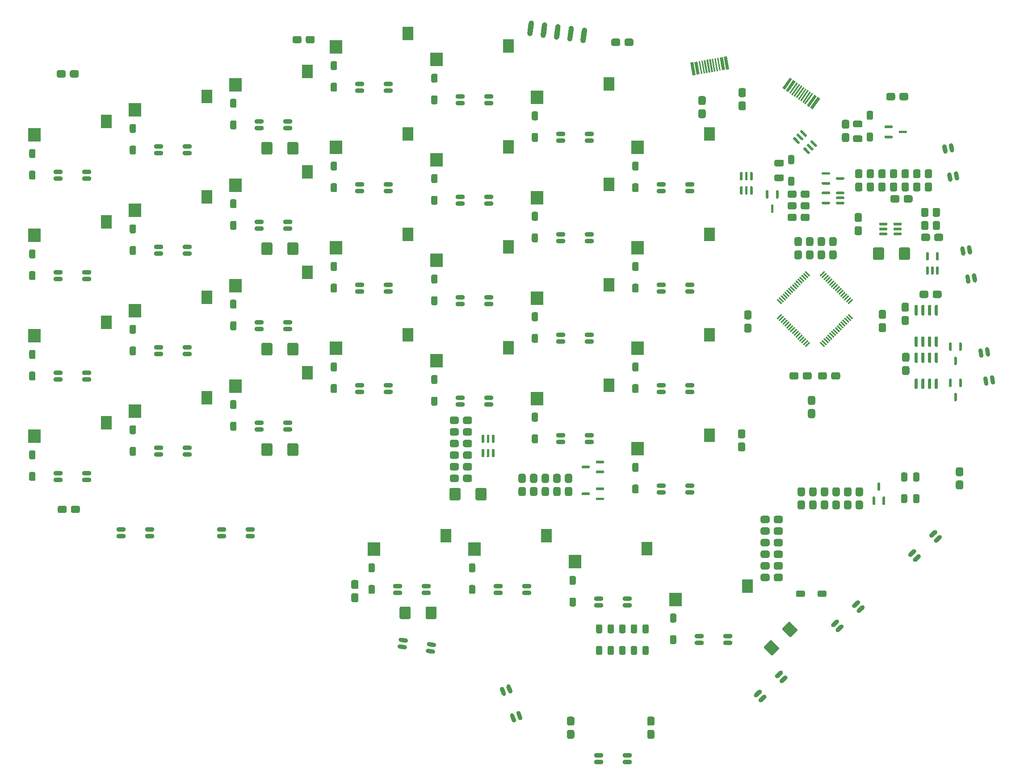
<source format=gbr>
G04 #@! TF.GenerationSoftware,KiCad,Pcbnew,(5.1.9)-1*
G04 #@! TF.CreationDate,2021-04-11T13:56:48+10:00*
G04 #@! TF.ProjectId,Djinn,446a696e-6e2e-46b6-9963-61645f706362,rev?*
G04 #@! TF.SameCoordinates,Original*
G04 #@! TF.FileFunction,Paste,Bot*
G04 #@! TF.FilePolarity,Positive*
%FSLAX46Y46*%
G04 Gerber Fmt 4.6, Leading zero omitted, Abs format (unit mm)*
G04 Created by KiCad (PCBNEW (5.1.9)-1) date 2021-04-11 13:56:48*
%MOMM*%
%LPD*%
G01*
G04 APERTURE LIST*
%ADD10O,1.800000X0.820000*%
%ADD11C,0.152400*%
%ADD12R,2.350000X2.500000*%
%ADD13R,2.150000X2.500000*%
G04 APERTURE END LIST*
D10*
X9206000Y-72298000D03*
X9206000Y-73578000D03*
X14606000Y-73578000D03*
X14606000Y-72298000D03*
X28256000Y-72298000D03*
X28256000Y-73578000D03*
X33656000Y-73578000D03*
X33656000Y-72298000D03*
G36*
G01*
X63574294Y-93444419D02*
X63574245Y-93444744D01*
G75*
G02*
X63106670Y-93787635I-405233J62342D01*
G01*
X62138066Y-93638621D01*
G75*
G02*
X61795175Y-93171046I62342J405233D01*
G01*
X61795175Y-93171046D01*
G75*
G02*
X62262750Y-92828155I405233J-62342D01*
G01*
X63231354Y-92977169D01*
G75*
G02*
X63574245Y-93444744I-62342J-405233D01*
G01*
G37*
G36*
G01*
X63379664Y-94709535D02*
X63379615Y-94709860D01*
G75*
G02*
X62912040Y-95052751I-405233J62342D01*
G01*
X61943436Y-94903737D01*
G75*
G02*
X61600545Y-94436162I62342J405233D01*
G01*
X61600545Y-94436162D01*
G75*
G02*
X62068120Y-94093271I405233J-62342D01*
G01*
X63036724Y-94242285D01*
G75*
G02*
X63379615Y-94709860I-62342J-405233D01*
G01*
G37*
G36*
G01*
X68716874Y-95530629D02*
X68716825Y-95530954D01*
G75*
G02*
X68249250Y-95873845I-405233J62342D01*
G01*
X67280646Y-95724831D01*
G75*
G02*
X66937755Y-95257256I62342J405233D01*
G01*
X66937755Y-95257256D01*
G75*
G02*
X67405330Y-94914365I405233J-62342D01*
G01*
X68373934Y-95063379D01*
G75*
G02*
X68716825Y-95530954I-62342J-405233D01*
G01*
G37*
G36*
G01*
X68911504Y-94265513D02*
X68911455Y-94265838D01*
G75*
G02*
X68443880Y-94608729I-405233J62342D01*
G01*
X67475276Y-94459715D01*
G75*
G02*
X67132385Y-93992140I62342J405233D01*
G01*
X67132385Y-93992140D01*
G75*
G02*
X67599960Y-93649249I405233J-62342D01*
G01*
X68568564Y-93798263D01*
G75*
G02*
X68911455Y-94265838I-62342J-405233D01*
G01*
G37*
G36*
G01*
X83097525Y-103391777D02*
X83097230Y-103391888D01*
G75*
G02*
X82569375Y-103151953I-143960J383895D01*
G01*
X82225275Y-102234351D01*
G75*
G02*
X82465210Y-101706496I383895J143960D01*
G01*
X82465210Y-101706496D01*
G75*
G02*
X82993065Y-101946431I143960J-383895D01*
G01*
X83337165Y-102864033D01*
G75*
G02*
X83097230Y-103391888I-383895J-143960D01*
G01*
G37*
G36*
G01*
X81899023Y-103841214D02*
X81898728Y-103841325D01*
G75*
G02*
X81370873Y-103601390I-143960J383895D01*
G01*
X81026773Y-102683788D01*
G75*
G02*
X81266708Y-102155933I383895J143960D01*
G01*
X81266708Y-102155933D01*
G75*
G02*
X81794563Y-102395868I143960J-383895D01*
G01*
X82138663Y-103313470D01*
G75*
G02*
X81898728Y-103841325I-383895J-143960D01*
G01*
G37*
G36*
G01*
X83795085Y-108897393D02*
X83794790Y-108897504D01*
G75*
G02*
X83266935Y-108657569I-143960J383895D01*
G01*
X82922835Y-107739967D01*
G75*
G02*
X83162770Y-107212112I383895J143960D01*
G01*
X83162770Y-107212112D01*
G75*
G02*
X83690625Y-107452047I143960J-383895D01*
G01*
X84034725Y-108369649D01*
G75*
G02*
X83794790Y-108897504I-383895J-143960D01*
G01*
G37*
G36*
G01*
X84993587Y-108447956D02*
X84993292Y-108448067D01*
G75*
G02*
X84465437Y-108208132I-143960J383895D01*
G01*
X84121337Y-107290530D01*
G75*
G02*
X84361272Y-106762675I383895J143960D01*
G01*
X84361272Y-106762675D01*
G75*
G02*
X84889127Y-107002610I143960J-383895D01*
G01*
X85233227Y-107920212D01*
G75*
G02*
X84993292Y-108448067I-383895J-143960D01*
G01*
G37*
X99694000Y-115160000D03*
X99694000Y-116440000D03*
X105094000Y-116440000D03*
X105094000Y-115160000D03*
G36*
G01*
X130554662Y-102821537D02*
X130554464Y-102821320D01*
G75*
G02*
X130527565Y-103400523I-303051J-276152D01*
G01*
X129803199Y-104060593D01*
G75*
G02*
X129223996Y-104033694I-276152J303051D01*
G01*
X129223996Y-104033694D01*
G75*
G02*
X129250895Y-103454491I303051J276152D01*
G01*
X129975261Y-102794421D01*
G75*
G02*
X130554464Y-102821320I276152J-303051D01*
G01*
G37*
G36*
G01*
X131416795Y-103767648D02*
X131416597Y-103767431D01*
G75*
G02*
X131389698Y-104346634I-303051J-276152D01*
G01*
X130665332Y-105006704D01*
G75*
G02*
X130086129Y-104979805I-276152J303051D01*
G01*
X130086129Y-104979805D01*
G75*
G02*
X130113028Y-104400602I303051J276152D01*
G01*
X130837394Y-103740532D01*
G75*
G02*
X131416597Y-103767431I276152J-303051D01*
G01*
G37*
G36*
G01*
X135408202Y-100130523D02*
X135408004Y-100130306D01*
G75*
G02*
X135381105Y-100709509I-303051J-276152D01*
G01*
X134656739Y-101369579D01*
G75*
G02*
X134077536Y-101342680I-276152J303051D01*
G01*
X134077536Y-101342680D01*
G75*
G02*
X134104435Y-100763477I303051J276152D01*
G01*
X134828801Y-100103407D01*
G75*
G02*
X135408004Y-100130306I276152J-303051D01*
G01*
G37*
G36*
G01*
X134546069Y-99184412D02*
X134545871Y-99184195D01*
G75*
G02*
X134518972Y-99763398I-303051J-276152D01*
G01*
X133794606Y-100423468D01*
G75*
G02*
X133215403Y-100396569I-276152J303051D01*
G01*
X133215403Y-100396569D01*
G75*
G02*
X133242302Y-99817366I303051J276152D01*
G01*
X133966668Y-99157296D01*
G75*
G02*
X134545871Y-99184195I276152J-303051D01*
G01*
G37*
G36*
G01*
X145178662Y-89495537D02*
X145178464Y-89495320D01*
G75*
G02*
X145151565Y-90074523I-303051J-276152D01*
G01*
X144427199Y-90734593D01*
G75*
G02*
X143847996Y-90707694I-276152J303051D01*
G01*
X143847996Y-90707694D01*
G75*
G02*
X143874895Y-90128491I303051J276152D01*
G01*
X144599261Y-89468421D01*
G75*
G02*
X145178464Y-89495320I276152J-303051D01*
G01*
G37*
G36*
G01*
X146040795Y-90441648D02*
X146040597Y-90441431D01*
G75*
G02*
X146013698Y-91020634I-303051J-276152D01*
G01*
X145289332Y-91680704D01*
G75*
G02*
X144710129Y-91653805I-276152J303051D01*
G01*
X144710129Y-91653805D01*
G75*
G02*
X144737028Y-91074602I303051J276152D01*
G01*
X145461394Y-90414532D01*
G75*
G02*
X146040597Y-90441431I276152J-303051D01*
G01*
G37*
G36*
G01*
X150032202Y-86804523D02*
X150032004Y-86804306D01*
G75*
G02*
X150005105Y-87383509I-303051J-276152D01*
G01*
X149280739Y-88043579D01*
G75*
G02*
X148701536Y-88016680I-276152J303051D01*
G01*
X148701536Y-88016680D01*
G75*
G02*
X148728435Y-87437477I303051J276152D01*
G01*
X149452801Y-86777407D01*
G75*
G02*
X150032004Y-86804306I276152J-303051D01*
G01*
G37*
G36*
G01*
X149170069Y-85858412D02*
X149169871Y-85858195D01*
G75*
G02*
X149142972Y-86437398I-303051J-276152D01*
G01*
X148418606Y-87097468D01*
G75*
G02*
X147839403Y-87070569I-276152J303051D01*
G01*
X147839403Y-87070569D01*
G75*
G02*
X147866302Y-86491366I303051J276152D01*
G01*
X148590668Y-85831296D01*
G75*
G02*
X149169871Y-85858195I276152J-303051D01*
G01*
G37*
G36*
G01*
X159802662Y-76169537D02*
X159802464Y-76169320D01*
G75*
G02*
X159775565Y-76748523I-303051J-276152D01*
G01*
X159051199Y-77408593D01*
G75*
G02*
X158471996Y-77381694I-276152J303051D01*
G01*
X158471996Y-77381694D01*
G75*
G02*
X158498895Y-76802491I303051J276152D01*
G01*
X159223261Y-76142421D01*
G75*
G02*
X159802464Y-76169320I276152J-303051D01*
G01*
G37*
G36*
G01*
X160664795Y-77115648D02*
X160664597Y-77115431D01*
G75*
G02*
X160637698Y-77694634I-303051J-276152D01*
G01*
X159913332Y-78354704D01*
G75*
G02*
X159334129Y-78327805I-276152J303051D01*
G01*
X159334129Y-78327805D01*
G75*
G02*
X159361028Y-77748602I303051J276152D01*
G01*
X160085394Y-77088532D01*
G75*
G02*
X160664597Y-77115431I276152J-303051D01*
G01*
G37*
G36*
G01*
X164656202Y-73478523D02*
X164656004Y-73478306D01*
G75*
G02*
X164629105Y-74057509I-303051J-276152D01*
G01*
X163904739Y-74717579D01*
G75*
G02*
X163325536Y-74690680I-276152J303051D01*
G01*
X163325536Y-74690680D01*
G75*
G02*
X163352435Y-74111477I303051J276152D01*
G01*
X164076801Y-73451407D01*
G75*
G02*
X164656004Y-73478306I276152J-303051D01*
G01*
G37*
G36*
G01*
X163794069Y-72532412D02*
X163793871Y-72532195D01*
G75*
G02*
X163766972Y-73111398I-303051J-276152D01*
G01*
X163042606Y-73771468D01*
G75*
G02*
X162463403Y-73744569I-276152J303051D01*
G01*
X162463403Y-73744569D01*
G75*
G02*
X162490302Y-73165366I303051J276152D01*
G01*
X163214668Y-72505296D01*
G75*
G02*
X163793871Y-72532195I276152J-303051D01*
G01*
G37*
G36*
G01*
X172926289Y-43270789D02*
X172926289Y-43270789D01*
G75*
G02*
X173401256Y-43603364I71196J-403771D01*
G01*
X173571432Y-44568476D01*
G75*
G02*
X173238857Y-45043443I-403771J-71196D01*
G01*
X173238857Y-45043443D01*
G75*
G02*
X172763890Y-44710868I-71196J403771D01*
G01*
X172593714Y-43745756D01*
G75*
G02*
X172926289Y-43270789I403771J71196D01*
G01*
G37*
G36*
G01*
X174186843Y-43048519D02*
X174186843Y-43048519D01*
G75*
G02*
X174661810Y-43381094I71196J-403771D01*
G01*
X174831986Y-44346206D01*
G75*
G02*
X174499411Y-44821173I-403771J-71196D01*
G01*
X174499411Y-44821173D01*
G75*
G02*
X174024444Y-44488598I-71196J403771D01*
G01*
X173854268Y-43523486D01*
G75*
G02*
X174186843Y-43048519I403771J71196D01*
G01*
G37*
G36*
G01*
X173249143Y-37730557D02*
X173249143Y-37730557D01*
G75*
G02*
X173724110Y-38063132I71196J-403771D01*
G01*
X173894286Y-39028244D01*
G75*
G02*
X173561711Y-39503211I-403771J-71196D01*
G01*
X173561711Y-39503211D01*
G75*
G02*
X173086744Y-39170636I-71196J403771D01*
G01*
X172916568Y-38205524D01*
G75*
G02*
X173249143Y-37730557I403771J71196D01*
G01*
G37*
G36*
G01*
X171988589Y-37952827D02*
X171988589Y-37952827D01*
G75*
G02*
X172463556Y-38285402I71196J-403771D01*
G01*
X172633732Y-39250514D01*
G75*
G02*
X172301157Y-39725481I-403771J-71196D01*
G01*
X172301157Y-39725481D01*
G75*
G02*
X171826190Y-39392906I-71196J403771D01*
G01*
X171656014Y-38427794D01*
G75*
G02*
X171988589Y-37952827I403771J71196D01*
G01*
G37*
G36*
G01*
X169514289Y-23924789D02*
X169514289Y-23924789D01*
G75*
G02*
X169989256Y-24257364I71196J-403771D01*
G01*
X170159432Y-25222476D01*
G75*
G02*
X169826857Y-25697443I-403771J-71196D01*
G01*
X169826857Y-25697443D01*
G75*
G02*
X169351890Y-25364868I-71196J403771D01*
G01*
X169181714Y-24399756D01*
G75*
G02*
X169514289Y-23924789I403771J71196D01*
G01*
G37*
G36*
G01*
X170774843Y-23702519D02*
X170774843Y-23702519D01*
G75*
G02*
X171249810Y-24035094I71196J-403771D01*
G01*
X171419986Y-25000206D01*
G75*
G02*
X171087411Y-25475173I-403771J-71196D01*
G01*
X171087411Y-25475173D01*
G75*
G02*
X170612444Y-25142598I-71196J403771D01*
G01*
X170442268Y-24177486D01*
G75*
G02*
X170774843Y-23702519I403771J71196D01*
G01*
G37*
G36*
G01*
X169837143Y-18384557D02*
X169837143Y-18384557D01*
G75*
G02*
X170312110Y-18717132I71196J-403771D01*
G01*
X170482286Y-19682244D01*
G75*
G02*
X170149711Y-20157211I-403771J-71196D01*
G01*
X170149711Y-20157211D01*
G75*
G02*
X169674744Y-19824636I-71196J403771D01*
G01*
X169504568Y-18859524D01*
G75*
G02*
X169837143Y-18384557I403771J71196D01*
G01*
G37*
G36*
G01*
X168576589Y-18606827D02*
X168576589Y-18606827D01*
G75*
G02*
X169051556Y-18939402I71196J-403771D01*
G01*
X169221732Y-19904514D01*
G75*
G02*
X168889157Y-20379481I-403771J-71196D01*
G01*
X168889157Y-20379481D01*
G75*
G02*
X168414190Y-20046906I-71196J403771D01*
G01*
X168244014Y-19081794D01*
G75*
G02*
X168576589Y-18606827I403771J71196D01*
G01*
G37*
G36*
G01*
X166103289Y-4577789D02*
X166103289Y-4577789D01*
G75*
G02*
X166578256Y-4910364I71196J-403771D01*
G01*
X166748432Y-5875476D01*
G75*
G02*
X166415857Y-6350443I-403771J-71196D01*
G01*
X166415857Y-6350443D01*
G75*
G02*
X165940890Y-6017868I-71196J403771D01*
G01*
X165770714Y-5052756D01*
G75*
G02*
X166103289Y-4577789I403771J71196D01*
G01*
G37*
G36*
G01*
X167363843Y-4355519D02*
X167363843Y-4355519D01*
G75*
G02*
X167838810Y-4688094I71196J-403771D01*
G01*
X168008986Y-5653206D01*
G75*
G02*
X167676411Y-6128173I-403771J-71196D01*
G01*
X167676411Y-6128173D01*
G75*
G02*
X167201444Y-5795598I-71196J403771D01*
G01*
X167031268Y-4830486D01*
G75*
G02*
X167363843Y-4355519I403771J71196D01*
G01*
G37*
G36*
G01*
X166426143Y962443D02*
X166426143Y962443D01*
G75*
G02*
X166901110Y629868I71196J-403771D01*
G01*
X167071286Y-335244D01*
G75*
G02*
X166738711Y-810211I-403771J-71196D01*
G01*
X166738711Y-810211D01*
G75*
G02*
X166263744Y-477636I-71196J403771D01*
G01*
X166093568Y487476D01*
G75*
G02*
X166426143Y962443I403771J71196D01*
G01*
G37*
G36*
G01*
X165165589Y740173D02*
X165165589Y740173D01*
G75*
G02*
X165640556Y407598I71196J-403771D01*
G01*
X165810732Y-557514D01*
G75*
G02*
X165478157Y-1032481I-403771J-71196D01*
G01*
X165478157Y-1032481D01*
G75*
G02*
X165003190Y-699906I-71196J403771D01*
G01*
X164833014Y265206D01*
G75*
G02*
X165165589Y740173I403771J71196D01*
G01*
G37*
X118744000Y-92546000D03*
X118744000Y-93826000D03*
X124144000Y-93826000D03*
X124144000Y-92546000D03*
X99694000Y-85403000D03*
X99694000Y-86683000D03*
X105094000Y-86683000D03*
X105094000Y-85403000D03*
X80644000Y-83021000D03*
X80644000Y-84301000D03*
X86044000Y-84301000D03*
X86044000Y-83021000D03*
X61594000Y-83021000D03*
X61594000Y-84301000D03*
X66994000Y-84301000D03*
X66994000Y-83021000D03*
X111600000Y-63971000D03*
X111600000Y-65251000D03*
X117000000Y-65251000D03*
X117000000Y-63971000D03*
X92550000Y-54446000D03*
X92550000Y-55726000D03*
X97950000Y-55726000D03*
X97950000Y-54446000D03*
X73500000Y-47303000D03*
X73500000Y-48583000D03*
X78900000Y-48583000D03*
X78900000Y-47303000D03*
X54450000Y-44921000D03*
X54450000Y-46201000D03*
X59850000Y-46201000D03*
X59850000Y-44921000D03*
X35400000Y-52065000D03*
X35400000Y-53345000D03*
X40800000Y-53345000D03*
X40800000Y-52065000D03*
X16350000Y-56828000D03*
X16350000Y-58108000D03*
X21750000Y-58108000D03*
X21750000Y-56828000D03*
X-2700000Y-61590000D03*
X-2700000Y-62870000D03*
X2700000Y-62870000D03*
X2700000Y-61590000D03*
X111600000Y-44921000D03*
X111600000Y-46201000D03*
X117000000Y-46201000D03*
X117000000Y-44921000D03*
X92550000Y-35396000D03*
X92550000Y-36676000D03*
X97950000Y-36676000D03*
X97950000Y-35396000D03*
X73500000Y-28252000D03*
X73500000Y-29532000D03*
X78900000Y-29532000D03*
X78900000Y-28252000D03*
X54450000Y-25871000D03*
X54450000Y-27151000D03*
X59850000Y-27151000D03*
X59850000Y-25871000D03*
X35400000Y-33015000D03*
X35400000Y-34295000D03*
X40800000Y-34295000D03*
X40800000Y-33015000D03*
X16350000Y-37777000D03*
X16350000Y-39057000D03*
X21750000Y-39057000D03*
X21750000Y-37777000D03*
X-2700000Y-42540000D03*
X-2700000Y-43820000D03*
X2700000Y-43820000D03*
X2700000Y-42540000D03*
X111600000Y-25871000D03*
X111600000Y-27151000D03*
X117000000Y-27151000D03*
X117000000Y-25871000D03*
X92550000Y-16346000D03*
X92550000Y-17626000D03*
X97950000Y-17626000D03*
X97950000Y-16346000D03*
X73500000Y-9203000D03*
X73500000Y-10483000D03*
X78900000Y-10483000D03*
X78900000Y-9203000D03*
X54450000Y-6821000D03*
X54450000Y-8101000D03*
X59850000Y-8101000D03*
X59850000Y-6821000D03*
X35400000Y-13965000D03*
X35400000Y-15245000D03*
X40800000Y-15245000D03*
X40800000Y-13965000D03*
X16350000Y-18727000D03*
X16350000Y-20007000D03*
X21750000Y-20007000D03*
X21750000Y-18727000D03*
X-2700000Y-23490000D03*
X-2700000Y-24770000D03*
X2700000Y-24770000D03*
X2700000Y-23490000D03*
X111600000Y-6821000D03*
X111600000Y-8101000D03*
X117000000Y-8101000D03*
X117000000Y-6821000D03*
X92550000Y2704000D03*
X92550000Y1424000D03*
X97950000Y1424000D03*
X97950000Y2704000D03*
X73500000Y9848000D03*
X73500000Y8568000D03*
X78900000Y8568000D03*
X78900000Y9848000D03*
X54450000Y12229000D03*
X54450000Y10949000D03*
X59850000Y10949000D03*
X59850000Y12229000D03*
X35400000Y5085000D03*
X35400000Y3805000D03*
X40800000Y3805000D03*
X40800000Y5085000D03*
X16350000Y323000D03*
X16350000Y-957000D03*
X21750000Y-957000D03*
X21750000Y323000D03*
X-2700000Y-4440000D03*
X-2700000Y-5720000D03*
X2700000Y-5720000D03*
X2700000Y-4440000D03*
G36*
G01*
X161876250Y-19720000D02*
X162123750Y-19720000D01*
G75*
G02*
X162247500Y-19843750I0J-123750D01*
G01*
X162247500Y-21156250D01*
G75*
G02*
X162123750Y-21280000I-123750J0D01*
G01*
X161876250Y-21280000D01*
G75*
G02*
X161752500Y-21156250I0J123750D01*
G01*
X161752500Y-19843750D01*
G75*
G02*
X161876250Y-19720000I123750J0D01*
G01*
G37*
G36*
G01*
X163776250Y-19720000D02*
X164023750Y-19720000D01*
G75*
G02*
X164147500Y-19843750I0J-123750D01*
G01*
X164147500Y-21156250D01*
G75*
G02*
X164023750Y-21280000I-123750J0D01*
G01*
X163776250Y-21280000D01*
G75*
G02*
X163652500Y-21156250I0J123750D01*
G01*
X163652500Y-19843750D01*
G75*
G02*
X163776250Y-19720000I123750J0D01*
G01*
G37*
G36*
G01*
X161876250Y-22420000D02*
X162123750Y-22420000D01*
G75*
G02*
X162247500Y-22543750I0J-123750D01*
G01*
X162247500Y-23856250D01*
G75*
G02*
X162123750Y-23980000I-123750J0D01*
G01*
X161876250Y-23980000D01*
G75*
G02*
X161752500Y-23856250I0J123750D01*
G01*
X161752500Y-22543750D01*
G75*
G02*
X161876250Y-22420000I123750J0D01*
G01*
G37*
G36*
G01*
X162826250Y-22420000D02*
X163073750Y-22420000D01*
G75*
G02*
X163197500Y-22543750I0J-123750D01*
G01*
X163197500Y-23856250D01*
G75*
G02*
X163073750Y-23980000I-123750J0D01*
G01*
X162826250Y-23980000D01*
G75*
G02*
X162702500Y-23856250I0J123750D01*
G01*
X162702500Y-22543750D01*
G75*
G02*
X162826250Y-22420000I123750J0D01*
G01*
G37*
G36*
G01*
X163776250Y-22420000D02*
X164023750Y-22420000D01*
G75*
G02*
X164147500Y-22543750I0J-123750D01*
G01*
X164147500Y-23856250D01*
G75*
G02*
X164023750Y-23980000I-123750J0D01*
G01*
X163776250Y-23980000D01*
G75*
G02*
X163652500Y-23856250I0J123750D01*
G01*
X163652500Y-22543750D01*
G75*
G02*
X163776250Y-22420000I123750J0D01*
G01*
G37*
G36*
G01*
X141995000Y-10498750D02*
X141995000Y-10251250D01*
G75*
G02*
X142118750Y-10127500I123750J0D01*
G01*
X143431250Y-10127500D01*
G75*
G02*
X143555000Y-10251250I0J-123750D01*
G01*
X143555000Y-10498750D01*
G75*
G02*
X143431250Y-10622500I-123750J0D01*
G01*
X142118750Y-10622500D01*
G75*
G02*
X141995000Y-10498750I0J123750D01*
G01*
G37*
G36*
G01*
X141995000Y-8598750D02*
X141995000Y-8351250D01*
G75*
G02*
X142118750Y-8227500I123750J0D01*
G01*
X143431250Y-8227500D01*
G75*
G02*
X143555000Y-8351250I0J-123750D01*
G01*
X143555000Y-8598750D01*
G75*
G02*
X143431250Y-8722500I-123750J0D01*
G01*
X142118750Y-8722500D01*
G75*
G02*
X141995000Y-8598750I0J123750D01*
G01*
G37*
G36*
G01*
X144695000Y-10498750D02*
X144695000Y-10251250D01*
G75*
G02*
X144818750Y-10127500I123750J0D01*
G01*
X146131250Y-10127500D01*
G75*
G02*
X146255000Y-10251250I0J-123750D01*
G01*
X146255000Y-10498750D01*
G75*
G02*
X146131250Y-10622500I-123750J0D01*
G01*
X144818750Y-10622500D01*
G75*
G02*
X144695000Y-10498750I0J123750D01*
G01*
G37*
G36*
G01*
X144695000Y-9548750D02*
X144695000Y-9301250D01*
G75*
G02*
X144818750Y-9177500I123750J0D01*
G01*
X146131250Y-9177500D01*
G75*
G02*
X146255000Y-9301250I0J-123750D01*
G01*
X146255000Y-9548750D01*
G75*
G02*
X146131250Y-9672500I-123750J0D01*
G01*
X144818750Y-9672500D01*
G75*
G02*
X144695000Y-9548750I0J123750D01*
G01*
G37*
G36*
G01*
X144695000Y-8598750D02*
X144695000Y-8351250D01*
G75*
G02*
X144818750Y-8227500I123750J0D01*
G01*
X146131250Y-8227500D01*
G75*
G02*
X146255000Y-8351250I0J-123750D01*
G01*
X146255000Y-8598750D01*
G75*
G02*
X146131250Y-8722500I-123750J0D01*
G01*
X144818750Y-8722500D01*
G75*
G02*
X144695000Y-8598750I0J123750D01*
G01*
G37*
G36*
G01*
X96470000Y-60573750D02*
X96470000Y-60326250D01*
G75*
G02*
X96593750Y-60202500I123750J0D01*
G01*
X97906250Y-60202500D01*
G75*
G02*
X98030000Y-60326250I0J-123750D01*
G01*
X98030000Y-60573750D01*
G75*
G02*
X97906250Y-60697500I-123750J0D01*
G01*
X96593750Y-60697500D01*
G75*
G02*
X96470000Y-60573750I0J123750D01*
G01*
G37*
G36*
G01*
X99170000Y-61523750D02*
X99170000Y-61276250D01*
G75*
G02*
X99293750Y-61152500I123750J0D01*
G01*
X100606250Y-61152500D01*
G75*
G02*
X100730000Y-61276250I0J-123750D01*
G01*
X100730000Y-61523750D01*
G75*
G02*
X100606250Y-61647500I-123750J0D01*
G01*
X99293750Y-61647500D01*
G75*
G02*
X99170000Y-61523750I0J123750D01*
G01*
G37*
G36*
G01*
X99170000Y-59623750D02*
X99170000Y-59376250D01*
G75*
G02*
X99293750Y-59252500I123750J0D01*
G01*
X100606250Y-59252500D01*
G75*
G02*
X100730000Y-59376250I0J-123750D01*
G01*
X100730000Y-59623750D01*
G75*
G02*
X100606250Y-59747500I-123750J0D01*
G01*
X99293750Y-59747500D01*
G75*
G02*
X99170000Y-59623750I0J123750D01*
G01*
G37*
G36*
G01*
X96470000Y-65673751D02*
X96470000Y-65426251D01*
G75*
G02*
X96593750Y-65302501I123750J0D01*
G01*
X97906250Y-65302501D01*
G75*
G02*
X98030000Y-65426251I0J-123750D01*
G01*
X98030000Y-65673751D01*
G75*
G02*
X97906250Y-65797501I-123750J0D01*
G01*
X96593750Y-65797501D01*
G75*
G02*
X96470000Y-65673751I0J123750D01*
G01*
G37*
G36*
G01*
X99170000Y-66623751D02*
X99170000Y-66376251D01*
G75*
G02*
X99293750Y-66252501I123750J0D01*
G01*
X100606250Y-66252501D01*
G75*
G02*
X100730000Y-66376251I0J-123750D01*
G01*
X100730000Y-66623751D01*
G75*
G02*
X100606250Y-66747501I-123750J0D01*
G01*
X99293750Y-66747501D01*
G75*
G02*
X99170000Y-66623751I0J123750D01*
G01*
G37*
G36*
G01*
X99170000Y-64723751D02*
X99170000Y-64476251D01*
G75*
G02*
X99293750Y-64352501I123750J0D01*
G01*
X100606250Y-64352501D01*
G75*
G02*
X100730000Y-64476251I0J-123750D01*
G01*
X100730000Y-64723751D01*
G75*
G02*
X100606250Y-64847501I-123750J0D01*
G01*
X99293750Y-64847501D01*
G75*
G02*
X99170000Y-64723751I0J123750D01*
G01*
G37*
G36*
G01*
X146255000Y-5601250D02*
X146255000Y-5848750D01*
G75*
G02*
X146131250Y-5972500I-123750J0D01*
G01*
X144818750Y-5972500D01*
G75*
G02*
X144695000Y-5848750I0J123750D01*
G01*
X144695000Y-5601250D01*
G75*
G02*
X144818750Y-5477500I123750J0D01*
G01*
X146131250Y-5477500D01*
G75*
G02*
X146255000Y-5601250I0J-123750D01*
G01*
G37*
G36*
G01*
X143555000Y-4651250D02*
X143555000Y-4898750D01*
G75*
G02*
X143431250Y-5022500I-123750J0D01*
G01*
X142118750Y-5022500D01*
G75*
G02*
X141995000Y-4898750I0J123750D01*
G01*
X141995000Y-4651250D01*
G75*
G02*
X142118750Y-4527500I123750J0D01*
G01*
X143431250Y-4527500D01*
G75*
G02*
X143555000Y-4651250I0J-123750D01*
G01*
G37*
G36*
G01*
X143555000Y-6551250D02*
X143555000Y-6798750D01*
G75*
G02*
X143431250Y-6922500I-123750J0D01*
G01*
X142118750Y-6922500D01*
G75*
G02*
X141995000Y-6798750I0J123750D01*
G01*
X141995000Y-6551250D01*
G75*
G02*
X142118750Y-6427500I123750J0D01*
G01*
X143431250Y-6427500D01*
G75*
G02*
X143555000Y-6551250I0J-123750D01*
G01*
G37*
G36*
G01*
X132723750Y-12230000D02*
X132476250Y-12230000D01*
G75*
G02*
X132352500Y-12106250I0J123750D01*
G01*
X132352500Y-10793750D01*
G75*
G02*
X132476250Y-10670000I123750J0D01*
G01*
X132723750Y-10670000D01*
G75*
G02*
X132847500Y-10793750I0J-123750D01*
G01*
X132847500Y-12106250D01*
G75*
G02*
X132723750Y-12230000I-123750J0D01*
G01*
G37*
G36*
G01*
X133673750Y-9530000D02*
X133426250Y-9530000D01*
G75*
G02*
X133302500Y-9406250I0J123750D01*
G01*
X133302500Y-8093750D01*
G75*
G02*
X133426250Y-7970000I123750J0D01*
G01*
X133673750Y-7970000D01*
G75*
G02*
X133797500Y-8093750I0J-123750D01*
G01*
X133797500Y-9406250D01*
G75*
G02*
X133673750Y-9530000I-123750J0D01*
G01*
G37*
G36*
G01*
X131773750Y-9530000D02*
X131526250Y-9530000D01*
G75*
G02*
X131402500Y-9406250I0J123750D01*
G01*
X131402500Y-8093750D01*
G75*
G02*
X131526250Y-7970000I123750J0D01*
G01*
X131773750Y-7970000D01*
G75*
G02*
X131897500Y-8093750I0J-123750D01*
G01*
X131897500Y-9406250D01*
G75*
G02*
X131773750Y-9530000I-123750J0D01*
G01*
G37*
G36*
G01*
X152676250Y-63370000D02*
X152923750Y-63370000D01*
G75*
G02*
X153047500Y-63493750I0J-123750D01*
G01*
X153047500Y-64806250D01*
G75*
G02*
X152923750Y-64930000I-123750J0D01*
G01*
X152676250Y-64930000D01*
G75*
G02*
X152552500Y-64806250I0J123750D01*
G01*
X152552500Y-63493750D01*
G75*
G02*
X152676250Y-63370000I123750J0D01*
G01*
G37*
G36*
G01*
X151726250Y-66070000D02*
X151973750Y-66070000D01*
G75*
G02*
X152097500Y-66193750I0J-123750D01*
G01*
X152097500Y-67506250D01*
G75*
G02*
X151973750Y-67630000I-123750J0D01*
G01*
X151726250Y-67630000D01*
G75*
G02*
X151602500Y-67506250I0J123750D01*
G01*
X151602500Y-66193750D01*
G75*
G02*
X151726250Y-66070000I123750J0D01*
G01*
G37*
G36*
G01*
X153626250Y-66070000D02*
X153873750Y-66070000D01*
G75*
G02*
X153997500Y-66193750I0J-123750D01*
G01*
X153997500Y-67506250D01*
G75*
G02*
X153873750Y-67630000I-123750J0D01*
G01*
X153626250Y-67630000D01*
G75*
G02*
X153502500Y-67506250I0J123750D01*
G01*
X153502500Y-66193750D01*
G75*
G02*
X153626250Y-66070000I123750J0D01*
G01*
G37*
G36*
G01*
X167448750Y-47980000D02*
X167201250Y-47980000D01*
G75*
G02*
X167077500Y-47856250I0J123750D01*
G01*
X167077500Y-46543750D01*
G75*
G02*
X167201250Y-46420000I123750J0D01*
G01*
X167448750Y-46420000D01*
G75*
G02*
X167572500Y-46543750I0J-123750D01*
G01*
X167572500Y-47856250D01*
G75*
G02*
X167448750Y-47980000I-123750J0D01*
G01*
G37*
G36*
G01*
X168398750Y-45280000D02*
X168151250Y-45280000D01*
G75*
G02*
X168027500Y-45156250I0J123750D01*
G01*
X168027500Y-43843750D01*
G75*
G02*
X168151250Y-43720000I123750J0D01*
G01*
X168398750Y-43720000D01*
G75*
G02*
X168522500Y-43843750I0J-123750D01*
G01*
X168522500Y-45156250D01*
G75*
G02*
X168398750Y-45280000I-123750J0D01*
G01*
G37*
G36*
G01*
X166498750Y-45280000D02*
X166251250Y-45280000D01*
G75*
G02*
X166127500Y-45156250I0J123750D01*
G01*
X166127500Y-43843750D01*
G75*
G02*
X166251250Y-43720000I123750J0D01*
G01*
X166498750Y-43720000D01*
G75*
G02*
X166622500Y-43843750I0J-123750D01*
G01*
X166622500Y-45156250D01*
G75*
G02*
X166498750Y-45280000I-123750J0D01*
G01*
G37*
G36*
G01*
X167448751Y-41105000D02*
X167201251Y-41105000D01*
G75*
G02*
X167077501Y-40981250I0J123750D01*
G01*
X167077501Y-39668750D01*
G75*
G02*
X167201251Y-39545000I123750J0D01*
G01*
X167448751Y-39545000D01*
G75*
G02*
X167572501Y-39668750I0J-123750D01*
G01*
X167572501Y-40981250D01*
G75*
G02*
X167448751Y-41105000I-123750J0D01*
G01*
G37*
G36*
G01*
X168398751Y-38405000D02*
X168151251Y-38405000D01*
G75*
G02*
X168027501Y-38281250I0J123750D01*
G01*
X168027501Y-36968750D01*
G75*
G02*
X168151251Y-36845000I123750J0D01*
G01*
X168398751Y-36845000D01*
G75*
G02*
X168522501Y-36968750I0J-123750D01*
G01*
X168522501Y-38281250D01*
G75*
G02*
X168398751Y-38405000I-123750J0D01*
G01*
G37*
G36*
G01*
X166498751Y-38405000D02*
X166251251Y-38405000D01*
G75*
G02*
X166127501Y-38281250I0J123750D01*
G01*
X166127501Y-36968750D01*
G75*
G02*
X166251251Y-36845000I123750J0D01*
G01*
X166498751Y-36845000D01*
G75*
G02*
X166622501Y-36968750I0J-123750D01*
G01*
X166622501Y-38281250D01*
G75*
G02*
X166498751Y-38405000I-123750J0D01*
G01*
G37*
G36*
G01*
X158130000Y3223750D02*
X158130000Y2976250D01*
G75*
G02*
X158006250Y2852500I-123750J0D01*
G01*
X156693750Y2852500D01*
G75*
G02*
X156570000Y2976250I0J123750D01*
G01*
X156570000Y3223750D01*
G75*
G02*
X156693750Y3347500I123750J0D01*
G01*
X158006250Y3347500D01*
G75*
G02*
X158130000Y3223750I0J-123750D01*
G01*
G37*
G36*
G01*
X155430000Y4173750D02*
X155430000Y3926250D01*
G75*
G02*
X155306250Y3802500I-123750J0D01*
G01*
X153993750Y3802500D01*
G75*
G02*
X153870000Y3926250I0J123750D01*
G01*
X153870000Y4173750D01*
G75*
G02*
X153993750Y4297500I123750J0D01*
G01*
X155306250Y4297500D01*
G75*
G02*
X155430000Y4173750I0J-123750D01*
G01*
G37*
G36*
G01*
X155430000Y2273750D02*
X155430000Y2026250D01*
G75*
G02*
X155306250Y1902500I-123750J0D01*
G01*
X153993750Y1902500D01*
G75*
G02*
X153870000Y2026250I0J123750D01*
G01*
X153870000Y2273750D01*
G75*
G02*
X153993750Y2397500I123750J0D01*
G01*
X155306250Y2397500D01*
G75*
G02*
X155430000Y2273750I0J-123750D01*
G01*
G37*
G36*
G01*
X136559607Y1921881D02*
X136734616Y2096890D01*
G75*
G02*
X136909624Y2096890I87504J-87504D01*
G01*
X137837701Y1168813D01*
G75*
G02*
X137837701Y993805I-87504J-87504D01*
G01*
X137662692Y818796D01*
G75*
G02*
X137487684Y818796I-87504J87504D01*
G01*
X136559607Y1746873D01*
G75*
G02*
X136559607Y1921881I87504J87504D01*
G01*
G37*
G36*
G01*
X137231359Y2593632D02*
X137406368Y2768641D01*
G75*
G02*
X137581376Y2768641I87504J-87504D01*
G01*
X138509453Y1840564D01*
G75*
G02*
X138509453Y1665556I-87504J-87504D01*
G01*
X138334444Y1490547D01*
G75*
G02*
X138159436Y1490547I-87504J87504D01*
G01*
X137231359Y2418624D01*
G75*
G02*
X137231359Y2593632I87504J87504D01*
G01*
G37*
G36*
G01*
X137903110Y3265384D02*
X138078119Y3440393D01*
G75*
G02*
X138253127Y3440393I87504J-87504D01*
G01*
X139181204Y2512316D01*
G75*
G02*
X139181204Y2337308I-87504J-87504D01*
G01*
X139006195Y2162299D01*
G75*
G02*
X138831187Y2162299I-87504J87504D01*
G01*
X137903110Y3090376D01*
G75*
G02*
X137903110Y3265384I87504J87504D01*
G01*
G37*
G36*
G01*
X138468796Y12692D02*
X138643805Y187701D01*
G75*
G02*
X138818813Y187701I87504J-87504D01*
G01*
X139746890Y-740376D01*
G75*
G02*
X139746890Y-915384I-87504J-87504D01*
G01*
X139571881Y-1090393D01*
G75*
G02*
X139396873Y-1090393I-87504J87504D01*
G01*
X138468796Y-162316D01*
G75*
G02*
X138468796Y12692I87504J87504D01*
G01*
G37*
G36*
G01*
X139140547Y684444D02*
X139315556Y859453D01*
G75*
G02*
X139490564Y859453I87504J-87504D01*
G01*
X140418641Y-68624D01*
G75*
G02*
X140418641Y-243632I-87504J-87504D01*
G01*
X140243632Y-418641D01*
G75*
G02*
X140068624Y-418641I-87504J87504D01*
G01*
X139140547Y509436D01*
G75*
G02*
X139140547Y684444I87504J87504D01*
G01*
G37*
G36*
G01*
X139812299Y1356195D02*
X139987308Y1531204D01*
G75*
G02*
X140162316Y1531204I87504J-87504D01*
G01*
X141090393Y603127D01*
G75*
G02*
X141090393Y428119I-87504J-87504D01*
G01*
X140915384Y253110D01*
G75*
G02*
X140740376Y253110I-87504J87504D01*
G01*
X139812299Y1181187D01*
G75*
G02*
X139812299Y1356195I87504J87504D01*
G01*
G37*
G36*
G01*
X152870000Y-16373750D02*
X152870000Y-16126250D01*
G75*
G02*
X152993750Y-16002500I123750J0D01*
G01*
X154306250Y-16002500D01*
G75*
G02*
X154430000Y-16126250I0J-123750D01*
G01*
X154430000Y-16373750D01*
G75*
G02*
X154306250Y-16497500I-123750J0D01*
G01*
X152993750Y-16497500D01*
G75*
G02*
X152870000Y-16373750I0J123750D01*
G01*
G37*
G36*
G01*
X152870000Y-15423750D02*
X152870000Y-15176250D01*
G75*
G02*
X152993750Y-15052500I123750J0D01*
G01*
X154306250Y-15052500D01*
G75*
G02*
X154430000Y-15176250I0J-123750D01*
G01*
X154430000Y-15423750D01*
G75*
G02*
X154306250Y-15547500I-123750J0D01*
G01*
X152993750Y-15547500D01*
G75*
G02*
X152870000Y-15423750I0J123750D01*
G01*
G37*
G36*
G01*
X152870000Y-14473750D02*
X152870000Y-14226250D01*
G75*
G02*
X152993750Y-14102500I123750J0D01*
G01*
X154306250Y-14102500D01*
G75*
G02*
X154430000Y-14226250I0J-123750D01*
G01*
X154430000Y-14473750D01*
G75*
G02*
X154306250Y-14597500I-123750J0D01*
G01*
X152993750Y-14597500D01*
G75*
G02*
X152870000Y-14473750I0J123750D01*
G01*
G37*
G36*
G01*
X155570000Y-16373750D02*
X155570000Y-16126250D01*
G75*
G02*
X155693750Y-16002500I123750J0D01*
G01*
X157006250Y-16002500D01*
G75*
G02*
X157130000Y-16126250I0J-123750D01*
G01*
X157130000Y-16373750D01*
G75*
G02*
X157006250Y-16497500I-123750J0D01*
G01*
X155693750Y-16497500D01*
G75*
G02*
X155570000Y-16373750I0J123750D01*
G01*
G37*
G36*
G01*
X155570000Y-15423750D02*
X155570000Y-15176250D01*
G75*
G02*
X155693750Y-15052500I123750J0D01*
G01*
X157006250Y-15052500D01*
G75*
G02*
X157130000Y-15176250I0J-123750D01*
G01*
X157130000Y-15423750D01*
G75*
G02*
X157006250Y-15547500I-123750J0D01*
G01*
X155693750Y-15547500D01*
G75*
G02*
X155570000Y-15423750I0J123750D01*
G01*
G37*
G36*
G01*
X155570000Y-14473750D02*
X155570000Y-14226250D01*
G75*
G02*
X155693750Y-14102500I123750J0D01*
G01*
X157006250Y-14102500D01*
G75*
G02*
X157130000Y-14226250I0J-123750D01*
G01*
X157130000Y-14473750D01*
G75*
G02*
X157006250Y-14597500I-123750J0D01*
G01*
X155693750Y-14597500D01*
G75*
G02*
X155570000Y-14473750I0J123750D01*
G01*
G37*
G36*
G01*
X77676250Y-54320000D02*
X77923750Y-54320000D01*
G75*
G02*
X78047500Y-54443750I0J-123750D01*
G01*
X78047500Y-55756250D01*
G75*
G02*
X77923750Y-55880000I-123750J0D01*
G01*
X77676250Y-55880000D01*
G75*
G02*
X77552500Y-55756250I0J123750D01*
G01*
X77552500Y-54443750D01*
G75*
G02*
X77676250Y-54320000I123750J0D01*
G01*
G37*
G36*
G01*
X78626250Y-54320000D02*
X78873750Y-54320000D01*
G75*
G02*
X78997500Y-54443750I0J-123750D01*
G01*
X78997500Y-55756250D01*
G75*
G02*
X78873750Y-55880000I-123750J0D01*
G01*
X78626250Y-55880000D01*
G75*
G02*
X78502500Y-55756250I0J123750D01*
G01*
X78502500Y-54443750D01*
G75*
G02*
X78626250Y-54320000I123750J0D01*
G01*
G37*
G36*
G01*
X79576250Y-54320000D02*
X79823750Y-54320000D01*
G75*
G02*
X79947500Y-54443750I0J-123750D01*
G01*
X79947500Y-55756250D01*
G75*
G02*
X79823750Y-55880000I-123750J0D01*
G01*
X79576250Y-55880000D01*
G75*
G02*
X79452500Y-55756250I0J123750D01*
G01*
X79452500Y-54443750D01*
G75*
G02*
X79576250Y-54320000I123750J0D01*
G01*
G37*
G36*
G01*
X77676250Y-57020000D02*
X77923750Y-57020000D01*
G75*
G02*
X78047500Y-57143750I0J-123750D01*
G01*
X78047500Y-58456250D01*
G75*
G02*
X77923750Y-58580000I-123750J0D01*
G01*
X77676250Y-58580000D01*
G75*
G02*
X77552500Y-58456250I0J123750D01*
G01*
X77552500Y-57143750D01*
G75*
G02*
X77676250Y-57020000I123750J0D01*
G01*
G37*
G36*
G01*
X78626250Y-57020000D02*
X78873750Y-57020000D01*
G75*
G02*
X78997500Y-57143750I0J-123750D01*
G01*
X78997500Y-58456250D01*
G75*
G02*
X78873750Y-58580000I-123750J0D01*
G01*
X78626250Y-58580000D01*
G75*
G02*
X78502500Y-58456250I0J123750D01*
G01*
X78502500Y-57143750D01*
G75*
G02*
X78626250Y-57020000I123750J0D01*
G01*
G37*
G36*
G01*
X79576250Y-57020000D02*
X79823750Y-57020000D01*
G75*
G02*
X79947500Y-57143750I0J-123750D01*
G01*
X79947500Y-58456250D01*
G75*
G02*
X79823750Y-58580000I-123750J0D01*
G01*
X79576250Y-58580000D01*
G75*
G02*
X79452500Y-58456250I0J123750D01*
G01*
X79452500Y-57143750D01*
G75*
G02*
X79576250Y-57020000I123750J0D01*
G01*
G37*
G36*
G01*
X128773750Y-8780000D02*
X128526250Y-8780000D01*
G75*
G02*
X128402500Y-8656250I0J123750D01*
G01*
X128402500Y-7343750D01*
G75*
G02*
X128526250Y-7220000I123750J0D01*
G01*
X128773750Y-7220000D01*
G75*
G02*
X128897500Y-7343750I0J-123750D01*
G01*
X128897500Y-8656250D01*
G75*
G02*
X128773750Y-8780000I-123750J0D01*
G01*
G37*
G36*
G01*
X127823750Y-8780000D02*
X127576250Y-8780000D01*
G75*
G02*
X127452500Y-8656250I0J123750D01*
G01*
X127452500Y-7343750D01*
G75*
G02*
X127576250Y-7220000I123750J0D01*
G01*
X127823750Y-7220000D01*
G75*
G02*
X127947500Y-7343750I0J-123750D01*
G01*
X127947500Y-8656250D01*
G75*
G02*
X127823750Y-8780000I-123750J0D01*
G01*
G37*
G36*
G01*
X126873750Y-8780000D02*
X126626250Y-8780000D01*
G75*
G02*
X126502500Y-8656250I0J123750D01*
G01*
X126502500Y-7343750D01*
G75*
G02*
X126626250Y-7220000I123750J0D01*
G01*
X126873750Y-7220000D01*
G75*
G02*
X126997500Y-7343750I0J-123750D01*
G01*
X126997500Y-8656250D01*
G75*
G02*
X126873750Y-8780000I-123750J0D01*
G01*
G37*
G36*
G01*
X128773750Y-6080000D02*
X128526250Y-6080000D01*
G75*
G02*
X128402500Y-5956250I0J123750D01*
G01*
X128402500Y-4643750D01*
G75*
G02*
X128526250Y-4520000I123750J0D01*
G01*
X128773750Y-4520000D01*
G75*
G02*
X128897500Y-4643750I0J-123750D01*
G01*
X128897500Y-5956250D01*
G75*
G02*
X128773750Y-6080000I-123750J0D01*
G01*
G37*
G36*
G01*
X127823750Y-6080000D02*
X127576250Y-6080000D01*
G75*
G02*
X127452500Y-5956250I0J123750D01*
G01*
X127452500Y-4643750D01*
G75*
G02*
X127576250Y-4520000I123750J0D01*
G01*
X127823750Y-4520000D01*
G75*
G02*
X127947500Y-4643750I0J-123750D01*
G01*
X127947500Y-5956250D01*
G75*
G02*
X127823750Y-6080000I-123750J0D01*
G01*
G37*
G36*
G01*
X126873750Y-6080000D02*
X126626250Y-6080000D01*
G75*
G02*
X126502500Y-5956250I0J123750D01*
G01*
X126502500Y-4643750D01*
G75*
G02*
X126626250Y-4520000I123750J0D01*
G01*
X126873750Y-4520000D01*
G75*
G02*
X126997500Y-4643750I0J-123750D01*
G01*
X126997500Y-5956250D01*
G75*
G02*
X126873750Y-6080000I-123750J0D01*
G01*
G37*
G36*
G01*
X159745000Y-35700001D02*
X160045000Y-35700001D01*
G75*
G02*
X160195000Y-35850001I0J-150000D01*
G01*
X160195000Y-37500001D01*
G75*
G02*
X160045000Y-37650001I-150000J0D01*
G01*
X159745000Y-37650001D01*
G75*
G02*
X159595000Y-37500001I0J150000D01*
G01*
X159595000Y-35850001D01*
G75*
G02*
X159745000Y-35700001I150000J0D01*
G01*
G37*
G36*
G01*
X161015000Y-35700001D02*
X161315000Y-35700001D01*
G75*
G02*
X161465000Y-35850001I0J-150000D01*
G01*
X161465000Y-37500001D01*
G75*
G02*
X161315000Y-37650001I-150000J0D01*
G01*
X161015000Y-37650001D01*
G75*
G02*
X160865000Y-37500001I0J150000D01*
G01*
X160865000Y-35850001D01*
G75*
G02*
X161015000Y-35700001I150000J0D01*
G01*
G37*
G36*
G01*
X162285000Y-35700001D02*
X162585000Y-35700001D01*
G75*
G02*
X162735000Y-35850001I0J-150000D01*
G01*
X162735000Y-37500001D01*
G75*
G02*
X162585000Y-37650001I-150000J0D01*
G01*
X162285000Y-37650001D01*
G75*
G02*
X162135000Y-37500001I0J150000D01*
G01*
X162135000Y-35850001D01*
G75*
G02*
X162285000Y-35700001I150000J0D01*
G01*
G37*
G36*
G01*
X163555000Y-35700001D02*
X163855000Y-35700001D01*
G75*
G02*
X164005000Y-35850001I0J-150000D01*
G01*
X164005000Y-37500001D01*
G75*
G02*
X163855000Y-37650001I-150000J0D01*
G01*
X163555000Y-37650001D01*
G75*
G02*
X163405000Y-37500001I0J150000D01*
G01*
X163405000Y-35850001D01*
G75*
G02*
X163555000Y-35700001I150000J0D01*
G01*
G37*
G36*
G01*
X163555000Y-29750001D02*
X163855000Y-29750001D01*
G75*
G02*
X164005000Y-29900001I0J-150000D01*
G01*
X164005000Y-31550001D01*
G75*
G02*
X163855000Y-31700001I-150000J0D01*
G01*
X163555000Y-31700001D01*
G75*
G02*
X163405000Y-31550001I0J150000D01*
G01*
X163405000Y-29900001D01*
G75*
G02*
X163555000Y-29750001I150000J0D01*
G01*
G37*
G36*
G01*
X162285000Y-29750001D02*
X162585000Y-29750001D01*
G75*
G02*
X162735000Y-29900001I0J-150000D01*
G01*
X162735000Y-31550001D01*
G75*
G02*
X162585000Y-31700001I-150000J0D01*
G01*
X162285000Y-31700001D01*
G75*
G02*
X162135000Y-31550001I0J150000D01*
G01*
X162135000Y-29900001D01*
G75*
G02*
X162285000Y-29750001I150000J0D01*
G01*
G37*
G36*
G01*
X161015000Y-29750001D02*
X161315000Y-29750001D01*
G75*
G02*
X161465000Y-29900001I0J-150000D01*
G01*
X161465000Y-31550001D01*
G75*
G02*
X161315000Y-31700001I-150000J0D01*
G01*
X161015000Y-31700001D01*
G75*
G02*
X160865000Y-31550001I0J150000D01*
G01*
X160865000Y-29900001D01*
G75*
G02*
X161015000Y-29750001I150000J0D01*
G01*
G37*
G36*
G01*
X159745000Y-29750001D02*
X160045000Y-29750001D01*
G75*
G02*
X160195000Y-29900001I0J-150000D01*
G01*
X160195000Y-31550001D01*
G75*
G02*
X160045000Y-31700001I-150000J0D01*
G01*
X159745000Y-31700001D01*
G75*
G02*
X159595000Y-31550001I0J150000D01*
G01*
X159595000Y-29900001D01*
G75*
G02*
X159745000Y-29750001I150000J0D01*
G01*
G37*
G36*
G01*
X159745001Y-43700000D02*
X160045001Y-43700000D01*
G75*
G02*
X160195001Y-43850000I0J-150000D01*
G01*
X160195001Y-45500000D01*
G75*
G02*
X160045001Y-45650000I-150000J0D01*
G01*
X159745001Y-45650000D01*
G75*
G02*
X159595001Y-45500000I0J150000D01*
G01*
X159595001Y-43850000D01*
G75*
G02*
X159745001Y-43700000I150000J0D01*
G01*
G37*
G36*
G01*
X161015001Y-43700000D02*
X161315001Y-43700000D01*
G75*
G02*
X161465001Y-43850000I0J-150000D01*
G01*
X161465001Y-45500000D01*
G75*
G02*
X161315001Y-45650000I-150000J0D01*
G01*
X161015001Y-45650000D01*
G75*
G02*
X160865001Y-45500000I0J150000D01*
G01*
X160865001Y-43850000D01*
G75*
G02*
X161015001Y-43700000I150000J0D01*
G01*
G37*
G36*
G01*
X162285001Y-43700000D02*
X162585001Y-43700000D01*
G75*
G02*
X162735001Y-43850000I0J-150000D01*
G01*
X162735001Y-45500000D01*
G75*
G02*
X162585001Y-45650000I-150000J0D01*
G01*
X162285001Y-45650000D01*
G75*
G02*
X162135001Y-45500000I0J150000D01*
G01*
X162135001Y-43850000D01*
G75*
G02*
X162285001Y-43700000I150000J0D01*
G01*
G37*
G36*
G01*
X163555001Y-43700000D02*
X163855001Y-43700000D01*
G75*
G02*
X164005001Y-43850000I0J-150000D01*
G01*
X164005001Y-45500000D01*
G75*
G02*
X163855001Y-45650000I-150000J0D01*
G01*
X163555001Y-45650000D01*
G75*
G02*
X163405001Y-45500000I0J150000D01*
G01*
X163405001Y-43850000D01*
G75*
G02*
X163555001Y-43700000I150000J0D01*
G01*
G37*
G36*
G01*
X163555001Y-38750000D02*
X163855001Y-38750000D01*
G75*
G02*
X164005001Y-38900000I0J-150000D01*
G01*
X164005001Y-40550000D01*
G75*
G02*
X163855001Y-40700000I-150000J0D01*
G01*
X163555001Y-40700000D01*
G75*
G02*
X163405001Y-40550000I0J150000D01*
G01*
X163405001Y-38900000D01*
G75*
G02*
X163555001Y-38750000I150000J0D01*
G01*
G37*
G36*
G01*
X162285001Y-38750000D02*
X162585001Y-38750000D01*
G75*
G02*
X162735001Y-38900000I0J-150000D01*
G01*
X162735001Y-40550000D01*
G75*
G02*
X162585001Y-40700000I-150000J0D01*
G01*
X162285001Y-40700000D01*
G75*
G02*
X162135001Y-40550000I0J150000D01*
G01*
X162135001Y-38900000D01*
G75*
G02*
X162285001Y-38750000I150000J0D01*
G01*
G37*
G36*
G01*
X161015001Y-38750000D02*
X161315001Y-38750000D01*
G75*
G02*
X161465001Y-38900000I0J-150000D01*
G01*
X161465001Y-40550000D01*
G75*
G02*
X161315001Y-40700000I-150000J0D01*
G01*
X161015001Y-40700000D01*
G75*
G02*
X160865001Y-40550000I0J150000D01*
G01*
X160865001Y-38900000D01*
G75*
G02*
X161015001Y-38750000I150000J0D01*
G01*
G37*
G36*
G01*
X159745001Y-38750000D02*
X160045001Y-38750000D01*
G75*
G02*
X160195001Y-38900000I0J-150000D01*
G01*
X160195001Y-40550000D01*
G75*
G02*
X160045001Y-40700000I-150000J0D01*
G01*
X159745001Y-40700000D01*
G75*
G02*
X159595001Y-40550000I0J150000D01*
G01*
X159595001Y-38900000D01*
G75*
G02*
X159745001Y-38750000I150000J0D01*
G01*
G37*
G36*
G01*
X140413842Y-51175401D02*
X139713842Y-51175401D01*
G75*
G02*
X139363842Y-50825401I0J350000D01*
G01*
X139363842Y-49824401D01*
G75*
G02*
X139713842Y-49474401I350000J0D01*
G01*
X140413842Y-49474401D01*
G75*
G02*
X140763842Y-49824401I0J-350000D01*
G01*
X140763842Y-50825401D01*
G75*
G02*
X140413842Y-51175401I-350000J0D01*
G01*
G37*
G36*
G01*
X140413842Y-48673401D02*
X139713842Y-48673401D01*
G75*
G02*
X139363842Y-48323401I0J350000D01*
G01*
X139363842Y-47322401D01*
G75*
G02*
X139713842Y-46972401I350000J0D01*
G01*
X140413842Y-46972401D01*
G75*
G02*
X140763842Y-47322401I0J-350000D01*
G01*
X140763842Y-48323401D01*
G75*
G02*
X140413842Y-48673401I-350000J0D01*
G01*
G37*
G36*
G01*
X73525001Y-64675000D02*
X73525001Y-66525000D01*
G75*
G02*
X73275001Y-66775000I-250000J0D01*
G01*
X71700001Y-66775000D01*
G75*
G02*
X71450001Y-66525000I0J250000D01*
G01*
X71450001Y-64675000D01*
G75*
G02*
X71700001Y-64425000I250000J0D01*
G01*
X73275001Y-64425000D01*
G75*
G02*
X73525001Y-64675000I0J-250000D01*
G01*
G37*
G36*
G01*
X78450001Y-64675000D02*
X78450001Y-66525000D01*
G75*
G02*
X78200001Y-66775000I-250000J0D01*
G01*
X76625001Y-66775000D01*
G75*
G02*
X76375001Y-66525000I0J250000D01*
G01*
X76375001Y-64675000D01*
G75*
G02*
X76625001Y-64425000I250000J0D01*
G01*
X78200001Y-64425000D01*
G75*
G02*
X78450001Y-64675000I0J-250000D01*
G01*
G37*
G36*
G01*
X150800000Y2999500D02*
X151400000Y2999500D01*
G75*
G02*
X151700000Y2699500I0J-300000D01*
G01*
X151700000Y1598500D01*
G75*
G02*
X151400000Y1298500I-300000J0D01*
G01*
X150800000Y1298500D01*
G75*
G02*
X150500000Y1598500I0J300000D01*
G01*
X150500000Y2699500D01*
G75*
G02*
X150800000Y2999500I300000J0D01*
G01*
G37*
G36*
G01*
X150800000Y7101500D02*
X151400000Y7101500D01*
G75*
G02*
X151700000Y6801500I0J-300000D01*
G01*
X151700000Y5700500D01*
G75*
G02*
X151400000Y5400500I-300000J0D01*
G01*
X150800000Y5400500D01*
G75*
G02*
X150500000Y5700500I0J300000D01*
G01*
X150500000Y6801500D01*
G75*
G02*
X150800000Y7101500I300000J0D01*
G01*
G37*
G36*
G01*
X132538300Y-93353553D02*
X133846447Y-94661700D01*
G75*
G02*
X133846447Y-95015254I-176777J-176777D01*
G01*
X132732754Y-96128947D01*
G75*
G02*
X132379200Y-96128947I-176777J176777D01*
G01*
X131071053Y-94820800D01*
G75*
G02*
X131071053Y-94467246I176777J176777D01*
G01*
X132184746Y-93353553D01*
G75*
G02*
X132538300Y-93353553I176777J-176777D01*
G01*
G37*
G36*
G01*
X136020800Y-89871053D02*
X137328947Y-91179200D01*
G75*
G02*
X137328947Y-91532754I-176777J-176777D01*
G01*
X136215254Y-92646447D01*
G75*
G02*
X135861700Y-92646447I-176777J176777D01*
G01*
X134553553Y-91338300D01*
G75*
G02*
X134553553Y-90984746I176777J176777D01*
G01*
X135667246Y-89871053D01*
G75*
G02*
X136020800Y-89871053I176777J-176777D01*
G01*
G37*
G36*
G01*
X153775000Y-19075000D02*
X153775000Y-20925000D01*
G75*
G02*
X153525000Y-21175000I-250000J0D01*
G01*
X151950000Y-21175000D01*
G75*
G02*
X151700000Y-20925000I0J250000D01*
G01*
X151700000Y-19075000D01*
G75*
G02*
X151950000Y-18825000I250000J0D01*
G01*
X153525000Y-18825000D01*
G75*
G02*
X153775000Y-19075000I0J-250000D01*
G01*
G37*
G36*
G01*
X158700000Y-19075000D02*
X158700000Y-20925000D01*
G75*
G02*
X158450000Y-21175000I-250000J0D01*
G01*
X156875000Y-21175000D01*
G75*
G02*
X156625000Y-20925000I0J250000D01*
G01*
X156625000Y-19075000D01*
G75*
G02*
X156875000Y-18825000I250000J0D01*
G01*
X158450000Y-18825000D01*
G75*
G02*
X158700000Y-19075000I0J-250000D01*
G01*
G37*
G36*
G01*
X92150001Y-63449500D02*
X91450001Y-63449500D01*
G75*
G02*
X91100001Y-63099500I0J350000D01*
G01*
X91100001Y-62098500D01*
G75*
G02*
X91450001Y-61748500I350000J0D01*
G01*
X92150001Y-61748500D01*
G75*
G02*
X92500001Y-62098500I0J-350000D01*
G01*
X92500001Y-63099500D01*
G75*
G02*
X92150001Y-63449500I-350000J0D01*
G01*
G37*
G36*
G01*
X92150001Y-65951500D02*
X91450001Y-65951500D01*
G75*
G02*
X91100001Y-65601500I0J350000D01*
G01*
X91100001Y-64600500D01*
G75*
G02*
X91450001Y-64250500I350000J0D01*
G01*
X92150001Y-64250500D01*
G75*
G02*
X92500001Y-64600500I0J-350000D01*
G01*
X92500001Y-65601500D01*
G75*
G02*
X92150001Y-65951500I-350000J0D01*
G01*
G37*
G36*
G01*
X94350001Y-63449499D02*
X93650001Y-63449499D01*
G75*
G02*
X93300001Y-63099499I0J350000D01*
G01*
X93300001Y-62098499D01*
G75*
G02*
X93650001Y-61748499I350000J0D01*
G01*
X94350001Y-61748499D01*
G75*
G02*
X94700001Y-62098499I0J-350000D01*
G01*
X94700001Y-63099499D01*
G75*
G02*
X94350001Y-63449499I-350000J0D01*
G01*
G37*
G36*
G01*
X94350001Y-65951499D02*
X93650001Y-65951499D01*
G75*
G02*
X93300001Y-65601499I0J350000D01*
G01*
X93300001Y-64600499D01*
G75*
G02*
X93650001Y-64250499I350000J0D01*
G01*
X94350001Y-64250499D01*
G75*
G02*
X94700001Y-64600499I0J-350000D01*
G01*
X94700001Y-65601499D01*
G75*
G02*
X94350001Y-65951499I-350000J0D01*
G01*
G37*
G36*
G01*
X162550000Y-5699500D02*
X161850000Y-5699500D01*
G75*
G02*
X161500000Y-5349500I0J350000D01*
G01*
X161500000Y-4348500D01*
G75*
G02*
X161850000Y-3998500I350000J0D01*
G01*
X162550000Y-3998500D01*
G75*
G02*
X162900000Y-4348500I0J-350000D01*
G01*
X162900000Y-5349500D01*
G75*
G02*
X162550000Y-5699500I-350000J0D01*
G01*
G37*
G36*
G01*
X162550000Y-8201500D02*
X161850000Y-8201500D01*
G75*
G02*
X161500000Y-7851500I0J350000D01*
G01*
X161500000Y-6850500D01*
G75*
G02*
X161850000Y-6500500I350000J0D01*
G01*
X162550000Y-6500500D01*
G75*
G02*
X162900000Y-6850500I0J-350000D01*
G01*
X162900000Y-7851500D01*
G75*
G02*
X162550000Y-8201500I-350000J0D01*
G01*
G37*
G36*
G01*
X73199501Y-51250000D02*
X73199501Y-51950000D01*
G75*
G02*
X72849501Y-52300000I-350000J0D01*
G01*
X71848501Y-52300000D01*
G75*
G02*
X71498501Y-51950000I0J350000D01*
G01*
X71498501Y-51250000D01*
G75*
G02*
X71848501Y-50900000I350000J0D01*
G01*
X72849501Y-50900000D01*
G75*
G02*
X73199501Y-51250000I0J-350000D01*
G01*
G37*
G36*
G01*
X75701501Y-51250000D02*
X75701501Y-51950000D01*
G75*
G02*
X75351501Y-52300000I-350000J0D01*
G01*
X74350501Y-52300000D01*
G75*
G02*
X74000501Y-51950000I0J350000D01*
G01*
X74000501Y-51250000D01*
G75*
G02*
X74350501Y-50900000I350000J0D01*
G01*
X75351501Y-50900000D01*
G75*
G02*
X75701501Y-51250000I0J-350000D01*
G01*
G37*
G36*
G01*
X73199501Y-62250000D02*
X73199501Y-62950000D01*
G75*
G02*
X72849501Y-63300000I-350000J0D01*
G01*
X71848501Y-63300000D01*
G75*
G02*
X71498501Y-62950000I0J350000D01*
G01*
X71498501Y-62250000D01*
G75*
G02*
X71848501Y-61900000I350000J0D01*
G01*
X72849501Y-61900000D01*
G75*
G02*
X73199501Y-62250000I0J-350000D01*
G01*
G37*
G36*
G01*
X75701501Y-62250000D02*
X75701501Y-62950000D01*
G75*
G02*
X75351501Y-63300000I-350000J0D01*
G01*
X74350501Y-63300000D01*
G75*
G02*
X74000501Y-62950000I0J350000D01*
G01*
X74000501Y-62250000D01*
G75*
G02*
X74350501Y-61900000I350000J0D01*
G01*
X75351501Y-61900000D01*
G75*
G02*
X75701501Y-62250000I0J-350000D01*
G01*
G37*
G36*
G01*
X155950000Y-5699501D02*
X155250000Y-5699501D01*
G75*
G02*
X154900000Y-5349501I0J350000D01*
G01*
X154900000Y-4348501D01*
G75*
G02*
X155250000Y-3998501I350000J0D01*
G01*
X155950000Y-3998501D01*
G75*
G02*
X156300000Y-4348501I0J-350000D01*
G01*
X156300000Y-5349501D01*
G75*
G02*
X155950000Y-5699501I-350000J0D01*
G01*
G37*
G36*
G01*
X155950000Y-8201501D02*
X155250000Y-8201501D01*
G75*
G02*
X154900000Y-7851501I0J350000D01*
G01*
X154900000Y-6850501D01*
G75*
G02*
X155250000Y-6500501I350000J0D01*
G01*
X155950000Y-6500501D01*
G75*
G02*
X156300000Y-6850501I0J-350000D01*
G01*
X156300000Y-7851501D01*
G75*
G02*
X155950000Y-8201501I-350000J0D01*
G01*
G37*
G36*
G01*
X87750001Y-63449500D02*
X87050001Y-63449500D01*
G75*
G02*
X86700001Y-63099500I0J350000D01*
G01*
X86700001Y-62098500D01*
G75*
G02*
X87050001Y-61748500I350000J0D01*
G01*
X87750001Y-61748500D01*
G75*
G02*
X88100001Y-62098500I0J-350000D01*
G01*
X88100001Y-63099500D01*
G75*
G02*
X87750001Y-63449500I-350000J0D01*
G01*
G37*
G36*
G01*
X87750001Y-65951500D02*
X87050001Y-65951500D01*
G75*
G02*
X86700001Y-65601500I0J350000D01*
G01*
X86700001Y-64600500D01*
G75*
G02*
X87050001Y-64250500I350000J0D01*
G01*
X87750001Y-64250500D01*
G75*
G02*
X88100001Y-64600500I0J-350000D01*
G01*
X88100001Y-65601500D01*
G75*
G02*
X87750001Y-65951500I-350000J0D01*
G01*
G37*
G36*
G01*
X89950001Y-63449500D02*
X89250001Y-63449500D01*
G75*
G02*
X88900001Y-63099500I0J350000D01*
G01*
X88900001Y-62098500D01*
G75*
G02*
X89250001Y-61748500I350000J0D01*
G01*
X89950001Y-61748500D01*
G75*
G02*
X90300001Y-62098500I0J-350000D01*
G01*
X90300001Y-63099500D01*
G75*
G02*
X89950001Y-63449500I-350000J0D01*
G01*
G37*
G36*
G01*
X89950001Y-65951500D02*
X89250001Y-65951500D01*
G75*
G02*
X88900001Y-65601500I0J350000D01*
G01*
X88900001Y-64600500D01*
G75*
G02*
X89250001Y-64250500I350000J0D01*
G01*
X89950001Y-64250500D01*
G75*
G02*
X90300001Y-64600500I0J-350000D01*
G01*
X90300001Y-65601500D01*
G75*
G02*
X89950001Y-65951500I-350000J0D01*
G01*
G37*
G36*
G01*
X158150000Y-5699500D02*
X157450000Y-5699500D01*
G75*
G02*
X157100000Y-5349500I0J350000D01*
G01*
X157100000Y-4348500D01*
G75*
G02*
X157450000Y-3998500I350000J0D01*
G01*
X158150000Y-3998500D01*
G75*
G02*
X158500000Y-4348500I0J-350000D01*
G01*
X158500000Y-5349500D01*
G75*
G02*
X158150000Y-5699500I-350000J0D01*
G01*
G37*
G36*
G01*
X158150000Y-8201500D02*
X157450000Y-8201500D01*
G75*
G02*
X157100000Y-7851500I0J350000D01*
G01*
X157100000Y-6850500D01*
G75*
G02*
X157450000Y-6500500I350000J0D01*
G01*
X158150000Y-6500500D01*
G75*
G02*
X158500000Y-6850500I0J-350000D01*
G01*
X158500000Y-7851500D01*
G75*
G02*
X158150000Y-8201500I-350000J0D01*
G01*
G37*
G36*
G01*
X85550000Y-63449500D02*
X84850000Y-63449500D01*
G75*
G02*
X84500000Y-63099500I0J350000D01*
G01*
X84500000Y-62098500D01*
G75*
G02*
X84850000Y-61748500I350000J0D01*
G01*
X85550000Y-61748500D01*
G75*
G02*
X85900000Y-62098500I0J-350000D01*
G01*
X85900000Y-63099500D01*
G75*
G02*
X85550000Y-63449500I-350000J0D01*
G01*
G37*
G36*
G01*
X85550000Y-65951500D02*
X84850000Y-65951500D01*
G75*
G02*
X84500000Y-65601500I0J350000D01*
G01*
X84500000Y-64600500D01*
G75*
G02*
X84850000Y-64250500I350000J0D01*
G01*
X85550000Y-64250500D01*
G75*
G02*
X85900000Y-64600500I0J-350000D01*
G01*
X85900000Y-65601500D01*
G75*
G02*
X85550000Y-65951500I-350000J0D01*
G01*
G37*
G36*
G01*
X164050000Y-12999500D02*
X163350000Y-12999500D01*
G75*
G02*
X163000000Y-12649500I0J350000D01*
G01*
X163000000Y-11648500D01*
G75*
G02*
X163350000Y-11298500I350000J0D01*
G01*
X164050000Y-11298500D01*
G75*
G02*
X164400000Y-11648500I0J-350000D01*
G01*
X164400000Y-12649500D01*
G75*
G02*
X164050000Y-12999500I-350000J0D01*
G01*
G37*
G36*
G01*
X164050000Y-15501500D02*
X163350000Y-15501500D01*
G75*
G02*
X163000000Y-15151500I0J350000D01*
G01*
X163000000Y-14150500D01*
G75*
G02*
X163350000Y-13800500I350000J0D01*
G01*
X164050000Y-13800500D01*
G75*
G02*
X164400000Y-14150500I0J-350000D01*
G01*
X164400000Y-15151500D01*
G75*
G02*
X164050000Y-15501500I-350000J0D01*
G01*
G37*
G36*
G01*
X73199501Y-53450001D02*
X73199501Y-54150001D01*
G75*
G02*
X72849501Y-54500001I-350000J0D01*
G01*
X71848501Y-54500001D01*
G75*
G02*
X71498501Y-54150001I0J350000D01*
G01*
X71498501Y-53450001D01*
G75*
G02*
X71848501Y-53100001I350000J0D01*
G01*
X72849501Y-53100001D01*
G75*
G02*
X73199501Y-53450001I0J-350000D01*
G01*
G37*
G36*
G01*
X75701501Y-53450001D02*
X75701501Y-54150001D01*
G75*
G02*
X75351501Y-54500001I-350000J0D01*
G01*
X74350501Y-54500001D01*
G75*
G02*
X74000501Y-54150001I0J350000D01*
G01*
X74000501Y-53450001D01*
G75*
G02*
X74350501Y-53100001I350000J0D01*
G01*
X75351501Y-53100001D01*
G75*
G02*
X75701501Y-53450001I0J-350000D01*
G01*
G37*
G36*
G01*
X73199500Y-60049999D02*
X73199500Y-60749999D01*
G75*
G02*
X72849500Y-61099999I-350000J0D01*
G01*
X71848500Y-61099999D01*
G75*
G02*
X71498500Y-60749999I0J350000D01*
G01*
X71498500Y-60049999D01*
G75*
G02*
X71848500Y-59699999I350000J0D01*
G01*
X72849500Y-59699999D01*
G75*
G02*
X73199500Y-60049999I0J-350000D01*
G01*
G37*
G36*
G01*
X75701500Y-60049999D02*
X75701500Y-60749999D01*
G75*
G02*
X75351500Y-61099999I-350000J0D01*
G01*
X74350500Y-61099999D01*
G75*
G02*
X74000500Y-60749999I0J350000D01*
G01*
X74000500Y-60049999D01*
G75*
G02*
X74350500Y-59699999I350000J0D01*
G01*
X75351500Y-59699999D01*
G75*
G02*
X75701500Y-60049999I0J-350000D01*
G01*
G37*
G36*
G01*
X73199500Y-57850000D02*
X73199500Y-58550000D01*
G75*
G02*
X72849500Y-58900000I-350000J0D01*
G01*
X71848500Y-58900000D01*
G75*
G02*
X71498500Y-58550000I0J350000D01*
G01*
X71498500Y-57850000D01*
G75*
G02*
X71848500Y-57500000I350000J0D01*
G01*
X72849500Y-57500000D01*
G75*
G02*
X73199500Y-57850000I0J-350000D01*
G01*
G37*
G36*
G01*
X75701500Y-57850000D02*
X75701500Y-58550000D01*
G75*
G02*
X75351500Y-58900000I-350000J0D01*
G01*
X74350500Y-58900000D01*
G75*
G02*
X74000500Y-58550000I0J350000D01*
G01*
X74000500Y-57850000D01*
G75*
G02*
X74350500Y-57500000I350000J0D01*
G01*
X75351500Y-57500000D01*
G75*
G02*
X75701500Y-57850000I0J-350000D01*
G01*
G37*
G36*
G01*
X157500499Y-9950000D02*
X157500499Y-9250000D01*
G75*
G02*
X157850499Y-8900000I350000J0D01*
G01*
X158851499Y-8900000D01*
G75*
G02*
X159201499Y-9250000I0J-350000D01*
G01*
X159201499Y-9950000D01*
G75*
G02*
X158851499Y-10300000I-350000J0D01*
G01*
X157850499Y-10300000D01*
G75*
G02*
X157500499Y-9950000I0J350000D01*
G01*
G37*
G36*
G01*
X154998499Y-9950000D02*
X154998499Y-9250000D01*
G75*
G02*
X155348499Y-8900000I350000J0D01*
G01*
X156349499Y-8900000D01*
G75*
G02*
X156699499Y-9250000I0J-350000D01*
G01*
X156699499Y-9950000D01*
G75*
G02*
X156349499Y-10300000I-350000J0D01*
G01*
X155348499Y-10300000D01*
G75*
G02*
X154998499Y-9950000I0J350000D01*
G01*
G37*
G36*
G01*
X161860000Y-12999500D02*
X161160000Y-12999500D01*
G75*
G02*
X160810000Y-12649500I0J350000D01*
G01*
X160810000Y-11648500D01*
G75*
G02*
X161160000Y-11298500I350000J0D01*
G01*
X161860000Y-11298500D01*
G75*
G02*
X162210000Y-11648500I0J-350000D01*
G01*
X162210000Y-12649500D01*
G75*
G02*
X161860000Y-12999500I-350000J0D01*
G01*
G37*
G36*
G01*
X161860000Y-15501500D02*
X161160000Y-15501500D01*
G75*
G02*
X160810000Y-15151500I0J350000D01*
G01*
X160810000Y-14150500D01*
G75*
G02*
X161160000Y-13800500I350000J0D01*
G01*
X161860000Y-13800500D01*
G75*
G02*
X162210000Y-14150500I0J-350000D01*
G01*
X162210000Y-15151500D01*
G75*
G02*
X161860000Y-15501500I-350000J0D01*
G01*
G37*
G36*
G01*
X163000500Y-28050000D02*
X163000500Y-27350000D01*
G75*
G02*
X163350500Y-27000000I350000J0D01*
G01*
X164351500Y-27000000D01*
G75*
G02*
X164701500Y-27350000I0J-350000D01*
G01*
X164701500Y-28050000D01*
G75*
G02*
X164351500Y-28400000I-350000J0D01*
G01*
X163350500Y-28400000D01*
G75*
G02*
X163000500Y-28050000I0J350000D01*
G01*
G37*
G36*
G01*
X160498500Y-28050000D02*
X160498500Y-27350000D01*
G75*
G02*
X160848500Y-27000000I350000J0D01*
G01*
X161849500Y-27000000D01*
G75*
G02*
X162199500Y-27350000I0J-350000D01*
G01*
X162199500Y-28050000D01*
G75*
G02*
X161849500Y-28400000I-350000J0D01*
G01*
X160848500Y-28400000D01*
G75*
G02*
X160498500Y-28050000I0J350000D01*
G01*
G37*
G36*
G01*
X148550000Y-14800500D02*
X149250000Y-14800500D01*
G75*
G02*
X149600000Y-15150500I0J-350000D01*
G01*
X149600000Y-16151500D01*
G75*
G02*
X149250000Y-16501500I-350000J0D01*
G01*
X148550000Y-16501500D01*
G75*
G02*
X148200000Y-16151500I0J350000D01*
G01*
X148200000Y-15150500D01*
G75*
G02*
X148550000Y-14800500I350000J0D01*
G01*
G37*
G36*
G01*
X148550000Y-12298500D02*
X149250000Y-12298500D01*
G75*
G02*
X149600000Y-12648500I0J-350000D01*
G01*
X149600000Y-13649500D01*
G75*
G02*
X149250000Y-13999500I-350000J0D01*
G01*
X148550000Y-13999500D01*
G75*
G02*
X148200000Y-13649500I0J350000D01*
G01*
X148200000Y-12648500D01*
G75*
G02*
X148550000Y-12298500I350000J0D01*
G01*
G37*
G36*
G01*
X73199501Y-55649999D02*
X73199501Y-56349999D01*
G75*
G02*
X72849501Y-56699999I-350000J0D01*
G01*
X71848501Y-56699999D01*
G75*
G02*
X71498501Y-56349999I0J350000D01*
G01*
X71498501Y-55649999D01*
G75*
G02*
X71848501Y-55299999I350000J0D01*
G01*
X72849501Y-55299999D01*
G75*
G02*
X73199501Y-55649999I0J-350000D01*
G01*
G37*
G36*
G01*
X75701501Y-55649999D02*
X75701501Y-56349999D01*
G75*
G02*
X75351501Y-56699999I-350000J0D01*
G01*
X74350501Y-56699999D01*
G75*
G02*
X74000501Y-56349999I0J350000D01*
G01*
X74000501Y-55649999D01*
G75*
G02*
X74350501Y-55299999I350000J0D01*
G01*
X75351501Y-55299999D01*
G75*
G02*
X75701501Y-55649999I0J-350000D01*
G01*
G37*
G36*
G01*
X163300500Y-17250000D02*
X163300500Y-16550000D01*
G75*
G02*
X163650500Y-16200000I350000J0D01*
G01*
X164651500Y-16200000D01*
G75*
G02*
X165001500Y-16550000I0J-350000D01*
G01*
X165001500Y-17250000D01*
G75*
G02*
X164651500Y-17600000I-350000J0D01*
G01*
X163650500Y-17600000D01*
G75*
G02*
X163300500Y-17250000I0J350000D01*
G01*
G37*
G36*
G01*
X160798500Y-17250000D02*
X160798500Y-16550000D01*
G75*
G02*
X161148500Y-16200000I350000J0D01*
G01*
X162149500Y-16200000D01*
G75*
G02*
X162499500Y-16550000I0J-350000D01*
G01*
X162499500Y-17250000D01*
G75*
G02*
X162149500Y-17600000I-350000J0D01*
G01*
X161148500Y-17600000D01*
G75*
G02*
X160798500Y-17250000I0J350000D01*
G01*
G37*
G36*
G01*
X160350000Y-5699500D02*
X159650000Y-5699500D01*
G75*
G02*
X159300000Y-5349500I0J350000D01*
G01*
X159300000Y-4348500D01*
G75*
G02*
X159650000Y-3998500I350000J0D01*
G01*
X160350000Y-3998500D01*
G75*
G02*
X160700000Y-4348500I0J-350000D01*
G01*
X160700000Y-5349500D01*
G75*
G02*
X160350000Y-5699500I-350000J0D01*
G01*
G37*
G36*
G01*
X160350000Y-8201500D02*
X159650000Y-8201500D01*
G75*
G02*
X159300000Y-7851500I0J350000D01*
G01*
X159300000Y-6850500D01*
G75*
G02*
X159650000Y-6500500I350000J0D01*
G01*
X160350000Y-6500500D01*
G75*
G02*
X160700000Y-6850500I0J-350000D01*
G01*
X160700000Y-7851500D01*
G75*
G02*
X160350000Y-8201500I-350000J0D01*
G01*
G37*
G36*
G01*
X151550001Y-5699500D02*
X150850001Y-5699500D01*
G75*
G02*
X150500001Y-5349500I0J350000D01*
G01*
X150500001Y-4348500D01*
G75*
G02*
X150850001Y-3998500I350000J0D01*
G01*
X151550001Y-3998500D01*
G75*
G02*
X151900001Y-4348500I0J-350000D01*
G01*
X151900001Y-5349500D01*
G75*
G02*
X151550001Y-5699500I-350000J0D01*
G01*
G37*
G36*
G01*
X151550001Y-8201500D02*
X150850001Y-8201500D01*
G75*
G02*
X150500001Y-7851500I0J350000D01*
G01*
X150500001Y-6850500D01*
G75*
G02*
X150850001Y-6500500I350000J0D01*
G01*
X151550001Y-6500500D01*
G75*
G02*
X151900001Y-6850500I0J-350000D01*
G01*
X151900001Y-7851500D01*
G75*
G02*
X151550001Y-8201500I-350000J0D01*
G01*
G37*
G36*
G01*
X153750000Y-5699500D02*
X153050000Y-5699500D01*
G75*
G02*
X152700000Y-5349500I0J350000D01*
G01*
X152700000Y-4348500D01*
G75*
G02*
X153050000Y-3998500I350000J0D01*
G01*
X153750000Y-3998500D01*
G75*
G02*
X154100000Y-4348500I0J-350000D01*
G01*
X154100000Y-5349500D01*
G75*
G02*
X153750000Y-5699500I-350000J0D01*
G01*
G37*
G36*
G01*
X153750000Y-8201500D02*
X153050000Y-8201500D01*
G75*
G02*
X152700000Y-7851500I0J350000D01*
G01*
X152700000Y-6850500D01*
G75*
G02*
X153050000Y-6500500I350000J0D01*
G01*
X153750000Y-6500500D01*
G75*
G02*
X154100000Y-6850500I0J-350000D01*
G01*
X154100000Y-7851500D01*
G75*
G02*
X153750000Y-8201500I-350000J0D01*
G01*
G37*
G36*
G01*
X149350000Y-5699500D02*
X148650000Y-5699500D01*
G75*
G02*
X148300000Y-5349500I0J350000D01*
G01*
X148300000Y-4348500D01*
G75*
G02*
X148650000Y-3998500I350000J0D01*
G01*
X149350000Y-3998500D01*
G75*
G02*
X149700000Y-4348500I0J-350000D01*
G01*
X149700000Y-5349500D01*
G75*
G02*
X149350000Y-5699500I-350000J0D01*
G01*
G37*
G36*
G01*
X149350000Y-8201500D02*
X148650000Y-8201500D01*
G75*
G02*
X148300000Y-7851500I0J350000D01*
G01*
X148300000Y-6850500D01*
G75*
G02*
X148650000Y-6500500I350000J0D01*
G01*
X149350000Y-6500500D01*
G75*
G02*
X149700000Y-6850500I0J-350000D01*
G01*
X149700000Y-7851500D01*
G75*
G02*
X149350000Y-8201500I-350000J0D01*
G01*
G37*
G36*
G01*
X167750000Y-63000500D02*
X168450000Y-63000500D01*
G75*
G02*
X168800000Y-63350500I0J-350000D01*
G01*
X168800000Y-64351500D01*
G75*
G02*
X168450000Y-64701500I-350000J0D01*
G01*
X167750000Y-64701500D01*
G75*
G02*
X167400000Y-64351500I0J350000D01*
G01*
X167400000Y-63350500D01*
G75*
G02*
X167750000Y-63000500I350000J0D01*
G01*
G37*
G36*
G01*
X167750000Y-60498500D02*
X168450000Y-60498500D01*
G75*
G02*
X168800000Y-60848500I0J-350000D01*
G01*
X168800000Y-61849500D01*
G75*
G02*
X168450000Y-62199500I-350000J0D01*
G01*
X167750000Y-62199500D01*
G75*
G02*
X167400000Y-61849500I0J350000D01*
G01*
X167400000Y-60848500D01*
G75*
G02*
X167750000Y-60498500I350000J0D01*
G01*
G37*
G36*
G01*
X132900502Y-70750000D02*
X132900502Y-70050000D01*
G75*
G02*
X133250502Y-69700000I350000J0D01*
G01*
X134251502Y-69700000D01*
G75*
G02*
X134601502Y-70050000I0J-350000D01*
G01*
X134601502Y-70750000D01*
G75*
G02*
X134251502Y-71100000I-350000J0D01*
G01*
X133250502Y-71100000D01*
G75*
G02*
X132900502Y-70750000I0J350000D01*
G01*
G37*
G36*
G01*
X130398502Y-70750000D02*
X130398502Y-70050000D01*
G75*
G02*
X130748502Y-69700000I350000J0D01*
G01*
X131749502Y-69700000D01*
G75*
G02*
X132099502Y-70050000I0J-350000D01*
G01*
X132099502Y-70750000D01*
G75*
G02*
X131749502Y-71100000I-350000J0D01*
G01*
X130748502Y-71100000D01*
G75*
G02*
X130398502Y-70750000I0J350000D01*
G01*
G37*
G36*
G01*
X132900501Y-81750000D02*
X132900501Y-81050000D01*
G75*
G02*
X133250501Y-80700000I350000J0D01*
G01*
X134251501Y-80700000D01*
G75*
G02*
X134601501Y-81050000I0J-350000D01*
G01*
X134601501Y-81750000D01*
G75*
G02*
X134251501Y-82100000I-350000J0D01*
G01*
X133250501Y-82100000D01*
G75*
G02*
X132900501Y-81750000I0J350000D01*
G01*
G37*
G36*
G01*
X130398501Y-81750000D02*
X130398501Y-81050000D01*
G75*
G02*
X130748501Y-80700000I350000J0D01*
G01*
X131749501Y-80700000D01*
G75*
G02*
X132099501Y-81050000I0J-350000D01*
G01*
X132099501Y-81750000D01*
G75*
G02*
X131749501Y-82100000I-350000J0D01*
G01*
X130748501Y-82100000D01*
G75*
G02*
X130398501Y-81750000I0J350000D01*
G01*
G37*
G36*
G01*
X140650001Y-65999500D02*
X139950001Y-65999500D01*
G75*
G02*
X139600001Y-65649500I0J350000D01*
G01*
X139600001Y-64648500D01*
G75*
G02*
X139950001Y-64298500I350000J0D01*
G01*
X140650001Y-64298500D01*
G75*
G02*
X141000001Y-64648500I0J-350000D01*
G01*
X141000001Y-65649500D01*
G75*
G02*
X140650001Y-65999500I-350000J0D01*
G01*
G37*
G36*
G01*
X140650001Y-68501500D02*
X139950001Y-68501500D01*
G75*
G02*
X139600001Y-68151500I0J350000D01*
G01*
X139600001Y-67150500D01*
G75*
G02*
X139950001Y-66800500I350000J0D01*
G01*
X140650001Y-66800500D01*
G75*
G02*
X141000001Y-67150500I0J-350000D01*
G01*
X141000001Y-68151500D01*
G75*
G02*
X140650001Y-68501500I-350000J0D01*
G01*
G37*
G36*
G01*
X157550001Y-41300500D02*
X158250001Y-41300500D01*
G75*
G02*
X158600001Y-41650500I0J-350000D01*
G01*
X158600001Y-42651500D01*
G75*
G02*
X158250001Y-43001500I-350000J0D01*
G01*
X157550001Y-43001500D01*
G75*
G02*
X157200001Y-42651500I0J350000D01*
G01*
X157200001Y-41650500D01*
G75*
G02*
X157550001Y-41300500I350000J0D01*
G01*
G37*
G36*
G01*
X157550001Y-38798500D02*
X158250001Y-38798500D01*
G75*
G02*
X158600001Y-39148500I0J-350000D01*
G01*
X158600001Y-40149500D01*
G75*
G02*
X158250001Y-40499500I-350000J0D01*
G01*
X157550001Y-40499500D01*
G75*
G02*
X157200001Y-40149500I0J350000D01*
G01*
X157200001Y-39148500D01*
G75*
G02*
X157550001Y-38798500I350000J0D01*
G01*
G37*
G36*
G01*
X142850001Y-65999500D02*
X142150001Y-65999500D01*
G75*
G02*
X141800001Y-65649500I0J350000D01*
G01*
X141800001Y-64648500D01*
G75*
G02*
X142150001Y-64298500I350000J0D01*
G01*
X142850001Y-64298500D01*
G75*
G02*
X143200001Y-64648500I0J-350000D01*
G01*
X143200001Y-65649500D01*
G75*
G02*
X142850001Y-65999500I-350000J0D01*
G01*
G37*
G36*
G01*
X142850001Y-68501500D02*
X142150001Y-68501500D01*
G75*
G02*
X141800001Y-68151500I0J350000D01*
G01*
X141800001Y-67150500D01*
G75*
G02*
X142150001Y-66800500I350000J0D01*
G01*
X142850001Y-66800500D01*
G75*
G02*
X143200001Y-67150500I0J-350000D01*
G01*
X143200001Y-68151500D01*
G75*
G02*
X142850001Y-68501500I-350000J0D01*
G01*
G37*
G36*
G01*
X138450001Y-65999501D02*
X137750001Y-65999501D01*
G75*
G02*
X137400001Y-65649501I0J350000D01*
G01*
X137400001Y-64648501D01*
G75*
G02*
X137750001Y-64298501I350000J0D01*
G01*
X138450001Y-64298501D01*
G75*
G02*
X138800001Y-64648501I0J-350000D01*
G01*
X138800001Y-65649501D01*
G75*
G02*
X138450001Y-65999501I-350000J0D01*
G01*
G37*
G36*
G01*
X138450001Y-68501501D02*
X137750001Y-68501501D01*
G75*
G02*
X137400001Y-68151501I0J350000D01*
G01*
X137400001Y-67150501D01*
G75*
G02*
X137750001Y-66800501I350000J0D01*
G01*
X138450001Y-66800501D01*
G75*
G02*
X138800001Y-67150501I0J-350000D01*
G01*
X138800001Y-68151501D01*
G75*
G02*
X138450001Y-68501501I-350000J0D01*
G01*
G37*
G36*
G01*
X157450001Y-31800500D02*
X158150001Y-31800500D01*
G75*
G02*
X158500001Y-32150500I0J-350000D01*
G01*
X158500001Y-33151500D01*
G75*
G02*
X158150001Y-33501500I-350000J0D01*
G01*
X157450001Y-33501500D01*
G75*
G02*
X157100001Y-33151500I0J350000D01*
G01*
X157100001Y-32150500D01*
G75*
G02*
X157450001Y-31800500I350000J0D01*
G01*
G37*
G36*
G01*
X157450001Y-29298500D02*
X158150001Y-29298500D01*
G75*
G02*
X158500001Y-29648500I0J-350000D01*
G01*
X158500001Y-30649500D01*
G75*
G02*
X158150001Y-30999500I-350000J0D01*
G01*
X157450001Y-30999500D01*
G75*
G02*
X157100001Y-30649500I0J350000D01*
G01*
X157100001Y-29648500D01*
G75*
G02*
X157450001Y-29298500I350000J0D01*
G01*
G37*
G36*
G01*
X140050000Y-18563340D02*
X139350000Y-18563340D01*
G75*
G02*
X139000000Y-18213340I0J350000D01*
G01*
X139000000Y-17212340D01*
G75*
G02*
X139350000Y-16862340I350000J0D01*
G01*
X140050000Y-16862340D01*
G75*
G02*
X140400000Y-17212340I0J-350000D01*
G01*
X140400000Y-18213340D01*
G75*
G02*
X140050000Y-18563340I-350000J0D01*
G01*
G37*
G36*
G01*
X140050000Y-21065340D02*
X139350000Y-21065340D01*
G75*
G02*
X139000000Y-20715340I0J350000D01*
G01*
X139000000Y-19714340D01*
G75*
G02*
X139350000Y-19364340I350000J0D01*
G01*
X140050000Y-19364340D01*
G75*
G02*
X140400000Y-19714340I0J-350000D01*
G01*
X140400000Y-20715340D01*
G75*
G02*
X140050000Y-21065340I-350000J0D01*
G01*
G37*
G36*
G01*
X142250001Y-18563341D02*
X141550001Y-18563341D01*
G75*
G02*
X141200001Y-18213341I0J350000D01*
G01*
X141200001Y-17212341D01*
G75*
G02*
X141550001Y-16862341I350000J0D01*
G01*
X142250001Y-16862341D01*
G75*
G02*
X142600001Y-17212341I0J-350000D01*
G01*
X142600001Y-18213341D01*
G75*
G02*
X142250001Y-18563341I-350000J0D01*
G01*
G37*
G36*
G01*
X142250001Y-21065341D02*
X141550001Y-21065341D01*
G75*
G02*
X141200001Y-20715341I0J350000D01*
G01*
X141200001Y-19714341D01*
G75*
G02*
X141550001Y-19364341I350000J0D01*
G01*
X142250001Y-19364341D01*
G75*
G02*
X142600001Y-19714341I0J-350000D01*
G01*
X142600001Y-20715341D01*
G75*
G02*
X142250001Y-21065341I-350000J0D01*
G01*
G37*
G36*
G01*
X144450001Y-18563342D02*
X143750001Y-18563342D01*
G75*
G02*
X143400001Y-18213342I0J350000D01*
G01*
X143400001Y-17212342D01*
G75*
G02*
X143750001Y-16862342I350000J0D01*
G01*
X144450001Y-16862342D01*
G75*
G02*
X144800001Y-17212342I0J-350000D01*
G01*
X144800001Y-18213342D01*
G75*
G02*
X144450001Y-18563342I-350000J0D01*
G01*
G37*
G36*
G01*
X144450001Y-21065342D02*
X143750001Y-21065342D01*
G75*
G02*
X143400001Y-20715342I0J350000D01*
G01*
X143400001Y-19714342D01*
G75*
G02*
X143750001Y-19364342I350000J0D01*
G01*
X144450001Y-19364342D01*
G75*
G02*
X144800001Y-19714342I0J-350000D01*
G01*
X144800001Y-20715342D01*
G75*
G02*
X144450001Y-21065342I-350000J0D01*
G01*
G37*
G36*
G01*
X137850000Y-18563342D02*
X137150000Y-18563342D01*
G75*
G02*
X136800000Y-18213342I0J350000D01*
G01*
X136800000Y-17212342D01*
G75*
G02*
X137150000Y-16862342I350000J0D01*
G01*
X137850000Y-16862342D01*
G75*
G02*
X138200000Y-17212342I0J-350000D01*
G01*
X138200000Y-18213342D01*
G75*
G02*
X137850000Y-18563342I-350000J0D01*
G01*
G37*
G36*
G01*
X137850000Y-21065342D02*
X137150000Y-21065342D01*
G75*
G02*
X136800000Y-20715342I0J350000D01*
G01*
X136800000Y-19714342D01*
G75*
G02*
X137150000Y-19364342I350000J0D01*
G01*
X137850000Y-19364342D01*
G75*
G02*
X138200000Y-19714342I0J-350000D01*
G01*
X138200000Y-20715342D01*
G75*
G02*
X137850000Y-21065342I-350000J0D01*
G01*
G37*
G36*
G01*
X143776600Y-43513841D02*
X143776600Y-42813841D01*
G75*
G02*
X144126600Y-42463841I350000J0D01*
G01*
X145127600Y-42463841D01*
G75*
G02*
X145477600Y-42813841I0J-350000D01*
G01*
X145477600Y-43513841D01*
G75*
G02*
X145127600Y-43863841I-350000J0D01*
G01*
X144126600Y-43863841D01*
G75*
G02*
X143776600Y-43513841I0J350000D01*
G01*
G37*
G36*
G01*
X141274600Y-43513841D02*
X141274600Y-42813841D01*
G75*
G02*
X141624600Y-42463841I350000J0D01*
G01*
X142625600Y-42463841D01*
G75*
G02*
X142975600Y-42813841I0J-350000D01*
G01*
X142975600Y-43513841D01*
G75*
G02*
X142625600Y-43863841I-350000J0D01*
G01*
X141624600Y-43863841D01*
G75*
G02*
X141274600Y-43513841I0J350000D01*
G01*
G37*
G36*
G01*
X153126099Y-33164342D02*
X153826099Y-33164342D01*
G75*
G02*
X154176099Y-33514342I0J-350000D01*
G01*
X154176099Y-34515342D01*
G75*
G02*
X153826099Y-34865342I-350000J0D01*
G01*
X153126099Y-34865342D01*
G75*
G02*
X152776099Y-34515342I0J350000D01*
G01*
X152776099Y-33514342D01*
G75*
G02*
X153126099Y-33164342I350000J0D01*
G01*
G37*
G36*
G01*
X153126099Y-30662342D02*
X153826099Y-30662342D01*
G75*
G02*
X154176099Y-31012342I0J-350000D01*
G01*
X154176099Y-32013342D01*
G75*
G02*
X153826099Y-32363342I-350000J0D01*
G01*
X153126099Y-32363342D01*
G75*
G02*
X152776099Y-32013342I0J350000D01*
G01*
X152776099Y-31012342D01*
G75*
G02*
X153126099Y-30662342I350000J0D01*
G01*
G37*
G36*
G01*
X137575600Y-42813841D02*
X137575600Y-43513841D01*
G75*
G02*
X137225600Y-43863841I-350000J0D01*
G01*
X136224600Y-43863841D01*
G75*
G02*
X135874600Y-43513841I0J350000D01*
G01*
X135874600Y-42813841D01*
G75*
G02*
X136224600Y-42463841I350000J0D01*
G01*
X137225600Y-42463841D01*
G75*
G02*
X137575600Y-42813841I0J-350000D01*
G01*
G37*
G36*
G01*
X140077600Y-42813841D02*
X140077600Y-43513841D01*
G75*
G02*
X139727600Y-43863841I-350000J0D01*
G01*
X138726600Y-43863841D01*
G75*
G02*
X138376600Y-43513841I0J350000D01*
G01*
X138376600Y-42813841D01*
G75*
G02*
X138726600Y-42463841I350000J0D01*
G01*
X139727600Y-42463841D01*
G75*
G02*
X140077600Y-42813841I0J-350000D01*
G01*
G37*
G36*
G01*
X127626100Y-33264343D02*
X128326100Y-33264343D01*
G75*
G02*
X128676100Y-33614343I0J-350000D01*
G01*
X128676100Y-34615343D01*
G75*
G02*
X128326100Y-34965343I-350000J0D01*
G01*
X127626100Y-34965343D01*
G75*
G02*
X127276100Y-34615343I0J350000D01*
G01*
X127276100Y-33614343D01*
G75*
G02*
X127626100Y-33264343I350000J0D01*
G01*
G37*
G36*
G01*
X127626100Y-30762343D02*
X128326100Y-30762343D01*
G75*
G02*
X128676100Y-31112343I0J-350000D01*
G01*
X128676100Y-32113343D01*
G75*
G02*
X128326100Y-32463343I-350000J0D01*
G01*
X127626100Y-32463343D01*
G75*
G02*
X127276100Y-32113343I0J350000D01*
G01*
X127276100Y-31112343D01*
G75*
G02*
X127626100Y-30762343I350000J0D01*
G01*
G37*
G36*
G01*
X132900500Y-79550000D02*
X132900500Y-78850000D01*
G75*
G02*
X133250500Y-78500000I350000J0D01*
G01*
X134251500Y-78500000D01*
G75*
G02*
X134601500Y-78850000I0J-350000D01*
G01*
X134601500Y-79550000D01*
G75*
G02*
X134251500Y-79900000I-350000J0D01*
G01*
X133250500Y-79900000D01*
G75*
G02*
X132900500Y-79550000I0J350000D01*
G01*
G37*
G36*
G01*
X130398500Y-79550000D02*
X130398500Y-78850000D01*
G75*
G02*
X130748500Y-78500000I350000J0D01*
G01*
X131749500Y-78500000D01*
G75*
G02*
X132099500Y-78850000I0J-350000D01*
G01*
X132099500Y-79550000D01*
G75*
G02*
X131749500Y-79900000I-350000J0D01*
G01*
X130748500Y-79900000D01*
G75*
G02*
X130398500Y-79550000I0J350000D01*
G01*
G37*
G36*
G01*
X132900502Y-72950000D02*
X132900502Y-72250000D01*
G75*
G02*
X133250502Y-71900000I350000J0D01*
G01*
X134251502Y-71900000D01*
G75*
G02*
X134601502Y-72250000I0J-350000D01*
G01*
X134601502Y-72950000D01*
G75*
G02*
X134251502Y-73300000I-350000J0D01*
G01*
X133250502Y-73300000D01*
G75*
G02*
X132900502Y-72950000I0J350000D01*
G01*
G37*
G36*
G01*
X130398502Y-72950000D02*
X130398502Y-72250000D01*
G75*
G02*
X130748502Y-71900000I350000J0D01*
G01*
X131749502Y-71900000D01*
G75*
G02*
X132099502Y-72250000I0J-350000D01*
G01*
X132099502Y-72950000D01*
G75*
G02*
X131749502Y-73300000I-350000J0D01*
G01*
X130748502Y-73300000D01*
G75*
G02*
X130398502Y-72950000I0J350000D01*
G01*
G37*
G36*
G01*
X132900501Y-77350000D02*
X132900501Y-76650000D01*
G75*
G02*
X133250501Y-76300000I350000J0D01*
G01*
X134251501Y-76300000D01*
G75*
G02*
X134601501Y-76650000I0J-350000D01*
G01*
X134601501Y-77350000D01*
G75*
G02*
X134251501Y-77700000I-350000J0D01*
G01*
X133250501Y-77700000D01*
G75*
G02*
X132900501Y-77350000I0J350000D01*
G01*
G37*
G36*
G01*
X130398501Y-77350000D02*
X130398501Y-76650000D01*
G75*
G02*
X130748501Y-76300000I350000J0D01*
G01*
X131749501Y-76300000D01*
G75*
G02*
X132099501Y-76650000I0J-350000D01*
G01*
X132099501Y-77350000D01*
G75*
G02*
X131749501Y-77700000I-350000J0D01*
G01*
X130748501Y-77700000D01*
G75*
G02*
X130398501Y-77350000I0J350000D01*
G01*
G37*
G36*
G01*
X132900500Y-75150001D02*
X132900500Y-74450001D01*
G75*
G02*
X133250500Y-74100001I350000J0D01*
G01*
X134251500Y-74100001D01*
G75*
G02*
X134601500Y-74450001I0J-350000D01*
G01*
X134601500Y-75150001D01*
G75*
G02*
X134251500Y-75500001I-350000J0D01*
G01*
X133250500Y-75500001D01*
G75*
G02*
X132900500Y-75150001I0J350000D01*
G01*
G37*
G36*
G01*
X130398500Y-75150001D02*
X130398500Y-74450001D01*
G75*
G02*
X130748500Y-74100001I350000J0D01*
G01*
X131749500Y-74100001D01*
G75*
G02*
X132099500Y-74450001I0J-350000D01*
G01*
X132099500Y-75150001D01*
G75*
G02*
X131749500Y-75500001I-350000J0D01*
G01*
X130748500Y-75500001D01*
G75*
G02*
X130398500Y-75150001I0J350000D01*
G01*
G37*
G36*
G01*
X149450001Y-65999500D02*
X148750001Y-65999500D01*
G75*
G02*
X148400001Y-65649500I0J350000D01*
G01*
X148400001Y-64648500D01*
G75*
G02*
X148750001Y-64298500I350000J0D01*
G01*
X149450001Y-64298500D01*
G75*
G02*
X149800001Y-64648500I0J-350000D01*
G01*
X149800001Y-65649500D01*
G75*
G02*
X149450001Y-65999500I-350000J0D01*
G01*
G37*
G36*
G01*
X149450001Y-68501500D02*
X148750001Y-68501500D01*
G75*
G02*
X148400001Y-68151500I0J350000D01*
G01*
X148400001Y-67150500D01*
G75*
G02*
X148750001Y-66800500I350000J0D01*
G01*
X149450001Y-66800500D01*
G75*
G02*
X149800001Y-67150500I0J-350000D01*
G01*
X149800001Y-68151500D01*
G75*
G02*
X149450001Y-68501500I-350000J0D01*
G01*
G37*
G36*
G01*
X147250001Y-65999501D02*
X146550001Y-65999501D01*
G75*
G02*
X146200001Y-65649501I0J350000D01*
G01*
X146200001Y-64648501D01*
G75*
G02*
X146550001Y-64298501I350000J0D01*
G01*
X147250001Y-64298501D01*
G75*
G02*
X147600001Y-64648501I0J-350000D01*
G01*
X147600001Y-65649501D01*
G75*
G02*
X147250001Y-65999501I-350000J0D01*
G01*
G37*
G36*
G01*
X147250001Y-68501501D02*
X146550001Y-68501501D01*
G75*
G02*
X146200001Y-68151501I0J350000D01*
G01*
X146200001Y-67150501D01*
G75*
G02*
X146550001Y-66800501I350000J0D01*
G01*
X147250001Y-66800501D01*
G75*
G02*
X147600001Y-67150501I0J-350000D01*
G01*
X147600001Y-68151501D01*
G75*
G02*
X147250001Y-68501501I-350000J0D01*
G01*
G37*
G36*
G01*
X145050000Y-65999500D02*
X144350000Y-65999500D01*
G75*
G02*
X144000000Y-65649500I0J350000D01*
G01*
X144000000Y-64648500D01*
G75*
G02*
X144350000Y-64298500I350000J0D01*
G01*
X145050000Y-64298500D01*
G75*
G02*
X145400000Y-64648500I0J-350000D01*
G01*
X145400000Y-65649500D01*
G75*
G02*
X145050000Y-65999500I-350000J0D01*
G01*
G37*
G36*
G01*
X145050000Y-68501500D02*
X144350000Y-68501500D01*
G75*
G02*
X144000000Y-68151500I0J350000D01*
G01*
X144000000Y-67150500D01*
G75*
G02*
X144350000Y-66800500I350000J0D01*
G01*
X145050000Y-66800500D01*
G75*
G02*
X145400000Y-67150500I0J-350000D01*
G01*
X145400000Y-68151500D01*
G75*
G02*
X145050000Y-68501500I-350000J0D01*
G01*
G37*
G36*
G01*
X138000500Y-13450000D02*
X138000500Y-12750000D01*
G75*
G02*
X138350500Y-12400000I350000J0D01*
G01*
X139351500Y-12400000D01*
G75*
G02*
X139701500Y-12750000I0J-350000D01*
G01*
X139701500Y-13450000D01*
G75*
G02*
X139351500Y-13800000I-350000J0D01*
G01*
X138350500Y-13800000D01*
G75*
G02*
X138000500Y-13450000I0J350000D01*
G01*
G37*
G36*
G01*
X135498500Y-13450000D02*
X135498500Y-12750000D01*
G75*
G02*
X135848500Y-12400000I350000J0D01*
G01*
X136849500Y-12400000D01*
G75*
G02*
X137199500Y-12750000I0J-350000D01*
G01*
X137199500Y-13450000D01*
G75*
G02*
X136849500Y-13800000I-350000J0D01*
G01*
X135848500Y-13800000D01*
G75*
G02*
X135498500Y-13450000I0J350000D01*
G01*
G37*
G36*
G01*
X138000501Y-11250000D02*
X138000501Y-10550000D01*
G75*
G02*
X138350501Y-10200000I350000J0D01*
G01*
X139351501Y-10200000D01*
G75*
G02*
X139701501Y-10550000I0J-350000D01*
G01*
X139701501Y-11250000D01*
G75*
G02*
X139351501Y-11600000I-350000J0D01*
G01*
X138350501Y-11600000D01*
G75*
G02*
X138000501Y-11250000I0J350000D01*
G01*
G37*
G36*
G01*
X135498501Y-11250000D02*
X135498501Y-10550000D01*
G75*
G02*
X135848501Y-10200000I350000J0D01*
G01*
X136849501Y-10200000D01*
G75*
G02*
X137199501Y-10550000I0J-350000D01*
G01*
X137199501Y-11250000D01*
G75*
G02*
X136849501Y-11600000I-350000J0D01*
G01*
X135848501Y-11600000D01*
G75*
G02*
X135498501Y-11250000I0J350000D01*
G01*
G37*
G36*
G01*
X138000501Y-9050000D02*
X138000501Y-8350000D01*
G75*
G02*
X138350501Y-8000000I350000J0D01*
G01*
X139351501Y-8000000D01*
G75*
G02*
X139701501Y-8350000I0J-350000D01*
G01*
X139701501Y-9050000D01*
G75*
G02*
X139351501Y-9400000I-350000J0D01*
G01*
X138350501Y-9400000D01*
G75*
G02*
X138000501Y-9050000I0J350000D01*
G01*
G37*
G36*
G01*
X135498501Y-9050000D02*
X135498501Y-8350000D01*
G75*
G02*
X135848501Y-8000000I350000J0D01*
G01*
X136849501Y-8000000D01*
G75*
G02*
X137199501Y-8350000I0J-350000D01*
G01*
X137199501Y-9050000D01*
G75*
G02*
X136849501Y-9400000I-350000J0D01*
G01*
X135848501Y-9400000D01*
G75*
G02*
X135498501Y-9050000I0J350000D01*
G01*
G37*
G36*
G01*
X141200500Y-84800000D02*
X141200500Y-84200000D01*
G75*
G02*
X141500500Y-83900000I300000J0D01*
G01*
X142601500Y-83900000D01*
G75*
G02*
X142901500Y-84200000I0J-300000D01*
G01*
X142901500Y-84800000D01*
G75*
G02*
X142601500Y-85100000I-300000J0D01*
G01*
X141500500Y-85100000D01*
G75*
G02*
X141200500Y-84800000I0J300000D01*
G01*
G37*
G36*
G01*
X137098500Y-84800000D02*
X137098500Y-84200000D01*
G75*
G02*
X137398500Y-83900000I300000J0D01*
G01*
X138499500Y-83900000D01*
G75*
G02*
X138799500Y-84200000I0J-300000D01*
G01*
X138799500Y-84800000D01*
G75*
G02*
X138499500Y-85100000I-300000J0D01*
G01*
X137398500Y-85100000D01*
G75*
G02*
X137098500Y-84800000I0J300000D01*
G01*
G37*
G36*
G01*
X160200000Y-63199499D02*
X159600000Y-63199499D01*
G75*
G02*
X159300000Y-62899499I0J300000D01*
G01*
X159300000Y-61798499D01*
G75*
G02*
X159600000Y-61498499I300000J0D01*
G01*
X160200000Y-61498499D01*
G75*
G02*
X160500000Y-61798499I0J-300000D01*
G01*
X160500000Y-62899499D01*
G75*
G02*
X160200000Y-63199499I-300000J0D01*
G01*
G37*
G36*
G01*
X160200000Y-67301499D02*
X159600000Y-67301499D01*
G75*
G02*
X159300000Y-67001499I0J300000D01*
G01*
X159300000Y-65900499D01*
G75*
G02*
X159600000Y-65600499I300000J0D01*
G01*
X160200000Y-65600499D01*
G75*
G02*
X160500000Y-65900499I0J-300000D01*
G01*
X160500000Y-67001499D01*
G75*
G02*
X160200000Y-67301499I-300000J0D01*
G01*
G37*
G36*
G01*
X157900000Y-63199499D02*
X157300000Y-63199499D01*
G75*
G02*
X157000000Y-62899499I0J300000D01*
G01*
X157000000Y-61798499D01*
G75*
G02*
X157300000Y-61498499I300000J0D01*
G01*
X157900000Y-61498499D01*
G75*
G02*
X158200000Y-61798499I0J-300000D01*
G01*
X158200000Y-62899499D01*
G75*
G02*
X157900000Y-63199499I-300000J0D01*
G01*
G37*
G36*
G01*
X157900000Y-67301499D02*
X157300000Y-67301499D01*
G75*
G02*
X157000000Y-67001499I0J300000D01*
G01*
X157000000Y-65900499D01*
G75*
G02*
X157300000Y-65600499I300000J0D01*
G01*
X157900000Y-65600499D01*
G75*
G02*
X158200000Y-65900499I0J-300000D01*
G01*
X158200000Y-67001499D01*
G75*
G02*
X157900000Y-67301499I-300000J0D01*
G01*
G37*
G36*
G01*
X134525000Y-6225000D02*
X133275000Y-6225000D01*
G75*
G02*
X133025000Y-5975000I0J250000D01*
G01*
X133025000Y-5225000D01*
G75*
G02*
X133275000Y-4975000I250000J0D01*
G01*
X134525000Y-4975000D01*
G75*
G02*
X134775000Y-5225000I0J-250000D01*
G01*
X134775000Y-5975000D01*
G75*
G02*
X134525000Y-6225000I-250000J0D01*
G01*
G37*
G36*
G01*
X134525000Y-3425000D02*
X133275000Y-3425000D01*
G75*
G02*
X133025000Y-3175000I0J250000D01*
G01*
X133025000Y-2425000D01*
G75*
G02*
X133275000Y-2175000I250000J0D01*
G01*
X134525000Y-2175000D01*
G75*
G02*
X134775000Y-2425000I0J-250000D01*
G01*
X134775000Y-3175000D01*
G75*
G02*
X134525000Y-3425000I-250000J0D01*
G01*
G37*
G36*
G01*
X136500001Y-2999500D02*
X135900001Y-2999500D01*
G75*
G02*
X135600001Y-2699500I0J300000D01*
G01*
X135600001Y-1598500D01*
G75*
G02*
X135900001Y-1298500I300000J0D01*
G01*
X136500001Y-1298500D01*
G75*
G02*
X136800001Y-1598500I0J-300000D01*
G01*
X136800001Y-2699500D01*
G75*
G02*
X136500001Y-2999500I-300000J0D01*
G01*
G37*
G36*
G01*
X136500001Y-7101500D02*
X135900001Y-7101500D01*
G75*
G02*
X135600001Y-6801500I0J300000D01*
G01*
X135600001Y-5700500D01*
G75*
G02*
X135900001Y-5400500I300000J0D01*
G01*
X136500001Y-5400500D01*
G75*
G02*
X136800001Y-5700500I0J-300000D01*
G01*
X136800001Y-6801500D01*
G75*
G02*
X136500001Y-7101500I-300000J0D01*
G01*
G37*
G36*
G01*
X119650000Y8200500D02*
X118950000Y8200500D01*
G75*
G02*
X118600000Y8550500I0J350000D01*
G01*
X118600000Y9551500D01*
G75*
G02*
X118950000Y9901500I350000J0D01*
G01*
X119650000Y9901500D01*
G75*
G02*
X120000000Y9551500I0J-350000D01*
G01*
X120000000Y8550500D01*
G75*
G02*
X119650000Y8200500I-350000J0D01*
G01*
G37*
G36*
G01*
X119650000Y5698500D02*
X118950000Y5698500D01*
G75*
G02*
X118600000Y6048500I0J350000D01*
G01*
X118600000Y7049500D01*
G75*
G02*
X118950000Y7399500I350000J0D01*
G01*
X119650000Y7399500D01*
G75*
G02*
X120000000Y7049500I0J-350000D01*
G01*
X120000000Y6048500D01*
G75*
G02*
X119650000Y5698500I-350000J0D01*
G01*
G37*
G36*
G01*
X148175001Y5225000D02*
X149425001Y5225000D01*
G75*
G02*
X149675001Y4975000I0J-250000D01*
G01*
X149675001Y4225000D01*
G75*
G02*
X149425001Y3975000I-250000J0D01*
G01*
X148175001Y3975000D01*
G75*
G02*
X147925001Y4225000I0J250000D01*
G01*
X147925001Y4975000D01*
G75*
G02*
X148175001Y5225000I250000J0D01*
G01*
G37*
G36*
G01*
X148175001Y2425000D02*
X149425001Y2425000D01*
G75*
G02*
X149675001Y2175000I0J-250000D01*
G01*
X149675001Y1425000D01*
G75*
G02*
X149425001Y1175000I-250000J0D01*
G01*
X148175001Y1175000D01*
G75*
G02*
X147925001Y1425000I0J250000D01*
G01*
X147925001Y2175000D01*
G75*
G02*
X148175001Y2425000I250000J0D01*
G01*
G37*
G36*
G01*
X146150001Y2899500D02*
X146850001Y2899500D01*
G75*
G02*
X147200001Y2549500I0J-350000D01*
G01*
X147200001Y1548500D01*
G75*
G02*
X146850001Y1198500I-350000J0D01*
G01*
X146150001Y1198500D01*
G75*
G02*
X145800001Y1548500I0J350000D01*
G01*
X145800001Y2549500D01*
G75*
G02*
X146150001Y2899500I350000J0D01*
G01*
G37*
G36*
G01*
X146150001Y5401500D02*
X146850001Y5401500D01*
G75*
G02*
X147200001Y5051500I0J-350000D01*
G01*
X147200001Y4050500D01*
G75*
G02*
X146850001Y3700500I-350000J0D01*
G01*
X146150001Y3700500D01*
G75*
G02*
X145800001Y4050500I0J350000D01*
G01*
X145800001Y5051500D01*
G75*
G02*
X146150001Y5401500I350000J0D01*
G01*
G37*
G36*
G01*
X126450000Y-55800499D02*
X127150000Y-55800499D01*
G75*
G02*
X127500000Y-56150499I0J-350000D01*
G01*
X127500000Y-57151499D01*
G75*
G02*
X127150000Y-57501499I-350000J0D01*
G01*
X126450000Y-57501499D01*
G75*
G02*
X126100000Y-57151499I0J350000D01*
G01*
X126100000Y-56150499D01*
G75*
G02*
X126450000Y-55800499I350000J0D01*
G01*
G37*
G36*
G01*
X126450000Y-53298499D02*
X127150000Y-53298499D01*
G75*
G02*
X127500000Y-53648499I0J-350000D01*
G01*
X127500000Y-54649499D01*
G75*
G02*
X127150000Y-54999499I-350000J0D01*
G01*
X126450000Y-54999499D01*
G75*
G02*
X126100000Y-54649499I0J350000D01*
G01*
X126100000Y-53648499D01*
G75*
G02*
X126450000Y-53298499I350000J0D01*
G01*
G37*
G36*
G01*
X103799500Y20450001D02*
X103799500Y19750001D01*
G75*
G02*
X103449500Y19400001I-350000J0D01*
G01*
X102448500Y19400001D01*
G75*
G02*
X102098500Y19750001I0J350000D01*
G01*
X102098500Y20450001D01*
G75*
G02*
X102448500Y20800001I350000J0D01*
G01*
X103449500Y20800001D01*
G75*
G02*
X103799500Y20450001I0J-350000D01*
G01*
G37*
G36*
G01*
X106301500Y20450001D02*
X106301500Y19750001D01*
G75*
G02*
X105951500Y19400001I-350000J0D01*
G01*
X104950500Y19400001D01*
G75*
G02*
X104600500Y19750001I0J350000D01*
G01*
X104600500Y20450001D01*
G75*
G02*
X104950500Y20800001I350000J0D01*
G01*
X105951500Y20800001D01*
G75*
G02*
X106301500Y20450001I0J-350000D01*
G01*
G37*
G36*
G01*
X126550000Y8899500D02*
X127250000Y8899500D01*
G75*
G02*
X127600000Y8549500I0J-350000D01*
G01*
X127600000Y7548500D01*
G75*
G02*
X127250000Y7198500I-350000J0D01*
G01*
X126550000Y7198500D01*
G75*
G02*
X126200000Y7548500I0J350000D01*
G01*
X126200000Y8549500D01*
G75*
G02*
X126550000Y8899500I350000J0D01*
G01*
G37*
G36*
G01*
X126550000Y11401500D02*
X127250000Y11401500D01*
G75*
G02*
X127600000Y11051500I0J-350000D01*
G01*
X127600000Y10050500D01*
G75*
G02*
X127250000Y9700500I-350000J0D01*
G01*
X126550000Y9700500D01*
G75*
G02*
X126200000Y10050500I0J350000D01*
G01*
X126200000Y11051500D01*
G75*
G02*
X126550000Y11401500I350000J0D01*
G01*
G37*
G36*
G01*
X155899501Y10150000D02*
X155899501Y9450000D01*
G75*
G02*
X155549501Y9100000I-350000J0D01*
G01*
X154548501Y9100000D01*
G75*
G02*
X154198501Y9450000I0J350000D01*
G01*
X154198501Y10150000D01*
G75*
G02*
X154548501Y10500000I350000J0D01*
G01*
X155549501Y10500000D01*
G75*
G02*
X155899501Y10150000I0J-350000D01*
G01*
G37*
G36*
G01*
X158401501Y10150000D02*
X158401501Y9450000D01*
G75*
G02*
X158051501Y9100000I-350000J0D01*
G01*
X157050501Y9100000D01*
G75*
G02*
X156700501Y9450000I0J350000D01*
G01*
X156700501Y10150000D01*
G75*
G02*
X157050501Y10500000I350000J0D01*
G01*
X158051501Y10500000D01*
G75*
G02*
X158401501Y10150000I0J-350000D01*
G01*
G37*
G36*
G01*
X109950001Y-109499500D02*
X109250001Y-109499500D01*
G75*
G02*
X108900001Y-109149500I0J350000D01*
G01*
X108900001Y-108148500D01*
G75*
G02*
X109250001Y-107798500I350000J0D01*
G01*
X109950001Y-107798500D01*
G75*
G02*
X110300001Y-108148500I0J-350000D01*
G01*
X110300001Y-109149500D01*
G75*
G02*
X109950001Y-109499500I-350000J0D01*
G01*
G37*
G36*
G01*
X109950001Y-112001500D02*
X109250001Y-112001500D01*
G75*
G02*
X108900001Y-111651500I0J350000D01*
G01*
X108900001Y-110650500D01*
G75*
G02*
X109250001Y-110300500I350000J0D01*
G01*
X109950001Y-110300500D01*
G75*
G02*
X110300001Y-110650500I0J-350000D01*
G01*
X110300001Y-111651500D01*
G75*
G02*
X109950001Y-112001500I-350000J0D01*
G01*
G37*
G36*
G01*
X94750000Y-109499500D02*
X94050000Y-109499500D01*
G75*
G02*
X93700000Y-109149500I0J350000D01*
G01*
X93700000Y-108148500D01*
G75*
G02*
X94050000Y-107798500I350000J0D01*
G01*
X94750000Y-107798500D01*
G75*
G02*
X95100000Y-108148500I0J-350000D01*
G01*
X95100000Y-109149500D01*
G75*
G02*
X94750000Y-109499500I-350000J0D01*
G01*
G37*
G36*
G01*
X94750000Y-112001500D02*
X94050000Y-112001500D01*
G75*
G02*
X93700000Y-111651500I0J350000D01*
G01*
X93700000Y-110650500D01*
G75*
G02*
X94050000Y-110300500I350000J0D01*
G01*
X94750000Y-110300500D01*
G75*
G02*
X95100000Y-110650500I0J-350000D01*
G01*
X95100000Y-111651500D01*
G75*
G02*
X94750000Y-112001500I-350000J0D01*
G01*
G37*
G36*
G01*
X53850000Y-83599500D02*
X53150000Y-83599500D01*
G75*
G02*
X52800000Y-83249500I0J350000D01*
G01*
X52800000Y-82248500D01*
G75*
G02*
X53150000Y-81898500I350000J0D01*
G01*
X53850000Y-81898500D01*
G75*
G02*
X54200000Y-82248500I0J-350000D01*
G01*
X54200000Y-83249500D01*
G75*
G02*
X53850000Y-83599500I-350000J0D01*
G01*
G37*
G36*
G01*
X53850000Y-86101500D02*
X53150000Y-86101500D01*
G75*
G02*
X52800000Y-85751500I0J350000D01*
G01*
X52800000Y-84750500D01*
G75*
G02*
X53150000Y-84400500I350000J0D01*
G01*
X53850000Y-84400500D01*
G75*
G02*
X54200000Y-84750500I0J-350000D01*
G01*
X54200000Y-85751500D01*
G75*
G02*
X53850000Y-86101500I-350000J0D01*
G01*
G37*
G36*
G01*
X-299501Y-68850001D02*
X-299501Y-68150001D01*
G75*
G02*
X50499Y-67800001I350000J0D01*
G01*
X1051499Y-67800001D01*
G75*
G02*
X1401499Y-68150001I0J-350000D01*
G01*
X1401499Y-68850001D01*
G75*
G02*
X1051499Y-69200001I-350000J0D01*
G01*
X50499Y-69200001D01*
G75*
G02*
X-299501Y-68850001I0J350000D01*
G01*
G37*
G36*
G01*
X-2801501Y-68850001D02*
X-2801501Y-68150001D01*
G75*
G02*
X-2451501Y-67800001I350000J0D01*
G01*
X-1450501Y-67800001D01*
G75*
G02*
X-1100501Y-68150001I0J-350000D01*
G01*
X-1100501Y-68850001D01*
G75*
G02*
X-1450501Y-69200001I-350000J0D01*
G01*
X-2451501Y-69200001D01*
G75*
G02*
X-2801501Y-68850001I0J350000D01*
G01*
G37*
G36*
G01*
X-499499Y13750000D02*
X-499499Y14450000D01*
G75*
G02*
X-149499Y14800000I350000J0D01*
G01*
X851501Y14800000D01*
G75*
G02*
X1201501Y14450000I0J-350000D01*
G01*
X1201501Y13750000D01*
G75*
G02*
X851501Y13400000I-350000J0D01*
G01*
X-149499Y13400000D01*
G75*
G02*
X-499499Y13750000I0J350000D01*
G01*
G37*
G36*
G01*
X-3001499Y13750000D02*
X-3001499Y14450000D01*
G75*
G02*
X-2651499Y14800000I350000J0D01*
G01*
X-1650499Y14800000D01*
G75*
G02*
X-1300499Y14450000I0J-350000D01*
G01*
X-1300499Y13750000D01*
G75*
G02*
X-1650499Y13400000I-350000J0D01*
G01*
X-2651499Y13400000D01*
G75*
G02*
X-3001499Y13750000I0J350000D01*
G01*
G37*
G36*
G01*
X44200500Y20250000D02*
X44200500Y20950000D01*
G75*
G02*
X44550500Y21300000I350000J0D01*
G01*
X45551500Y21300000D01*
G75*
G02*
X45901500Y20950000I0J-350000D01*
G01*
X45901500Y20250000D01*
G75*
G02*
X45551500Y19900000I-350000J0D01*
G01*
X44550500Y19900000D01*
G75*
G02*
X44200500Y20250000I0J350000D01*
G01*
G37*
G36*
G01*
X41698500Y20250000D02*
X41698500Y20950000D01*
G75*
G02*
X42048500Y21300000I350000J0D01*
G01*
X43049500Y21300000D01*
G75*
G02*
X43399500Y20950000I0J-350000D01*
G01*
X43399500Y20250000D01*
G75*
G02*
X43049500Y19900000I-350000J0D01*
G01*
X42048500Y19900000D01*
G75*
G02*
X41698500Y20250000I0J350000D01*
G01*
G37*
G36*
G01*
X106100001Y-94400501D02*
X106700001Y-94400501D01*
G75*
G02*
X107000001Y-94700501I0J-300000D01*
G01*
X107000001Y-95801501D01*
G75*
G02*
X106700001Y-96101501I-300000J0D01*
G01*
X106100001Y-96101501D01*
G75*
G02*
X105800001Y-95801501I0J300000D01*
G01*
X105800001Y-94700501D01*
G75*
G02*
X106100001Y-94400501I300000J0D01*
G01*
G37*
G36*
G01*
X106100001Y-90298501D02*
X106700001Y-90298501D01*
G75*
G02*
X107000001Y-90598501I0J-300000D01*
G01*
X107000001Y-91699501D01*
G75*
G02*
X106700001Y-91999501I-300000J0D01*
G01*
X106100001Y-91999501D01*
G75*
G02*
X105800001Y-91699501I0J300000D01*
G01*
X105800001Y-90598501D01*
G75*
G02*
X106100001Y-90298501I300000J0D01*
G01*
G37*
G36*
G01*
X103900000Y-94400500D02*
X104500000Y-94400500D01*
G75*
G02*
X104800000Y-94700500I0J-300000D01*
G01*
X104800000Y-95801500D01*
G75*
G02*
X104500000Y-96101500I-300000J0D01*
G01*
X103900000Y-96101500D01*
G75*
G02*
X103600000Y-95801500I0J300000D01*
G01*
X103600000Y-94700500D01*
G75*
G02*
X103900000Y-94400500I300000J0D01*
G01*
G37*
G36*
G01*
X103900000Y-90298500D02*
X104500000Y-90298500D01*
G75*
G02*
X104800000Y-90598500I0J-300000D01*
G01*
X104800000Y-91699500D01*
G75*
G02*
X104500000Y-91999500I-300000J0D01*
G01*
X103900000Y-91999500D01*
G75*
G02*
X103600000Y-91699500I0J300000D01*
G01*
X103600000Y-90598500D01*
G75*
G02*
X103900000Y-90298500I300000J0D01*
G01*
G37*
G36*
G01*
X101700002Y-94400500D02*
X102300002Y-94400500D01*
G75*
G02*
X102600002Y-94700500I0J-300000D01*
G01*
X102600002Y-95801500D01*
G75*
G02*
X102300002Y-96101500I-300000J0D01*
G01*
X101700002Y-96101500D01*
G75*
G02*
X101400002Y-95801500I0J300000D01*
G01*
X101400002Y-94700500D01*
G75*
G02*
X101700002Y-94400500I300000J0D01*
G01*
G37*
G36*
G01*
X101700002Y-90298500D02*
X102300002Y-90298500D01*
G75*
G02*
X102600002Y-90598500I0J-300000D01*
G01*
X102600002Y-91699500D01*
G75*
G02*
X102300002Y-91999500I-300000J0D01*
G01*
X101700002Y-91999500D01*
G75*
G02*
X101400002Y-91699500I0J300000D01*
G01*
X101400002Y-90598500D01*
G75*
G02*
X101700002Y-90298500I300000J0D01*
G01*
G37*
G36*
G01*
X108300001Y-94400500D02*
X108900001Y-94400500D01*
G75*
G02*
X109200001Y-94700500I0J-300000D01*
G01*
X109200001Y-95801500D01*
G75*
G02*
X108900001Y-96101500I-300000J0D01*
G01*
X108300001Y-96101500D01*
G75*
G02*
X108000001Y-95801500I0J300000D01*
G01*
X108000001Y-94700500D01*
G75*
G02*
X108300001Y-94400500I300000J0D01*
G01*
G37*
G36*
G01*
X108300001Y-90298500D02*
X108900001Y-90298500D01*
G75*
G02*
X109200001Y-90598500I0J-300000D01*
G01*
X109200001Y-91699500D01*
G75*
G02*
X108900001Y-91999500I-300000J0D01*
G01*
X108300001Y-91999500D01*
G75*
G02*
X108000001Y-91699500I0J300000D01*
G01*
X108000001Y-90598500D01*
G75*
G02*
X108300001Y-90298500I300000J0D01*
G01*
G37*
G36*
G01*
X99500000Y-94400500D02*
X100100000Y-94400500D01*
G75*
G02*
X100400000Y-94700500I0J-300000D01*
G01*
X100400000Y-95801500D01*
G75*
G02*
X100100000Y-96101500I-300000J0D01*
G01*
X99500000Y-96101500D01*
G75*
G02*
X99200000Y-95801500I0J300000D01*
G01*
X99200000Y-94700500D01*
G75*
G02*
X99500000Y-94400500I300000J0D01*
G01*
G37*
G36*
G01*
X99500000Y-90298500D02*
X100100000Y-90298500D01*
G75*
G02*
X100400000Y-90598500I0J-300000D01*
G01*
X100400000Y-91699500D01*
G75*
G02*
X100100000Y-91999500I-300000J0D01*
G01*
X99500000Y-91999500D01*
G75*
G02*
X99200000Y-91699500I0J300000D01*
G01*
X99200000Y-90598500D01*
G75*
G02*
X99500000Y-90298500I300000J0D01*
G01*
G37*
G36*
G01*
X141633406Y-36854560D02*
X141739119Y-36748847D01*
G75*
G02*
X141844831Y-36748847I52856J-52856D01*
G01*
X142586940Y-37490956D01*
G75*
G02*
X142586940Y-37596668I-52856J-52856D01*
G01*
X142481227Y-37702381D01*
G75*
G02*
X142375515Y-37702381I-52856J52856D01*
G01*
X141633406Y-36960272D01*
G75*
G02*
X141633406Y-36854560I52856J52856D01*
G01*
G37*
G36*
G01*
X141986959Y-36501007D02*
X142092672Y-36395294D01*
G75*
G02*
X142198384Y-36395294I52856J-52856D01*
G01*
X142940493Y-37137403D01*
G75*
G02*
X142940493Y-37243115I-52856J-52856D01*
G01*
X142834780Y-37348828D01*
G75*
G02*
X142729068Y-37348828I-52856J52856D01*
G01*
X141986959Y-36606719D01*
G75*
G02*
X141986959Y-36501007I52856J52856D01*
G01*
G37*
G36*
G01*
X142340513Y-36147453D02*
X142446226Y-36041740D01*
G75*
G02*
X142551938Y-36041740I52856J-52856D01*
G01*
X143294047Y-36783849D01*
G75*
G02*
X143294047Y-36889561I-52856J-52856D01*
G01*
X143188334Y-36995274D01*
G75*
G02*
X143082622Y-36995274I-52856J52856D01*
G01*
X142340513Y-36253165D01*
G75*
G02*
X142340513Y-36147453I52856J52856D01*
G01*
G37*
G36*
G01*
X142694065Y-35793900D02*
X142799778Y-35688187D01*
G75*
G02*
X142905490Y-35688187I52856J-52856D01*
G01*
X143647599Y-36430296D01*
G75*
G02*
X143647599Y-36536008I-52856J-52856D01*
G01*
X143541886Y-36641721D01*
G75*
G02*
X143436174Y-36641721I-52856J52856D01*
G01*
X142694065Y-35899612D01*
G75*
G02*
X142694065Y-35793900I52856J52856D01*
G01*
G37*
G36*
G01*
X143047620Y-35440345D02*
X143153333Y-35334632D01*
G75*
G02*
X143259045Y-35334632I52856J-52856D01*
G01*
X144001154Y-36076741D01*
G75*
G02*
X144001154Y-36182453I-52856J-52856D01*
G01*
X143895441Y-36288166D01*
G75*
G02*
X143789729Y-36288166I-52856J52856D01*
G01*
X143047620Y-35546057D01*
G75*
G02*
X143047620Y-35440345I52856J52856D01*
G01*
G37*
G36*
G01*
X143401173Y-35086793D02*
X143506886Y-34981080D01*
G75*
G02*
X143612598Y-34981080I52856J-52856D01*
G01*
X144354707Y-35723189D01*
G75*
G02*
X144354707Y-35828901I-52856J-52856D01*
G01*
X144248994Y-35934614D01*
G75*
G02*
X144143282Y-35934614I-52856J52856D01*
G01*
X143401173Y-35192505D01*
G75*
G02*
X143401173Y-35086793I52856J52856D01*
G01*
G37*
G36*
G01*
X143754725Y-34733240D02*
X143860438Y-34627527D01*
G75*
G02*
X143966150Y-34627527I52856J-52856D01*
G01*
X144708259Y-35369636D01*
G75*
G02*
X144708259Y-35475348I-52856J-52856D01*
G01*
X144602546Y-35581061D01*
G75*
G02*
X144496834Y-35581061I-52856J52856D01*
G01*
X143754725Y-34838952D01*
G75*
G02*
X143754725Y-34733240I52856J52856D01*
G01*
G37*
G36*
G01*
X144108280Y-34379686D02*
X144213993Y-34273973D01*
G75*
G02*
X144319705Y-34273973I52856J-52856D01*
G01*
X145061814Y-35016082D01*
G75*
G02*
X145061814Y-35121794I-52856J-52856D01*
G01*
X144956101Y-35227507D01*
G75*
G02*
X144850389Y-35227507I-52856J52856D01*
G01*
X144108280Y-34485398D01*
G75*
G02*
X144108280Y-34379686I52856J52856D01*
G01*
G37*
G36*
G01*
X144461833Y-34026133D02*
X144567546Y-33920420D01*
G75*
G02*
X144673258Y-33920420I52856J-52856D01*
G01*
X145415367Y-34662529D01*
G75*
G02*
X145415367Y-34768241I-52856J-52856D01*
G01*
X145309654Y-34873954D01*
G75*
G02*
X145203942Y-34873954I-52856J52856D01*
G01*
X144461833Y-34131845D01*
G75*
G02*
X144461833Y-34026133I52856J52856D01*
G01*
G37*
G36*
G01*
X144815387Y-33672578D02*
X144921100Y-33566865D01*
G75*
G02*
X145026812Y-33566865I52856J-52856D01*
G01*
X145768921Y-34308974D01*
G75*
G02*
X145768921Y-34414686I-52856J-52856D01*
G01*
X145663208Y-34520399D01*
G75*
G02*
X145557496Y-34520399I-52856J52856D01*
G01*
X144815387Y-33778290D01*
G75*
G02*
X144815387Y-33672578I52856J52856D01*
G01*
G37*
G36*
G01*
X145168940Y-33319026D02*
X145274653Y-33213313D01*
G75*
G02*
X145380365Y-33213313I52856J-52856D01*
G01*
X146122474Y-33955422D01*
G75*
G02*
X146122474Y-34061134I-52856J-52856D01*
G01*
X146016761Y-34166847D01*
G75*
G02*
X145911049Y-34166847I-52856J52856D01*
G01*
X145168940Y-33424738D01*
G75*
G02*
X145168940Y-33319026I52856J52856D01*
G01*
G37*
G36*
G01*
X145522492Y-32965473D02*
X145628205Y-32859760D01*
G75*
G02*
X145733917Y-32859760I52856J-52856D01*
G01*
X146476026Y-33601869D01*
G75*
G02*
X146476026Y-33707581I-52856J-52856D01*
G01*
X146370313Y-33813294D01*
G75*
G02*
X146264601Y-33813294I-52856J52856D01*
G01*
X145522492Y-33071185D01*
G75*
G02*
X145522492Y-32965473I52856J52856D01*
G01*
G37*
G36*
G01*
X145876047Y-32611918D02*
X145981760Y-32506205D01*
G75*
G02*
X146087472Y-32506205I52856J-52856D01*
G01*
X146829581Y-33248314D01*
G75*
G02*
X146829581Y-33354026I-52856J-52856D01*
G01*
X146723868Y-33459739D01*
G75*
G02*
X146618156Y-33459739I-52856J52856D01*
G01*
X145876047Y-32717630D01*
G75*
G02*
X145876047Y-32611918I52856J52856D01*
G01*
G37*
G36*
G01*
X146229600Y-32258366D02*
X146335313Y-32152653D01*
G75*
G02*
X146441025Y-32152653I52856J-52856D01*
G01*
X147183134Y-32894762D01*
G75*
G02*
X147183134Y-33000474I-52856J-52856D01*
G01*
X147077421Y-33106187D01*
G75*
G02*
X146971709Y-33106187I-52856J52856D01*
G01*
X146229600Y-32364078D01*
G75*
G02*
X146229600Y-32258366I52856J52856D01*
G01*
G37*
G36*
G01*
X146583154Y-31904812D02*
X146688867Y-31799099D01*
G75*
G02*
X146794579Y-31799099I52856J-52856D01*
G01*
X147536688Y-32541208D01*
G75*
G02*
X147536688Y-32646920I-52856J-52856D01*
G01*
X147430975Y-32752633D01*
G75*
G02*
X147325263Y-32752633I-52856J52856D01*
G01*
X146583154Y-32010524D01*
G75*
G02*
X146583154Y-31904812I52856J52856D01*
G01*
G37*
G36*
G01*
X146936707Y-31551259D02*
X147042420Y-31445546D01*
G75*
G02*
X147148132Y-31445546I52856J-52856D01*
G01*
X147890241Y-32187655D01*
G75*
G02*
X147890241Y-32293367I-52856J-52856D01*
G01*
X147784528Y-32399080D01*
G75*
G02*
X147678816Y-32399080I-52856J52856D01*
G01*
X146936707Y-31656971D01*
G75*
G02*
X146936707Y-31551259I52856J52856D01*
G01*
G37*
G36*
G01*
X147042420Y-29570654D02*
X146936707Y-29464941D01*
G75*
G02*
X146936707Y-29359229I52856J52856D01*
G01*
X147678816Y-28617120D01*
G75*
G02*
X147784528Y-28617120I52856J-52856D01*
G01*
X147890241Y-28722833D01*
G75*
G02*
X147890241Y-28828545I-52856J-52856D01*
G01*
X147148132Y-29570654D01*
G75*
G02*
X147042420Y-29570654I-52856J52856D01*
G01*
G37*
G36*
G01*
X146688867Y-29217101D02*
X146583154Y-29111388D01*
G75*
G02*
X146583154Y-29005676I52856J52856D01*
G01*
X147325263Y-28263567D01*
G75*
G02*
X147430975Y-28263567I52856J-52856D01*
G01*
X147536688Y-28369280D01*
G75*
G02*
X147536688Y-28474992I-52856J-52856D01*
G01*
X146794579Y-29217101D01*
G75*
G02*
X146688867Y-29217101I-52856J52856D01*
G01*
G37*
G36*
G01*
X146335313Y-28863547D02*
X146229600Y-28757834D01*
G75*
G02*
X146229600Y-28652122I52856J52856D01*
G01*
X146971709Y-27910013D01*
G75*
G02*
X147077421Y-27910013I52856J-52856D01*
G01*
X147183134Y-28015726D01*
G75*
G02*
X147183134Y-28121438I-52856J-52856D01*
G01*
X146441025Y-28863547D01*
G75*
G02*
X146335313Y-28863547I-52856J52856D01*
G01*
G37*
G36*
G01*
X145981760Y-28509995D02*
X145876047Y-28404282D01*
G75*
G02*
X145876047Y-28298570I52856J52856D01*
G01*
X146618156Y-27556461D01*
G75*
G02*
X146723868Y-27556461I52856J-52856D01*
G01*
X146829581Y-27662174D01*
G75*
G02*
X146829581Y-27767886I-52856J-52856D01*
G01*
X146087472Y-28509995D01*
G75*
G02*
X145981760Y-28509995I-52856J52856D01*
G01*
G37*
G36*
G01*
X145628205Y-28156440D02*
X145522492Y-28050727D01*
G75*
G02*
X145522492Y-27945015I52856J52856D01*
G01*
X146264601Y-27202906D01*
G75*
G02*
X146370313Y-27202906I52856J-52856D01*
G01*
X146476026Y-27308619D01*
G75*
G02*
X146476026Y-27414331I-52856J-52856D01*
G01*
X145733917Y-28156440D01*
G75*
G02*
X145628205Y-28156440I-52856J52856D01*
G01*
G37*
G36*
G01*
X145274653Y-27802887D02*
X145168940Y-27697174D01*
G75*
G02*
X145168940Y-27591462I52856J52856D01*
G01*
X145911049Y-26849353D01*
G75*
G02*
X146016761Y-26849353I52856J-52856D01*
G01*
X146122474Y-26955066D01*
G75*
G02*
X146122474Y-27060778I-52856J-52856D01*
G01*
X145380365Y-27802887D01*
G75*
G02*
X145274653Y-27802887I-52856J52856D01*
G01*
G37*
G36*
G01*
X144921100Y-27449335D02*
X144815387Y-27343622D01*
G75*
G02*
X144815387Y-27237910I52856J52856D01*
G01*
X145557496Y-26495801D01*
G75*
G02*
X145663208Y-26495801I52856J-52856D01*
G01*
X145768921Y-26601514D01*
G75*
G02*
X145768921Y-26707226I-52856J-52856D01*
G01*
X145026812Y-27449335D01*
G75*
G02*
X144921100Y-27449335I-52856J52856D01*
G01*
G37*
G36*
G01*
X144567546Y-27095780D02*
X144461833Y-26990067D01*
G75*
G02*
X144461833Y-26884355I52856J52856D01*
G01*
X145203942Y-26142246D01*
G75*
G02*
X145309654Y-26142246I52856J-52856D01*
G01*
X145415367Y-26247959D01*
G75*
G02*
X145415367Y-26353671I-52856J-52856D01*
G01*
X144673258Y-27095780D01*
G75*
G02*
X144567546Y-27095780I-52856J52856D01*
G01*
G37*
G36*
G01*
X144213993Y-26742227D02*
X144108280Y-26636514D01*
G75*
G02*
X144108280Y-26530802I52856J52856D01*
G01*
X144850389Y-25788693D01*
G75*
G02*
X144956101Y-25788693I52856J-52856D01*
G01*
X145061814Y-25894406D01*
G75*
G02*
X145061814Y-26000118I-52856J-52856D01*
G01*
X144319705Y-26742227D01*
G75*
G02*
X144213993Y-26742227I-52856J52856D01*
G01*
G37*
G36*
G01*
X143860438Y-26388673D02*
X143754725Y-26282960D01*
G75*
G02*
X143754725Y-26177248I52856J52856D01*
G01*
X144496834Y-25435139D01*
G75*
G02*
X144602546Y-25435139I52856J-52856D01*
G01*
X144708259Y-25540852D01*
G75*
G02*
X144708259Y-25646564I-52856J-52856D01*
G01*
X143966150Y-26388673D01*
G75*
G02*
X143860438Y-26388673I-52856J52856D01*
G01*
G37*
G36*
G01*
X143506886Y-26035120D02*
X143401173Y-25929407D01*
G75*
G02*
X143401173Y-25823695I52856J52856D01*
G01*
X144143282Y-25081586D01*
G75*
G02*
X144248994Y-25081586I52856J-52856D01*
G01*
X144354707Y-25187299D01*
G75*
G02*
X144354707Y-25293011I-52856J-52856D01*
G01*
X143612598Y-26035120D01*
G75*
G02*
X143506886Y-26035120I-52856J52856D01*
G01*
G37*
G36*
G01*
X143153333Y-25681568D02*
X143047620Y-25575855D01*
G75*
G02*
X143047620Y-25470143I52856J52856D01*
G01*
X143789729Y-24728034D01*
G75*
G02*
X143895441Y-24728034I52856J-52856D01*
G01*
X144001154Y-24833747D01*
G75*
G02*
X144001154Y-24939459I-52856J-52856D01*
G01*
X143259045Y-25681568D01*
G75*
G02*
X143153333Y-25681568I-52856J52856D01*
G01*
G37*
G36*
G01*
X142799778Y-25328013D02*
X142694065Y-25222300D01*
G75*
G02*
X142694065Y-25116588I52856J52856D01*
G01*
X143436174Y-24374479D01*
G75*
G02*
X143541886Y-24374479I52856J-52856D01*
G01*
X143647599Y-24480192D01*
G75*
G02*
X143647599Y-24585904I-52856J-52856D01*
G01*
X142905490Y-25328013D01*
G75*
G02*
X142799778Y-25328013I-52856J52856D01*
G01*
G37*
G36*
G01*
X142446226Y-24974460D02*
X142340513Y-24868747D01*
G75*
G02*
X142340513Y-24763035I52856J52856D01*
G01*
X143082622Y-24020926D01*
G75*
G02*
X143188334Y-24020926I52856J-52856D01*
G01*
X143294047Y-24126639D01*
G75*
G02*
X143294047Y-24232351I-52856J-52856D01*
G01*
X142551938Y-24974460D01*
G75*
G02*
X142446226Y-24974460I-52856J52856D01*
G01*
G37*
G36*
G01*
X142092672Y-24620906D02*
X141986959Y-24515193D01*
G75*
G02*
X141986959Y-24409481I52856J52856D01*
G01*
X142729068Y-23667372D01*
G75*
G02*
X142834780Y-23667372I52856J-52856D01*
G01*
X142940493Y-23773085D01*
G75*
G02*
X142940493Y-23878797I-52856J-52856D01*
G01*
X142198384Y-24620906D01*
G75*
G02*
X142092672Y-24620906I-52856J52856D01*
G01*
G37*
G36*
G01*
X141739119Y-24267353D02*
X141633406Y-24161640D01*
G75*
G02*
X141633406Y-24055928I52856J52856D01*
G01*
X142375515Y-23313819D01*
G75*
G02*
X142481227Y-23313819I52856J-52856D01*
G01*
X142586940Y-23419532D01*
G75*
G02*
X142586940Y-23525244I-52856J-52856D01*
G01*
X141844831Y-24267353D01*
G75*
G02*
X141739119Y-24267353I-52856J52856D01*
G01*
G37*
G36*
G01*
X138804980Y-23419532D02*
X138910693Y-23313819D01*
G75*
G02*
X139016405Y-23313819I52856J-52856D01*
G01*
X139758514Y-24055928D01*
G75*
G02*
X139758514Y-24161640I-52856J-52856D01*
G01*
X139652801Y-24267353D01*
G75*
G02*
X139547089Y-24267353I-52856J52856D01*
G01*
X138804980Y-23525244D01*
G75*
G02*
X138804980Y-23419532I52856J52856D01*
G01*
G37*
G36*
G01*
X138451427Y-23773085D02*
X138557140Y-23667372D01*
G75*
G02*
X138662852Y-23667372I52856J-52856D01*
G01*
X139404961Y-24409481D01*
G75*
G02*
X139404961Y-24515193I-52856J-52856D01*
G01*
X139299248Y-24620906D01*
G75*
G02*
X139193536Y-24620906I-52856J52856D01*
G01*
X138451427Y-23878797D01*
G75*
G02*
X138451427Y-23773085I52856J52856D01*
G01*
G37*
G36*
G01*
X138097873Y-24126639D02*
X138203586Y-24020926D01*
G75*
G02*
X138309298Y-24020926I52856J-52856D01*
G01*
X139051407Y-24763035D01*
G75*
G02*
X139051407Y-24868747I-52856J-52856D01*
G01*
X138945694Y-24974460D01*
G75*
G02*
X138839982Y-24974460I-52856J52856D01*
G01*
X138097873Y-24232351D01*
G75*
G02*
X138097873Y-24126639I52856J52856D01*
G01*
G37*
G36*
G01*
X137744321Y-24480192D02*
X137850034Y-24374479D01*
G75*
G02*
X137955746Y-24374479I52856J-52856D01*
G01*
X138697855Y-25116588D01*
G75*
G02*
X138697855Y-25222300I-52856J-52856D01*
G01*
X138592142Y-25328013D01*
G75*
G02*
X138486430Y-25328013I-52856J52856D01*
G01*
X137744321Y-24585904D01*
G75*
G02*
X137744321Y-24480192I52856J52856D01*
G01*
G37*
G36*
G01*
X137390766Y-24833747D02*
X137496479Y-24728034D01*
G75*
G02*
X137602191Y-24728034I52856J-52856D01*
G01*
X138344300Y-25470143D01*
G75*
G02*
X138344300Y-25575855I-52856J-52856D01*
G01*
X138238587Y-25681568D01*
G75*
G02*
X138132875Y-25681568I-52856J52856D01*
G01*
X137390766Y-24939459D01*
G75*
G02*
X137390766Y-24833747I52856J52856D01*
G01*
G37*
G36*
G01*
X137037213Y-25187299D02*
X137142926Y-25081586D01*
G75*
G02*
X137248638Y-25081586I52856J-52856D01*
G01*
X137990747Y-25823695D01*
G75*
G02*
X137990747Y-25929407I-52856J-52856D01*
G01*
X137885034Y-26035120D01*
G75*
G02*
X137779322Y-26035120I-52856J52856D01*
G01*
X137037213Y-25293011D01*
G75*
G02*
X137037213Y-25187299I52856J52856D01*
G01*
G37*
G36*
G01*
X136683661Y-25540852D02*
X136789374Y-25435139D01*
G75*
G02*
X136895086Y-25435139I52856J-52856D01*
G01*
X137637195Y-26177248D01*
G75*
G02*
X137637195Y-26282960I-52856J-52856D01*
G01*
X137531482Y-26388673D01*
G75*
G02*
X137425770Y-26388673I-52856J52856D01*
G01*
X136683661Y-25646564D01*
G75*
G02*
X136683661Y-25540852I52856J52856D01*
G01*
G37*
G36*
G01*
X136330106Y-25894406D02*
X136435819Y-25788693D01*
G75*
G02*
X136541531Y-25788693I52856J-52856D01*
G01*
X137283640Y-26530802D01*
G75*
G02*
X137283640Y-26636514I-52856J-52856D01*
G01*
X137177927Y-26742227D01*
G75*
G02*
X137072215Y-26742227I-52856J52856D01*
G01*
X136330106Y-26000118D01*
G75*
G02*
X136330106Y-25894406I52856J52856D01*
G01*
G37*
G36*
G01*
X135976553Y-26247959D02*
X136082266Y-26142246D01*
G75*
G02*
X136187978Y-26142246I52856J-52856D01*
G01*
X136930087Y-26884355D01*
G75*
G02*
X136930087Y-26990067I-52856J-52856D01*
G01*
X136824374Y-27095780D01*
G75*
G02*
X136718662Y-27095780I-52856J52856D01*
G01*
X135976553Y-26353671D01*
G75*
G02*
X135976553Y-26247959I52856J52856D01*
G01*
G37*
G36*
G01*
X135622999Y-26601514D02*
X135728712Y-26495801D01*
G75*
G02*
X135834424Y-26495801I52856J-52856D01*
G01*
X136576533Y-27237910D01*
G75*
G02*
X136576533Y-27343622I-52856J-52856D01*
G01*
X136470820Y-27449335D01*
G75*
G02*
X136365108Y-27449335I-52856J52856D01*
G01*
X135622999Y-26707226D01*
G75*
G02*
X135622999Y-26601514I52856J52856D01*
G01*
G37*
G36*
G01*
X135269446Y-26955066D02*
X135375159Y-26849353D01*
G75*
G02*
X135480871Y-26849353I52856J-52856D01*
G01*
X136222980Y-27591462D01*
G75*
G02*
X136222980Y-27697174I-52856J-52856D01*
G01*
X136117267Y-27802887D01*
G75*
G02*
X136011555Y-27802887I-52856J52856D01*
G01*
X135269446Y-27060778D01*
G75*
G02*
X135269446Y-26955066I52856J52856D01*
G01*
G37*
G36*
G01*
X134915894Y-27308619D02*
X135021607Y-27202906D01*
G75*
G02*
X135127319Y-27202906I52856J-52856D01*
G01*
X135869428Y-27945015D01*
G75*
G02*
X135869428Y-28050727I-52856J-52856D01*
G01*
X135763715Y-28156440D01*
G75*
G02*
X135658003Y-28156440I-52856J52856D01*
G01*
X134915894Y-27414331D01*
G75*
G02*
X134915894Y-27308619I52856J52856D01*
G01*
G37*
G36*
G01*
X134562339Y-27662174D02*
X134668052Y-27556461D01*
G75*
G02*
X134773764Y-27556461I52856J-52856D01*
G01*
X135515873Y-28298570D01*
G75*
G02*
X135515873Y-28404282I-52856J-52856D01*
G01*
X135410160Y-28509995D01*
G75*
G02*
X135304448Y-28509995I-52856J52856D01*
G01*
X134562339Y-27767886D01*
G75*
G02*
X134562339Y-27662174I52856J52856D01*
G01*
G37*
G36*
G01*
X134208786Y-28015726D02*
X134314499Y-27910013D01*
G75*
G02*
X134420211Y-27910013I52856J-52856D01*
G01*
X135162320Y-28652122D01*
G75*
G02*
X135162320Y-28757834I-52856J-52856D01*
G01*
X135056607Y-28863547D01*
G75*
G02*
X134950895Y-28863547I-52856J52856D01*
G01*
X134208786Y-28121438D01*
G75*
G02*
X134208786Y-28015726I52856J52856D01*
G01*
G37*
G36*
G01*
X133855232Y-28369280D02*
X133960945Y-28263567D01*
G75*
G02*
X134066657Y-28263567I52856J-52856D01*
G01*
X134808766Y-29005676D01*
G75*
G02*
X134808766Y-29111388I-52856J-52856D01*
G01*
X134703053Y-29217101D01*
G75*
G02*
X134597341Y-29217101I-52856J52856D01*
G01*
X133855232Y-28474992D01*
G75*
G02*
X133855232Y-28369280I52856J52856D01*
G01*
G37*
G36*
G01*
X133501679Y-28722833D02*
X133607392Y-28617120D01*
G75*
G02*
X133713104Y-28617120I52856J-52856D01*
G01*
X134455213Y-29359229D01*
G75*
G02*
X134455213Y-29464941I-52856J-52856D01*
G01*
X134349500Y-29570654D01*
G75*
G02*
X134243788Y-29570654I-52856J52856D01*
G01*
X133501679Y-28828545D01*
G75*
G02*
X133501679Y-28722833I52856J52856D01*
G01*
G37*
G36*
G01*
X133607392Y-32399080D02*
X133501679Y-32293367D01*
G75*
G02*
X133501679Y-32187655I52856J52856D01*
G01*
X134243788Y-31445546D01*
G75*
G02*
X134349500Y-31445546I52856J-52856D01*
G01*
X134455213Y-31551259D01*
G75*
G02*
X134455213Y-31656971I-52856J-52856D01*
G01*
X133713104Y-32399080D01*
G75*
G02*
X133607392Y-32399080I-52856J52856D01*
G01*
G37*
G36*
G01*
X133960945Y-32752633D02*
X133855232Y-32646920D01*
G75*
G02*
X133855232Y-32541208I52856J52856D01*
G01*
X134597341Y-31799099D01*
G75*
G02*
X134703053Y-31799099I52856J-52856D01*
G01*
X134808766Y-31904812D01*
G75*
G02*
X134808766Y-32010524I-52856J-52856D01*
G01*
X134066657Y-32752633D01*
G75*
G02*
X133960945Y-32752633I-52856J52856D01*
G01*
G37*
G36*
G01*
X134314499Y-33106187D02*
X134208786Y-33000474D01*
G75*
G02*
X134208786Y-32894762I52856J52856D01*
G01*
X134950895Y-32152653D01*
G75*
G02*
X135056607Y-32152653I52856J-52856D01*
G01*
X135162320Y-32258366D01*
G75*
G02*
X135162320Y-32364078I-52856J-52856D01*
G01*
X134420211Y-33106187D01*
G75*
G02*
X134314499Y-33106187I-52856J52856D01*
G01*
G37*
G36*
G01*
X134668052Y-33459739D02*
X134562339Y-33354026D01*
G75*
G02*
X134562339Y-33248314I52856J52856D01*
G01*
X135304448Y-32506205D01*
G75*
G02*
X135410160Y-32506205I52856J-52856D01*
G01*
X135515873Y-32611918D01*
G75*
G02*
X135515873Y-32717630I-52856J-52856D01*
G01*
X134773764Y-33459739D01*
G75*
G02*
X134668052Y-33459739I-52856J52856D01*
G01*
G37*
G36*
G01*
X135021607Y-33813294D02*
X134915894Y-33707581D01*
G75*
G02*
X134915894Y-33601869I52856J52856D01*
G01*
X135658003Y-32859760D01*
G75*
G02*
X135763715Y-32859760I52856J-52856D01*
G01*
X135869428Y-32965473D01*
G75*
G02*
X135869428Y-33071185I-52856J-52856D01*
G01*
X135127319Y-33813294D01*
G75*
G02*
X135021607Y-33813294I-52856J52856D01*
G01*
G37*
G36*
G01*
X135375159Y-34166847D02*
X135269446Y-34061134D01*
G75*
G02*
X135269446Y-33955422I52856J52856D01*
G01*
X136011555Y-33213313D01*
G75*
G02*
X136117267Y-33213313I52856J-52856D01*
G01*
X136222980Y-33319026D01*
G75*
G02*
X136222980Y-33424738I-52856J-52856D01*
G01*
X135480871Y-34166847D01*
G75*
G02*
X135375159Y-34166847I-52856J52856D01*
G01*
G37*
G36*
G01*
X135728712Y-34520399D02*
X135622999Y-34414686D01*
G75*
G02*
X135622999Y-34308974I52856J52856D01*
G01*
X136365108Y-33566865D01*
G75*
G02*
X136470820Y-33566865I52856J-52856D01*
G01*
X136576533Y-33672578D01*
G75*
G02*
X136576533Y-33778290I-52856J-52856D01*
G01*
X135834424Y-34520399D01*
G75*
G02*
X135728712Y-34520399I-52856J52856D01*
G01*
G37*
G36*
G01*
X136082266Y-34873954D02*
X135976553Y-34768241D01*
G75*
G02*
X135976553Y-34662529I52856J52856D01*
G01*
X136718662Y-33920420D01*
G75*
G02*
X136824374Y-33920420I52856J-52856D01*
G01*
X136930087Y-34026133D01*
G75*
G02*
X136930087Y-34131845I-52856J-52856D01*
G01*
X136187978Y-34873954D01*
G75*
G02*
X136082266Y-34873954I-52856J52856D01*
G01*
G37*
G36*
G01*
X136435819Y-35227507D02*
X136330106Y-35121794D01*
G75*
G02*
X136330106Y-35016082I52856J52856D01*
G01*
X137072215Y-34273973D01*
G75*
G02*
X137177927Y-34273973I52856J-52856D01*
G01*
X137283640Y-34379686D01*
G75*
G02*
X137283640Y-34485398I-52856J-52856D01*
G01*
X136541531Y-35227507D01*
G75*
G02*
X136435819Y-35227507I-52856J52856D01*
G01*
G37*
G36*
G01*
X136789374Y-35581061D02*
X136683661Y-35475348D01*
G75*
G02*
X136683661Y-35369636I52856J52856D01*
G01*
X137425770Y-34627527D01*
G75*
G02*
X137531482Y-34627527I52856J-52856D01*
G01*
X137637195Y-34733240D01*
G75*
G02*
X137637195Y-34838952I-52856J-52856D01*
G01*
X136895086Y-35581061D01*
G75*
G02*
X136789374Y-35581061I-52856J52856D01*
G01*
G37*
G36*
G01*
X137142926Y-35934614D02*
X137037213Y-35828901D01*
G75*
G02*
X137037213Y-35723189I52856J52856D01*
G01*
X137779322Y-34981080D01*
G75*
G02*
X137885034Y-34981080I52856J-52856D01*
G01*
X137990747Y-35086793D01*
G75*
G02*
X137990747Y-35192505I-52856J-52856D01*
G01*
X137248638Y-35934614D01*
G75*
G02*
X137142926Y-35934614I-52856J52856D01*
G01*
G37*
G36*
G01*
X137496479Y-36288166D02*
X137390766Y-36182453D01*
G75*
G02*
X137390766Y-36076741I52856J52856D01*
G01*
X138132875Y-35334632D01*
G75*
G02*
X138238587Y-35334632I52856J-52856D01*
G01*
X138344300Y-35440345D01*
G75*
G02*
X138344300Y-35546057I-52856J-52856D01*
G01*
X137602191Y-36288166D01*
G75*
G02*
X137496479Y-36288166I-52856J52856D01*
G01*
G37*
G36*
G01*
X137850034Y-36641721D02*
X137744321Y-36536008D01*
G75*
G02*
X137744321Y-36430296I52856J52856D01*
G01*
X138486430Y-35688187D01*
G75*
G02*
X138592142Y-35688187I52856J-52856D01*
G01*
X138697855Y-35793900D01*
G75*
G02*
X138697855Y-35899612I-52856J-52856D01*
G01*
X137955746Y-36641721D01*
G75*
G02*
X137850034Y-36641721I-52856J52856D01*
G01*
G37*
G36*
G01*
X138203586Y-36995274D02*
X138097873Y-36889561D01*
G75*
G02*
X138097873Y-36783849I52856J52856D01*
G01*
X138839982Y-36041740D01*
G75*
G02*
X138945694Y-36041740I52856J-52856D01*
G01*
X139051407Y-36147453D01*
G75*
G02*
X139051407Y-36253165I-52856J-52856D01*
G01*
X138309298Y-36995274D01*
G75*
G02*
X138203586Y-36995274I-52856J52856D01*
G01*
G37*
G36*
G01*
X138557140Y-37348828D02*
X138451427Y-37243115D01*
G75*
G02*
X138451427Y-37137403I52856J52856D01*
G01*
X139193536Y-36395294D01*
G75*
G02*
X139299248Y-36395294I52856J-52856D01*
G01*
X139404961Y-36501007D01*
G75*
G02*
X139404961Y-36606719I-52856J-52856D01*
G01*
X138662852Y-37348828D01*
G75*
G02*
X138557140Y-37348828I-52856J52856D01*
G01*
G37*
G36*
G01*
X138910693Y-37702381D02*
X138804980Y-37596668D01*
G75*
G02*
X138804980Y-37490956I52856J52856D01*
G01*
X139547089Y-36748847D01*
G75*
G02*
X139652801Y-36748847I52856J-52856D01*
G01*
X139758514Y-36854560D01*
G75*
G02*
X139758514Y-36960272I-52856J-52856D01*
G01*
X139016405Y-37702381D01*
G75*
G02*
X138910693Y-37702381I-52856J52856D01*
G01*
G37*
G36*
G01*
X86191318Y21809563D02*
X86452370Y23792453D01*
G75*
G02*
X87013355Y24222912I495722J-65263D01*
G01*
X87013355Y24222912D01*
G75*
G02*
X87443814Y23661927I-65263J-495722D01*
G01*
X87182762Y21679037D01*
G75*
G02*
X86621777Y21248578I-495722J65263D01*
G01*
X86621777Y21248578D01*
G75*
G02*
X86191318Y21809563I65263J495722D01*
G01*
G37*
G36*
G01*
X88709588Y21478027D02*
X88970640Y23460917D01*
G75*
G02*
X89531625Y23891376I495722J-65263D01*
G01*
X89531625Y23891376D01*
G75*
G02*
X89962084Y23330391I-65263J-495722D01*
G01*
X89701032Y21347501D01*
G75*
G02*
X89140047Y20917042I-495722J65263D01*
G01*
X89140047Y20917042D01*
G75*
G02*
X88709588Y21478027I65263J495722D01*
G01*
G37*
G36*
G01*
X91227858Y21146490D02*
X91488910Y23129380D01*
G75*
G02*
X92049895Y23559839I495722J-65263D01*
G01*
X92049895Y23559839D01*
G75*
G02*
X92480354Y22998854I-65263J-495722D01*
G01*
X92219302Y21015964D01*
G75*
G02*
X91658317Y20585505I-495722J65263D01*
G01*
X91658317Y20585505D01*
G75*
G02*
X91227858Y21146490I65263J495722D01*
G01*
G37*
G36*
G01*
X93746128Y20814954D02*
X94007180Y22797844D01*
G75*
G02*
X94568165Y23228303I495722J-65263D01*
G01*
X94568165Y23228303D01*
G75*
G02*
X94998624Y22667318I-65263J-495722D01*
G01*
X94737572Y20684428D01*
G75*
G02*
X94176587Y20253969I-495722J65263D01*
G01*
X94176587Y20253969D01*
G75*
G02*
X93746128Y20814954I65263J495722D01*
G01*
G37*
G36*
G01*
X96264397Y20483417D02*
X96525449Y22466307D01*
G75*
G02*
X97086434Y22896766I495722J-65263D01*
G01*
X97086434Y22896766D01*
G75*
G02*
X97516893Y22335781I-65263J-495722D01*
G01*
X97255841Y20352891D01*
G75*
G02*
X96694856Y19922432I-495722J65263D01*
G01*
X96694856Y19922432D01*
G75*
G02*
X96264397Y20483417I65263J495722D01*
G01*
G37*
G36*
G01*
X64059650Y-87181620D02*
X64059650Y-89031620D01*
G75*
G02*
X63809650Y-89281620I-250000J0D01*
G01*
X62234650Y-89281620D01*
G75*
G02*
X61984650Y-89031620I0J250000D01*
G01*
X61984650Y-87181620D01*
G75*
G02*
X62234650Y-86931620I250000J0D01*
G01*
X63809650Y-86931620D01*
G75*
G02*
X64059650Y-87181620I0J-250000D01*
G01*
G37*
G36*
G01*
X68984650Y-87181620D02*
X68984650Y-89031620D01*
G75*
G02*
X68734650Y-89281620I-250000J0D01*
G01*
X67159650Y-89281620D01*
G75*
G02*
X66909650Y-89031620I0J250000D01*
G01*
X66909650Y-87181620D01*
G75*
G02*
X67159650Y-86931620I250000J0D01*
G01*
X68734650Y-86931620D01*
G75*
G02*
X68984650Y-87181620I0J-250000D01*
G01*
G37*
G36*
G01*
X37865791Y-56225241D02*
X37865791Y-58075241D01*
G75*
G02*
X37615791Y-58325241I-250000J0D01*
G01*
X36040791Y-58325241D01*
G75*
G02*
X35790791Y-58075241I0J250000D01*
G01*
X35790791Y-56225241D01*
G75*
G02*
X36040791Y-55975241I250000J0D01*
G01*
X37615791Y-55975241D01*
G75*
G02*
X37865791Y-56225241I0J-250000D01*
G01*
G37*
G36*
G01*
X42790791Y-56225241D02*
X42790791Y-58075241D01*
G75*
G02*
X42540791Y-58325241I-250000J0D01*
G01*
X40965791Y-58325241D01*
G75*
G02*
X40715791Y-58075241I0J250000D01*
G01*
X40715791Y-56225241D01*
G75*
G02*
X40965791Y-55975241I250000J0D01*
G01*
X42540791Y-55975241D01*
G75*
G02*
X42790791Y-56225241I0J-250000D01*
G01*
G37*
G36*
G01*
X37865790Y-37175160D02*
X37865790Y-39025160D01*
G75*
G02*
X37615790Y-39275160I-250000J0D01*
G01*
X36040790Y-39275160D01*
G75*
G02*
X35790790Y-39025160I0J250000D01*
G01*
X35790790Y-37175160D01*
G75*
G02*
X36040790Y-36925160I250000J0D01*
G01*
X37615790Y-36925160D01*
G75*
G02*
X37865790Y-37175160I0J-250000D01*
G01*
G37*
G36*
G01*
X42790790Y-37175160D02*
X42790790Y-39025160D01*
G75*
G02*
X42540790Y-39275160I-250000J0D01*
G01*
X40965790Y-39275160D01*
G75*
G02*
X40715790Y-39025160I0J250000D01*
G01*
X40715790Y-37175160D01*
G75*
G02*
X40965790Y-36925160I250000J0D01*
G01*
X42540790Y-36925160D01*
G75*
G02*
X42790790Y-37175160I0J-250000D01*
G01*
G37*
G36*
G01*
X37865790Y-18125080D02*
X37865790Y-19975080D01*
G75*
G02*
X37615790Y-20225080I-250000J0D01*
G01*
X36040790Y-20225080D01*
G75*
G02*
X35790790Y-19975080I0J250000D01*
G01*
X35790790Y-18125080D01*
G75*
G02*
X36040790Y-17875080I250000J0D01*
G01*
X37615790Y-17875080D01*
G75*
G02*
X37865790Y-18125080I0J-250000D01*
G01*
G37*
G36*
G01*
X42790790Y-18125080D02*
X42790790Y-19975080D01*
G75*
G02*
X42540790Y-20225080I-250000J0D01*
G01*
X40965790Y-20225080D01*
G75*
G02*
X40715790Y-19975080I0J250000D01*
G01*
X40715790Y-18125080D01*
G75*
G02*
X40965790Y-17875080I250000J0D01*
G01*
X42540790Y-17875080D01*
G75*
G02*
X42790790Y-18125080I0J-250000D01*
G01*
G37*
G36*
G01*
X37865790Y925002D02*
X37865790Y-924998D01*
G75*
G02*
X37615790Y-1174998I-250000J0D01*
G01*
X36040790Y-1174998D01*
G75*
G02*
X35790790Y-924998I0J250000D01*
G01*
X35790790Y925002D01*
G75*
G02*
X36040790Y1175002I250000J0D01*
G01*
X37615790Y1175002D01*
G75*
G02*
X37865790Y925002I0J-250000D01*
G01*
G37*
G36*
G01*
X42790790Y925002D02*
X42790790Y-924998D01*
G75*
G02*
X42540790Y-1174998I-250000J0D01*
G01*
X40965790Y-1174998D01*
G75*
G02*
X40715790Y-924998I0J250000D01*
G01*
X40715790Y925002D01*
G75*
G02*
X40965790Y1175002I250000J0D01*
G01*
X42540790Y1175002D01*
G75*
G02*
X42790790Y925002I0J-250000D01*
G01*
G37*
G36*
G01*
X113524000Y-92354500D02*
X114124000Y-92354500D01*
G75*
G02*
X114424000Y-92654500I0J-300000D01*
G01*
X114424000Y-93755500D01*
G75*
G02*
X114124000Y-94055500I-300000J0D01*
G01*
X113524000Y-94055500D01*
G75*
G02*
X113224000Y-93755500I0J300000D01*
G01*
X113224000Y-92654500D01*
G75*
G02*
X113524000Y-92354500I300000J0D01*
G01*
G37*
G36*
G01*
X113524000Y-88252500D02*
X114124000Y-88252500D01*
G75*
G02*
X114424000Y-88552500I0J-300000D01*
G01*
X114424000Y-89653500D01*
G75*
G02*
X114124000Y-89953500I-300000J0D01*
G01*
X113524000Y-89953500D01*
G75*
G02*
X113224000Y-89653500I0J300000D01*
G01*
X113224000Y-88552500D01*
G75*
G02*
X113524000Y-88252500I300000J0D01*
G01*
G37*
G36*
G01*
X94474000Y-85211500D02*
X95074000Y-85211500D01*
G75*
G02*
X95374000Y-85511500I0J-300000D01*
G01*
X95374000Y-86612500D01*
G75*
G02*
X95074000Y-86912500I-300000J0D01*
G01*
X94474000Y-86912500D01*
G75*
G02*
X94174000Y-86612500I0J300000D01*
G01*
X94174000Y-85511500D01*
G75*
G02*
X94474000Y-85211500I300000J0D01*
G01*
G37*
G36*
G01*
X94474000Y-81109500D02*
X95074000Y-81109500D01*
G75*
G02*
X95374000Y-81409500I0J-300000D01*
G01*
X95374000Y-82510500D01*
G75*
G02*
X95074000Y-82810500I-300000J0D01*
G01*
X94474000Y-82810500D01*
G75*
G02*
X94174000Y-82510500I0J300000D01*
G01*
X94174000Y-81409500D01*
G75*
G02*
X94474000Y-81109500I300000J0D01*
G01*
G37*
G36*
G01*
X75424000Y-82829500D02*
X76024000Y-82829500D01*
G75*
G02*
X76324000Y-83129500I0J-300000D01*
G01*
X76324000Y-84230500D01*
G75*
G02*
X76024000Y-84530500I-300000J0D01*
G01*
X75424000Y-84530500D01*
G75*
G02*
X75124000Y-84230500I0J300000D01*
G01*
X75124000Y-83129500D01*
G75*
G02*
X75424000Y-82829500I300000J0D01*
G01*
G37*
G36*
G01*
X75424000Y-78727500D02*
X76024000Y-78727500D01*
G75*
G02*
X76324000Y-79027500I0J-300000D01*
G01*
X76324000Y-80128500D01*
G75*
G02*
X76024000Y-80428500I-300000J0D01*
G01*
X75424000Y-80428500D01*
G75*
G02*
X75124000Y-80128500I0J300000D01*
G01*
X75124000Y-79027500D01*
G75*
G02*
X75424000Y-78727500I300000J0D01*
G01*
G37*
G36*
G01*
X56374000Y-82829500D02*
X56974000Y-82829500D01*
G75*
G02*
X57274000Y-83129500I0J-300000D01*
G01*
X57274000Y-84230500D01*
G75*
G02*
X56974000Y-84530500I-300000J0D01*
G01*
X56374000Y-84530500D01*
G75*
G02*
X56074000Y-84230500I0J300000D01*
G01*
X56074000Y-83129500D01*
G75*
G02*
X56374000Y-82829500I300000J0D01*
G01*
G37*
G36*
G01*
X56374000Y-78727500D02*
X56974000Y-78727500D01*
G75*
G02*
X57274000Y-79027500I0J-300000D01*
G01*
X57274000Y-80128500D01*
G75*
G02*
X56974000Y-80428500I-300000J0D01*
G01*
X56374000Y-80428500D01*
G75*
G02*
X56074000Y-80128500I0J300000D01*
G01*
X56074000Y-79027500D01*
G75*
G02*
X56374000Y-78727500I300000J0D01*
G01*
G37*
G36*
G01*
X106380000Y-63779500D02*
X106980000Y-63779500D01*
G75*
G02*
X107280000Y-64079500I0J-300000D01*
G01*
X107280000Y-65180500D01*
G75*
G02*
X106980000Y-65480500I-300000J0D01*
G01*
X106380000Y-65480500D01*
G75*
G02*
X106080000Y-65180500I0J300000D01*
G01*
X106080000Y-64079500D01*
G75*
G02*
X106380000Y-63779500I300000J0D01*
G01*
G37*
G36*
G01*
X106380000Y-59677500D02*
X106980000Y-59677500D01*
G75*
G02*
X107280000Y-59977500I0J-300000D01*
G01*
X107280000Y-61078500D01*
G75*
G02*
X106980000Y-61378500I-300000J0D01*
G01*
X106380000Y-61378500D01*
G75*
G02*
X106080000Y-61078500I0J300000D01*
G01*
X106080000Y-59977500D01*
G75*
G02*
X106380000Y-59677500I300000J0D01*
G01*
G37*
G36*
G01*
X87330000Y-54254500D02*
X87930000Y-54254500D01*
G75*
G02*
X88230000Y-54554500I0J-300000D01*
G01*
X88230000Y-55655500D01*
G75*
G02*
X87930000Y-55955500I-300000J0D01*
G01*
X87330000Y-55955500D01*
G75*
G02*
X87030000Y-55655500I0J300000D01*
G01*
X87030000Y-54554500D01*
G75*
G02*
X87330000Y-54254500I300000J0D01*
G01*
G37*
G36*
G01*
X87330000Y-50152500D02*
X87930000Y-50152500D01*
G75*
G02*
X88230000Y-50452500I0J-300000D01*
G01*
X88230000Y-51553500D01*
G75*
G02*
X87930000Y-51853500I-300000J0D01*
G01*
X87330000Y-51853500D01*
G75*
G02*
X87030000Y-51553500I0J300000D01*
G01*
X87030000Y-50452500D01*
G75*
G02*
X87330000Y-50152500I300000J0D01*
G01*
G37*
G36*
G01*
X68280000Y-47111500D02*
X68880000Y-47111500D01*
G75*
G02*
X69180000Y-47411500I0J-300000D01*
G01*
X69180000Y-48512500D01*
G75*
G02*
X68880000Y-48812500I-300000J0D01*
G01*
X68280000Y-48812500D01*
G75*
G02*
X67980000Y-48512500I0J300000D01*
G01*
X67980000Y-47411500D01*
G75*
G02*
X68280000Y-47111500I300000J0D01*
G01*
G37*
G36*
G01*
X68280000Y-43009500D02*
X68880000Y-43009500D01*
G75*
G02*
X69180000Y-43309500I0J-300000D01*
G01*
X69180000Y-44410500D01*
G75*
G02*
X68880000Y-44710500I-300000J0D01*
G01*
X68280000Y-44710500D01*
G75*
G02*
X67980000Y-44410500I0J300000D01*
G01*
X67980000Y-43309500D01*
G75*
G02*
X68280000Y-43009500I300000J0D01*
G01*
G37*
G36*
G01*
X49230000Y-44729500D02*
X49830000Y-44729500D01*
G75*
G02*
X50130000Y-45029500I0J-300000D01*
G01*
X50130000Y-46130500D01*
G75*
G02*
X49830000Y-46430500I-300000J0D01*
G01*
X49230000Y-46430500D01*
G75*
G02*
X48930000Y-46130500I0J300000D01*
G01*
X48930000Y-45029500D01*
G75*
G02*
X49230000Y-44729500I300000J0D01*
G01*
G37*
G36*
G01*
X49230000Y-40627500D02*
X49830000Y-40627500D01*
G75*
G02*
X50130000Y-40927500I0J-300000D01*
G01*
X50130000Y-42028500D01*
G75*
G02*
X49830000Y-42328500I-300000J0D01*
G01*
X49230000Y-42328500D01*
G75*
G02*
X48930000Y-42028500I0J300000D01*
G01*
X48930000Y-40927500D01*
G75*
G02*
X49230000Y-40627500I300000J0D01*
G01*
G37*
G36*
G01*
X30180000Y-51873500D02*
X30780000Y-51873500D01*
G75*
G02*
X31080000Y-52173500I0J-300000D01*
G01*
X31080000Y-53274500D01*
G75*
G02*
X30780000Y-53574500I-300000J0D01*
G01*
X30180000Y-53574500D01*
G75*
G02*
X29880000Y-53274500I0J300000D01*
G01*
X29880000Y-52173500D01*
G75*
G02*
X30180000Y-51873500I300000J0D01*
G01*
G37*
G36*
G01*
X30180000Y-47771500D02*
X30780000Y-47771500D01*
G75*
G02*
X31080000Y-48071500I0J-300000D01*
G01*
X31080000Y-49172500D01*
G75*
G02*
X30780000Y-49472500I-300000J0D01*
G01*
X30180000Y-49472500D01*
G75*
G02*
X29880000Y-49172500I0J300000D01*
G01*
X29880000Y-48071500D01*
G75*
G02*
X30180000Y-47771500I300000J0D01*
G01*
G37*
G36*
G01*
X11130000Y-56636500D02*
X11730000Y-56636500D01*
G75*
G02*
X12030000Y-56936500I0J-300000D01*
G01*
X12030000Y-58037500D01*
G75*
G02*
X11730000Y-58337500I-300000J0D01*
G01*
X11130000Y-58337500D01*
G75*
G02*
X10830000Y-58037500I0J300000D01*
G01*
X10830000Y-56936500D01*
G75*
G02*
X11130000Y-56636500I300000J0D01*
G01*
G37*
G36*
G01*
X11130000Y-52534500D02*
X11730000Y-52534500D01*
G75*
G02*
X12030000Y-52834500I0J-300000D01*
G01*
X12030000Y-53935500D01*
G75*
G02*
X11730000Y-54235500I-300000J0D01*
G01*
X11130000Y-54235500D01*
G75*
G02*
X10830000Y-53935500I0J300000D01*
G01*
X10830000Y-52834500D01*
G75*
G02*
X11130000Y-52534500I300000J0D01*
G01*
G37*
G36*
G01*
X-7920000Y-61398500D02*
X-7320000Y-61398500D01*
G75*
G02*
X-7020000Y-61698500I0J-300000D01*
G01*
X-7020000Y-62799500D01*
G75*
G02*
X-7320000Y-63099500I-300000J0D01*
G01*
X-7920000Y-63099500D01*
G75*
G02*
X-8220000Y-62799500I0J300000D01*
G01*
X-8220000Y-61698500D01*
G75*
G02*
X-7920000Y-61398500I300000J0D01*
G01*
G37*
G36*
G01*
X-7920000Y-57296500D02*
X-7320000Y-57296500D01*
G75*
G02*
X-7020000Y-57596500I0J-300000D01*
G01*
X-7020000Y-58697500D01*
G75*
G02*
X-7320000Y-58997500I-300000J0D01*
G01*
X-7920000Y-58997500D01*
G75*
G02*
X-8220000Y-58697500I0J300000D01*
G01*
X-8220000Y-57596500D01*
G75*
G02*
X-7920000Y-57296500I300000J0D01*
G01*
G37*
G36*
G01*
X106380000Y-44729500D02*
X106980000Y-44729500D01*
G75*
G02*
X107280000Y-45029500I0J-300000D01*
G01*
X107280000Y-46130500D01*
G75*
G02*
X106980000Y-46430500I-300000J0D01*
G01*
X106380000Y-46430500D01*
G75*
G02*
X106080000Y-46130500I0J300000D01*
G01*
X106080000Y-45029500D01*
G75*
G02*
X106380000Y-44729500I300000J0D01*
G01*
G37*
G36*
G01*
X106380000Y-40627500D02*
X106980000Y-40627500D01*
G75*
G02*
X107280000Y-40927500I0J-300000D01*
G01*
X107280000Y-42028500D01*
G75*
G02*
X106980000Y-42328500I-300000J0D01*
G01*
X106380000Y-42328500D01*
G75*
G02*
X106080000Y-42028500I0J300000D01*
G01*
X106080000Y-40927500D01*
G75*
G02*
X106380000Y-40627500I300000J0D01*
G01*
G37*
G36*
G01*
X87330000Y-35204500D02*
X87930000Y-35204500D01*
G75*
G02*
X88230000Y-35504500I0J-300000D01*
G01*
X88230000Y-36605500D01*
G75*
G02*
X87930000Y-36905500I-300000J0D01*
G01*
X87330000Y-36905500D01*
G75*
G02*
X87030000Y-36605500I0J300000D01*
G01*
X87030000Y-35504500D01*
G75*
G02*
X87330000Y-35204500I300000J0D01*
G01*
G37*
G36*
G01*
X87330000Y-31102500D02*
X87930000Y-31102500D01*
G75*
G02*
X88230000Y-31402500I0J-300000D01*
G01*
X88230000Y-32503500D01*
G75*
G02*
X87930000Y-32803500I-300000J0D01*
G01*
X87330000Y-32803500D01*
G75*
G02*
X87030000Y-32503500I0J300000D01*
G01*
X87030000Y-31402500D01*
G75*
G02*
X87330000Y-31102500I300000J0D01*
G01*
G37*
G36*
G01*
X68280000Y-28061500D02*
X68880000Y-28061500D01*
G75*
G02*
X69180000Y-28361500I0J-300000D01*
G01*
X69180000Y-29462500D01*
G75*
G02*
X68880000Y-29762500I-300000J0D01*
G01*
X68280000Y-29762500D01*
G75*
G02*
X67980000Y-29462500I0J300000D01*
G01*
X67980000Y-28361500D01*
G75*
G02*
X68280000Y-28061500I300000J0D01*
G01*
G37*
G36*
G01*
X68280000Y-23959500D02*
X68880000Y-23959500D01*
G75*
G02*
X69180000Y-24259500I0J-300000D01*
G01*
X69180000Y-25360500D01*
G75*
G02*
X68880000Y-25660500I-300000J0D01*
G01*
X68280000Y-25660500D01*
G75*
G02*
X67980000Y-25360500I0J300000D01*
G01*
X67980000Y-24259500D01*
G75*
G02*
X68280000Y-23959500I300000J0D01*
G01*
G37*
G36*
G01*
X49230000Y-25679500D02*
X49830000Y-25679500D01*
G75*
G02*
X50130000Y-25979500I0J-300000D01*
G01*
X50130000Y-27080500D01*
G75*
G02*
X49830000Y-27380500I-300000J0D01*
G01*
X49230000Y-27380500D01*
G75*
G02*
X48930000Y-27080500I0J300000D01*
G01*
X48930000Y-25979500D01*
G75*
G02*
X49230000Y-25679500I300000J0D01*
G01*
G37*
G36*
G01*
X49230000Y-21577500D02*
X49830000Y-21577500D01*
G75*
G02*
X50130000Y-21877500I0J-300000D01*
G01*
X50130000Y-22978500D01*
G75*
G02*
X49830000Y-23278500I-300000J0D01*
G01*
X49230000Y-23278500D01*
G75*
G02*
X48930000Y-22978500I0J300000D01*
G01*
X48930000Y-21877500D01*
G75*
G02*
X49230000Y-21577500I300000J0D01*
G01*
G37*
G36*
G01*
X30180000Y-32823500D02*
X30780000Y-32823500D01*
G75*
G02*
X31080000Y-33123500I0J-300000D01*
G01*
X31080000Y-34224500D01*
G75*
G02*
X30780000Y-34524500I-300000J0D01*
G01*
X30180000Y-34524500D01*
G75*
G02*
X29880000Y-34224500I0J300000D01*
G01*
X29880000Y-33123500D01*
G75*
G02*
X30180000Y-32823500I300000J0D01*
G01*
G37*
G36*
G01*
X30180000Y-28721500D02*
X30780000Y-28721500D01*
G75*
G02*
X31080000Y-29021500I0J-300000D01*
G01*
X31080000Y-30122500D01*
G75*
G02*
X30780000Y-30422500I-300000J0D01*
G01*
X30180000Y-30422500D01*
G75*
G02*
X29880000Y-30122500I0J300000D01*
G01*
X29880000Y-29021500D01*
G75*
G02*
X30180000Y-28721500I300000J0D01*
G01*
G37*
G36*
G01*
X11130000Y-37586500D02*
X11730000Y-37586500D01*
G75*
G02*
X12030000Y-37886500I0J-300000D01*
G01*
X12030000Y-38987500D01*
G75*
G02*
X11730000Y-39287500I-300000J0D01*
G01*
X11130000Y-39287500D01*
G75*
G02*
X10830000Y-38987500I0J300000D01*
G01*
X10830000Y-37886500D01*
G75*
G02*
X11130000Y-37586500I300000J0D01*
G01*
G37*
G36*
G01*
X11130000Y-33484500D02*
X11730000Y-33484500D01*
G75*
G02*
X12030000Y-33784500I0J-300000D01*
G01*
X12030000Y-34885500D01*
G75*
G02*
X11730000Y-35185500I-300000J0D01*
G01*
X11130000Y-35185500D01*
G75*
G02*
X10830000Y-34885500I0J300000D01*
G01*
X10830000Y-33784500D01*
G75*
G02*
X11130000Y-33484500I300000J0D01*
G01*
G37*
G36*
G01*
X-7920000Y-42348500D02*
X-7320000Y-42348500D01*
G75*
G02*
X-7020000Y-42648500I0J-300000D01*
G01*
X-7020000Y-43749500D01*
G75*
G02*
X-7320000Y-44049500I-300000J0D01*
G01*
X-7920000Y-44049500D01*
G75*
G02*
X-8220000Y-43749500I0J300000D01*
G01*
X-8220000Y-42648500D01*
G75*
G02*
X-7920000Y-42348500I300000J0D01*
G01*
G37*
G36*
G01*
X-7920000Y-38246500D02*
X-7320000Y-38246500D01*
G75*
G02*
X-7020000Y-38546500I0J-300000D01*
G01*
X-7020000Y-39647500D01*
G75*
G02*
X-7320000Y-39947500I-300000J0D01*
G01*
X-7920000Y-39947500D01*
G75*
G02*
X-8220000Y-39647500I0J300000D01*
G01*
X-8220000Y-38546500D01*
G75*
G02*
X-7920000Y-38246500I300000J0D01*
G01*
G37*
G36*
G01*
X106380000Y-25679500D02*
X106980000Y-25679500D01*
G75*
G02*
X107280000Y-25979500I0J-300000D01*
G01*
X107280000Y-27080500D01*
G75*
G02*
X106980000Y-27380500I-300000J0D01*
G01*
X106380000Y-27380500D01*
G75*
G02*
X106080000Y-27080500I0J300000D01*
G01*
X106080000Y-25979500D01*
G75*
G02*
X106380000Y-25679500I300000J0D01*
G01*
G37*
G36*
G01*
X106380000Y-21577500D02*
X106980000Y-21577500D01*
G75*
G02*
X107280000Y-21877500I0J-300000D01*
G01*
X107280000Y-22978500D01*
G75*
G02*
X106980000Y-23278500I-300000J0D01*
G01*
X106380000Y-23278500D01*
G75*
G02*
X106080000Y-22978500I0J300000D01*
G01*
X106080000Y-21877500D01*
G75*
G02*
X106380000Y-21577500I300000J0D01*
G01*
G37*
G36*
G01*
X87330000Y-16154500D02*
X87930000Y-16154500D01*
G75*
G02*
X88230000Y-16454500I0J-300000D01*
G01*
X88230000Y-17555500D01*
G75*
G02*
X87930000Y-17855500I-300000J0D01*
G01*
X87330000Y-17855500D01*
G75*
G02*
X87030000Y-17555500I0J300000D01*
G01*
X87030000Y-16454500D01*
G75*
G02*
X87330000Y-16154500I300000J0D01*
G01*
G37*
G36*
G01*
X87330000Y-12052500D02*
X87930000Y-12052500D01*
G75*
G02*
X88230000Y-12352500I0J-300000D01*
G01*
X88230000Y-13453500D01*
G75*
G02*
X87930000Y-13753500I-300000J0D01*
G01*
X87330000Y-13753500D01*
G75*
G02*
X87030000Y-13453500I0J300000D01*
G01*
X87030000Y-12352500D01*
G75*
G02*
X87330000Y-12052500I300000J0D01*
G01*
G37*
G36*
G01*
X68280000Y-9011500D02*
X68880000Y-9011500D01*
G75*
G02*
X69180000Y-9311500I0J-300000D01*
G01*
X69180000Y-10412500D01*
G75*
G02*
X68880000Y-10712500I-300000J0D01*
G01*
X68280000Y-10712500D01*
G75*
G02*
X67980000Y-10412500I0J300000D01*
G01*
X67980000Y-9311500D01*
G75*
G02*
X68280000Y-9011500I300000J0D01*
G01*
G37*
G36*
G01*
X68280000Y-4909500D02*
X68880000Y-4909500D01*
G75*
G02*
X69180000Y-5209500I0J-300000D01*
G01*
X69180000Y-6310500D01*
G75*
G02*
X68880000Y-6610500I-300000J0D01*
G01*
X68280000Y-6610500D01*
G75*
G02*
X67980000Y-6310500I0J300000D01*
G01*
X67980000Y-5209500D01*
G75*
G02*
X68280000Y-4909500I300000J0D01*
G01*
G37*
G36*
G01*
X49230000Y-6629500D02*
X49830000Y-6629500D01*
G75*
G02*
X50130000Y-6929500I0J-300000D01*
G01*
X50130000Y-8030500D01*
G75*
G02*
X49830000Y-8330500I-300000J0D01*
G01*
X49230000Y-8330500D01*
G75*
G02*
X48930000Y-8030500I0J300000D01*
G01*
X48930000Y-6929500D01*
G75*
G02*
X49230000Y-6629500I300000J0D01*
G01*
G37*
G36*
G01*
X49230000Y-2527500D02*
X49830000Y-2527500D01*
G75*
G02*
X50130000Y-2827500I0J-300000D01*
G01*
X50130000Y-3928500D01*
G75*
G02*
X49830000Y-4228500I-300000J0D01*
G01*
X49230000Y-4228500D01*
G75*
G02*
X48930000Y-3928500I0J300000D01*
G01*
X48930000Y-2827500D01*
G75*
G02*
X49230000Y-2527500I300000J0D01*
G01*
G37*
G36*
G01*
X30180000Y-13773500D02*
X30780000Y-13773500D01*
G75*
G02*
X31080000Y-14073500I0J-300000D01*
G01*
X31080000Y-15174500D01*
G75*
G02*
X30780000Y-15474500I-300000J0D01*
G01*
X30180000Y-15474500D01*
G75*
G02*
X29880000Y-15174500I0J300000D01*
G01*
X29880000Y-14073500D01*
G75*
G02*
X30180000Y-13773500I300000J0D01*
G01*
G37*
G36*
G01*
X30180000Y-9671500D02*
X30780000Y-9671500D01*
G75*
G02*
X31080000Y-9971500I0J-300000D01*
G01*
X31080000Y-11072500D01*
G75*
G02*
X30780000Y-11372500I-300000J0D01*
G01*
X30180000Y-11372500D01*
G75*
G02*
X29880000Y-11072500I0J300000D01*
G01*
X29880000Y-9971500D01*
G75*
G02*
X30180000Y-9671500I300000J0D01*
G01*
G37*
G36*
G01*
X11130000Y-18536500D02*
X11730000Y-18536500D01*
G75*
G02*
X12030000Y-18836500I0J-300000D01*
G01*
X12030000Y-19937500D01*
G75*
G02*
X11730000Y-20237500I-300000J0D01*
G01*
X11130000Y-20237500D01*
G75*
G02*
X10830000Y-19937500I0J300000D01*
G01*
X10830000Y-18836500D01*
G75*
G02*
X11130000Y-18536500I300000J0D01*
G01*
G37*
G36*
G01*
X11130000Y-14434500D02*
X11730000Y-14434500D01*
G75*
G02*
X12030000Y-14734500I0J-300000D01*
G01*
X12030000Y-15835500D01*
G75*
G02*
X11730000Y-16135500I-300000J0D01*
G01*
X11130000Y-16135500D01*
G75*
G02*
X10830000Y-15835500I0J300000D01*
G01*
X10830000Y-14734500D01*
G75*
G02*
X11130000Y-14434500I300000J0D01*
G01*
G37*
G36*
G01*
X-7920000Y-23298500D02*
X-7320000Y-23298500D01*
G75*
G02*
X-7020000Y-23598500I0J-300000D01*
G01*
X-7020000Y-24699500D01*
G75*
G02*
X-7320000Y-24999500I-300000J0D01*
G01*
X-7920000Y-24999500D01*
G75*
G02*
X-8220000Y-24699500I0J300000D01*
G01*
X-8220000Y-23598500D01*
G75*
G02*
X-7920000Y-23298500I300000J0D01*
G01*
G37*
G36*
G01*
X-7920000Y-19196500D02*
X-7320000Y-19196500D01*
G75*
G02*
X-7020000Y-19496500I0J-300000D01*
G01*
X-7020000Y-20597500D01*
G75*
G02*
X-7320000Y-20897500I-300000J0D01*
G01*
X-7920000Y-20897500D01*
G75*
G02*
X-8220000Y-20597500I0J300000D01*
G01*
X-8220000Y-19496500D01*
G75*
G02*
X-7920000Y-19196500I300000J0D01*
G01*
G37*
G36*
G01*
X106380000Y-6629500D02*
X106980000Y-6629500D01*
G75*
G02*
X107280000Y-6929500I0J-300000D01*
G01*
X107280000Y-8030500D01*
G75*
G02*
X106980000Y-8330500I-300000J0D01*
G01*
X106380000Y-8330500D01*
G75*
G02*
X106080000Y-8030500I0J300000D01*
G01*
X106080000Y-6929500D01*
G75*
G02*
X106380000Y-6629500I300000J0D01*
G01*
G37*
G36*
G01*
X106380000Y-2527500D02*
X106980000Y-2527500D01*
G75*
G02*
X107280000Y-2827500I0J-300000D01*
G01*
X107280000Y-3928500D01*
G75*
G02*
X106980000Y-4228500I-300000J0D01*
G01*
X106380000Y-4228500D01*
G75*
G02*
X106080000Y-3928500I0J300000D01*
G01*
X106080000Y-2827500D01*
G75*
G02*
X106380000Y-2527500I300000J0D01*
G01*
G37*
G36*
G01*
X87330000Y2895500D02*
X87930000Y2895500D01*
G75*
G02*
X88230000Y2595500I0J-300000D01*
G01*
X88230000Y1494500D01*
G75*
G02*
X87930000Y1194500I-300000J0D01*
G01*
X87330000Y1194500D01*
G75*
G02*
X87030000Y1494500I0J300000D01*
G01*
X87030000Y2595500D01*
G75*
G02*
X87330000Y2895500I300000J0D01*
G01*
G37*
G36*
G01*
X87330000Y6997500D02*
X87930000Y6997500D01*
G75*
G02*
X88230000Y6697500I0J-300000D01*
G01*
X88230000Y5596500D01*
G75*
G02*
X87930000Y5296500I-300000J0D01*
G01*
X87330000Y5296500D01*
G75*
G02*
X87030000Y5596500I0J300000D01*
G01*
X87030000Y6697500D01*
G75*
G02*
X87330000Y6997500I300000J0D01*
G01*
G37*
G36*
G01*
X68280000Y10039500D02*
X68880000Y10039500D01*
G75*
G02*
X69180000Y9739500I0J-300000D01*
G01*
X69180000Y8638500D01*
G75*
G02*
X68880000Y8338500I-300000J0D01*
G01*
X68280000Y8338500D01*
G75*
G02*
X67980000Y8638500I0J300000D01*
G01*
X67980000Y9739500D01*
G75*
G02*
X68280000Y10039500I300000J0D01*
G01*
G37*
G36*
G01*
X68280000Y14141500D02*
X68880000Y14141500D01*
G75*
G02*
X69180000Y13841500I0J-300000D01*
G01*
X69180000Y12740500D01*
G75*
G02*
X68880000Y12440500I-300000J0D01*
G01*
X68280000Y12440500D01*
G75*
G02*
X67980000Y12740500I0J300000D01*
G01*
X67980000Y13841500D01*
G75*
G02*
X68280000Y14141500I300000J0D01*
G01*
G37*
G36*
G01*
X49230000Y12420500D02*
X49830000Y12420500D01*
G75*
G02*
X50130000Y12120500I0J-300000D01*
G01*
X50130000Y11019500D01*
G75*
G02*
X49830000Y10719500I-300000J0D01*
G01*
X49230000Y10719500D01*
G75*
G02*
X48930000Y11019500I0J300000D01*
G01*
X48930000Y12120500D01*
G75*
G02*
X49230000Y12420500I300000J0D01*
G01*
G37*
G36*
G01*
X49230000Y16522500D02*
X49830000Y16522500D01*
G75*
G02*
X50130000Y16222500I0J-300000D01*
G01*
X50130000Y15121500D01*
G75*
G02*
X49830000Y14821500I-300000J0D01*
G01*
X49230000Y14821500D01*
G75*
G02*
X48930000Y15121500I0J300000D01*
G01*
X48930000Y16222500D01*
G75*
G02*
X49230000Y16522500I300000J0D01*
G01*
G37*
G36*
G01*
X30180000Y5276500D02*
X30780000Y5276500D01*
G75*
G02*
X31080000Y4976500I0J-300000D01*
G01*
X31080000Y3875500D01*
G75*
G02*
X30780000Y3575500I-300000J0D01*
G01*
X30180000Y3575500D01*
G75*
G02*
X29880000Y3875500I0J300000D01*
G01*
X29880000Y4976500D01*
G75*
G02*
X30180000Y5276500I300000J0D01*
G01*
G37*
G36*
G01*
X30180000Y9378500D02*
X30780000Y9378500D01*
G75*
G02*
X31080000Y9078500I0J-300000D01*
G01*
X31080000Y7977500D01*
G75*
G02*
X30780000Y7677500I-300000J0D01*
G01*
X30180000Y7677500D01*
G75*
G02*
X29880000Y7977500I0J300000D01*
G01*
X29880000Y9078500D01*
G75*
G02*
X30180000Y9378500I300000J0D01*
G01*
G37*
G36*
G01*
X11130000Y514500D02*
X11730000Y514500D01*
G75*
G02*
X12030000Y214500I0J-300000D01*
G01*
X12030000Y-886500D01*
G75*
G02*
X11730000Y-1186500I-300000J0D01*
G01*
X11130000Y-1186500D01*
G75*
G02*
X10830000Y-886500I0J300000D01*
G01*
X10830000Y214500D01*
G75*
G02*
X11130000Y514500I300000J0D01*
G01*
G37*
G36*
G01*
X11130000Y4616500D02*
X11730000Y4616500D01*
G75*
G02*
X12030000Y4316500I0J-300000D01*
G01*
X12030000Y3215500D01*
G75*
G02*
X11730000Y2915500I-300000J0D01*
G01*
X11130000Y2915500D01*
G75*
G02*
X10830000Y3215500I0J300000D01*
G01*
X10830000Y4316500D01*
G75*
G02*
X11130000Y4616500I300000J0D01*
G01*
G37*
G36*
G01*
X-7920000Y-4248500D02*
X-7320000Y-4248500D01*
G75*
G02*
X-7020000Y-4548500I0J-300000D01*
G01*
X-7020000Y-5649500D01*
G75*
G02*
X-7320000Y-5949500I-300000J0D01*
G01*
X-7920000Y-5949500D01*
G75*
G02*
X-8220000Y-5649500I0J300000D01*
G01*
X-8220000Y-4548500D01*
G75*
G02*
X-7920000Y-4248500I300000J0D01*
G01*
G37*
G36*
G01*
X-7920000Y-146500D02*
X-7320000Y-146500D01*
G75*
G02*
X-7020000Y-446500I0J-300000D01*
G01*
X-7020000Y-1547500D01*
G75*
G02*
X-7320000Y-1847500I-300000J0D01*
G01*
X-7920000Y-1847500D01*
G75*
G02*
X-8220000Y-1547500I0J300000D01*
G01*
X-8220000Y-446500D01*
G75*
G02*
X-7920000Y-146500I300000J0D01*
G01*
G37*
D11*
G36*
X123987410Y17443626D02*
G01*
X124412848Y15030847D01*
X123851508Y14931868D01*
X123426070Y17344647D01*
X123987410Y17443626D01*
G37*
G36*
X123224184Y17309049D02*
G01*
X123649622Y14896270D01*
X123088282Y14797291D01*
X122662844Y17210070D01*
X123224184Y17309049D01*
G37*
G36*
X122401870Y17164053D02*
G01*
X122827308Y14751274D01*
X122531866Y14699179D01*
X122106428Y17111958D01*
X122401870Y17164053D01*
G37*
G36*
X121909466Y17077229D02*
G01*
X122334904Y14664450D01*
X122039462Y14612355D01*
X121614024Y17025134D01*
X121909466Y17077229D01*
G37*
G36*
X121417062Y16990405D02*
G01*
X121842500Y14577626D01*
X121547058Y14525531D01*
X121121620Y16938310D01*
X121417062Y16990405D01*
G37*
G36*
X120924658Y16903581D02*
G01*
X121350096Y14490802D01*
X121054654Y14438707D01*
X120629216Y16851486D01*
X120924658Y16903581D01*
G37*
G36*
X120432254Y16816756D02*
G01*
X120857692Y14403977D01*
X120562250Y14351882D01*
X120136812Y16764661D01*
X120432254Y16816756D01*
G37*
G36*
X119939850Y16729932D02*
G01*
X120365288Y14317153D01*
X120069846Y14265058D01*
X119644408Y16677837D01*
X119939850Y16729932D01*
G37*
G36*
X119447446Y16643108D02*
G01*
X119872884Y14230329D01*
X119577442Y14178234D01*
X119152004Y16591013D01*
X119447446Y16643108D01*
G37*
G36*
X118955043Y16556284D02*
G01*
X119380481Y14143505D01*
X119085039Y14091410D01*
X118659601Y16504189D01*
X118955043Y16556284D01*
G37*
G36*
X118398626Y16458172D02*
G01*
X118824064Y14045393D01*
X118262724Y13946414D01*
X117837286Y16359193D01*
X118398626Y16458172D01*
G37*
G36*
X117635400Y16323595D02*
G01*
X118060838Y13910816D01*
X117499498Y13811837D01*
X117074060Y16224616D01*
X117635400Y16323595D01*
G37*
D12*
X114244000Y-85566000D03*
D13*
X127868600Y-83038700D03*
D12*
X95194000Y-78423000D03*
D13*
X108818600Y-75895700D03*
D12*
X76144000Y-76041000D03*
D13*
X89768600Y-73513700D03*
D12*
X57094000Y-76041000D03*
D13*
X70718600Y-73513700D03*
D12*
X107100000Y-56991000D03*
D13*
X120724600Y-54463700D03*
D12*
X88050000Y-47466000D03*
D13*
X101674600Y-44938700D03*
D12*
X69000000Y-40323000D03*
D13*
X82624600Y-37795700D03*
D12*
X49950000Y-37941000D03*
D13*
X63574600Y-35413700D03*
D12*
X30900000Y-45085000D03*
D13*
X44524600Y-42557700D03*
D12*
X11850000Y-49848000D03*
D13*
X25474600Y-47320700D03*
D12*
X-7200000Y-54610000D03*
D13*
X6424600Y-52082700D03*
D12*
X107100000Y-37941000D03*
D13*
X120724600Y-35413700D03*
D12*
X88050000Y-28416000D03*
D13*
X101674600Y-25888700D03*
D12*
X69000000Y-21272000D03*
D13*
X82624600Y-18744700D03*
D12*
X49950000Y-18891000D03*
D13*
X63574600Y-16363700D03*
D12*
X30900000Y-26035000D03*
D13*
X44524600Y-23507700D03*
D12*
X11850000Y-30797000D03*
D13*
X25474600Y-28269700D03*
D12*
X-7200000Y-35560000D03*
D13*
X6424600Y-33032700D03*
D12*
X107100000Y-18891000D03*
D13*
X120724600Y-16363700D03*
D12*
X88050000Y-9366000D03*
D13*
X101674600Y-6838700D03*
D12*
X69000000Y-2223000D03*
D13*
X82624600Y304300D03*
D12*
X49950000Y159000D03*
D13*
X63574600Y2686300D03*
D12*
X30900000Y-6985000D03*
D13*
X44524600Y-4457700D03*
D12*
X11850000Y-11748000D03*
D13*
X25474600Y-9220700D03*
D12*
X-7200000Y-16510000D03*
D13*
X6424600Y-13982700D03*
D12*
X107100000Y159000D03*
D13*
X120724600Y2686300D03*
D12*
X88050000Y9684000D03*
D13*
X101674600Y12211300D03*
D12*
X69000000Y16828000D03*
D13*
X82624600Y19355300D03*
D12*
X49950000Y19209000D03*
D13*
X63574600Y21736300D03*
D12*
X30900000Y12065000D03*
D13*
X44524600Y14592300D03*
D12*
X11850000Y7303000D03*
D13*
X25474600Y9830300D03*
D12*
X-7200000Y2540000D03*
D13*
X6424600Y5067300D03*
D11*
G36*
X141665701Y9393865D02*
G01*
X140260439Y7386942D01*
X139793523Y7713881D01*
X141198785Y9720804D01*
X141665701Y9393865D01*
G37*
G36*
X141030858Y9838387D02*
G01*
X139625596Y7831464D01*
X139158680Y8158403D01*
X140563942Y10165326D01*
X141030858Y9838387D01*
G37*
G36*
X140346867Y10317323D02*
G01*
X138941605Y8310400D01*
X138695859Y8482473D01*
X140101121Y10489396D01*
X140346867Y10317323D01*
G37*
G36*
X139937291Y10604112D02*
G01*
X138532029Y8597189D01*
X138286283Y8769262D01*
X139691545Y10776185D01*
X139937291Y10604112D01*
G37*
G36*
X139527715Y10890900D02*
G01*
X138122453Y8883977D01*
X137876707Y9056050D01*
X139281969Y11062973D01*
X139527715Y10890900D01*
G37*
G36*
X139118139Y11177688D02*
G01*
X137712877Y9170765D01*
X137467131Y9342838D01*
X138872393Y11349761D01*
X139118139Y11177688D01*
G37*
G36*
X138708563Y11464476D02*
G01*
X137303301Y9457553D01*
X137057555Y9629626D01*
X138462817Y11636549D01*
X138708563Y11464476D01*
G37*
G36*
X138298987Y11751265D02*
G01*
X136893725Y9744342D01*
X136647979Y9916415D01*
X138053241Y11923338D01*
X138298987Y11751265D01*
G37*
G36*
X137889411Y12038053D02*
G01*
X136484149Y10031130D01*
X136238403Y10203203D01*
X137643665Y12210126D01*
X137889411Y12038053D01*
G37*
G36*
X137479835Y12324841D02*
G01*
X136074573Y10317918D01*
X135828827Y10489991D01*
X137234089Y12496914D01*
X137479835Y12324841D01*
G37*
G36*
X137017013Y12648911D02*
G01*
X135611751Y10641988D01*
X135144835Y10968927D01*
X136550097Y12975850D01*
X137017013Y12648911D01*
G37*
G36*
X136382171Y13093433D02*
G01*
X134976909Y11086510D01*
X134509993Y11413449D01*
X135915255Y13420372D01*
X136382171Y13093433D01*
G37*
M02*

</source>
